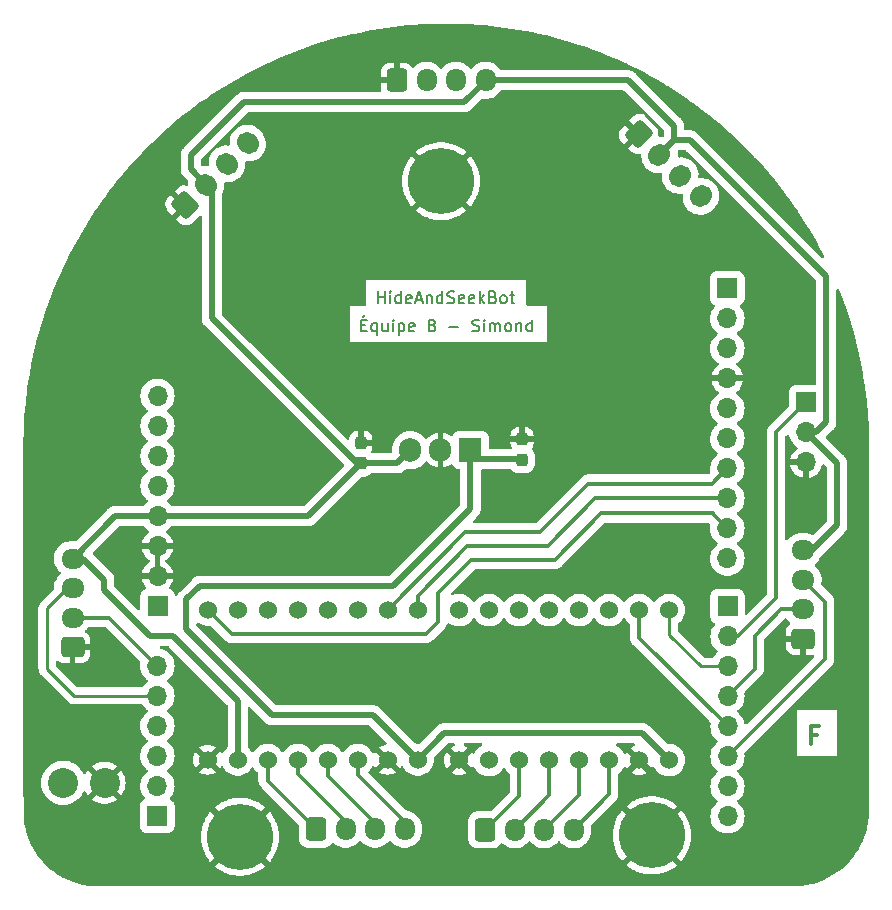
<source format=gbr>
%TF.GenerationSoftware,KiCad,Pcbnew,7.0.2*%
%TF.CreationDate,2023-05-25T17:28:32+02:00*%
%TF.ProjectId,robot2,726f626f-7432-42e6-9b69-6361645f7063,rev?*%
%TF.SameCoordinates,Original*%
%TF.FileFunction,Copper,L1,Top*%
%TF.FilePolarity,Positive*%
%FSLAX46Y46*%
G04 Gerber Fmt 4.6, Leading zero omitted, Abs format (unit mm)*
G04 Created by KiCad (PCBNEW 7.0.2) date 2023-05-25 17:28:32*
%MOMM*%
%LPD*%
G01*
G04 APERTURE LIST*
G04 Aperture macros list*
%AMRoundRect*
0 Rectangle with rounded corners*
0 $1 Rounding radius*
0 $2 $3 $4 $5 $6 $7 $8 $9 X,Y pos of 4 corners*
0 Add a 4 corners polygon primitive as box body*
4,1,4,$2,$3,$4,$5,$6,$7,$8,$9,$2,$3,0*
0 Add four circle primitives for the rounded corners*
1,1,$1+$1,$2,$3*
1,1,$1+$1,$4,$5*
1,1,$1+$1,$6,$7*
1,1,$1+$1,$8,$9*
0 Add four rect primitives between the rounded corners*
20,1,$1+$1,$2,$3,$4,$5,0*
20,1,$1+$1,$4,$5,$6,$7,0*
20,1,$1+$1,$6,$7,$8,$9,0*
20,1,$1+$1,$8,$9,$2,$3,0*%
%AMHorizOval*
0 Thick line with rounded ends*
0 $1 width*
0 $2 $3 position (X,Y) of the first rounded end (center of the circle)*
0 $4 $5 position (X,Y) of the second rounded end (center of the circle)*
0 Add line between two ends*
20,1,$1,$2,$3,$4,$5,0*
0 Add two circle primitives to create the rounded ends*
1,1,$1,$2,$3*
1,1,$1,$4,$5*%
G04 Aperture macros list end*
%ADD10C,0.300000*%
%TA.AperFunction,NonConductor*%
%ADD11C,0.300000*%
%TD*%
%ADD12C,0.200000*%
%TA.AperFunction,NonConductor*%
%ADD13C,0.200000*%
%TD*%
%ADD14C,0.150000*%
%TA.AperFunction,NonConductor*%
%ADD15C,0.150000*%
%TD*%
%TA.AperFunction,ComponentPad*%
%ADD16C,5.600000*%
%TD*%
%TA.AperFunction,ComponentPad*%
%ADD17RoundRect,0.250000X0.725000X-0.600000X0.725000X0.600000X-0.725000X0.600000X-0.725000X-0.600000X0*%
%TD*%
%TA.AperFunction,ComponentPad*%
%ADD18O,1.950000X1.700000*%
%TD*%
%TA.AperFunction,ComponentPad*%
%ADD19R,1.700000X1.700000*%
%TD*%
%TA.AperFunction,ComponentPad*%
%ADD20O,1.700000X1.700000*%
%TD*%
%TA.AperFunction,ComponentPad*%
%ADD21RoundRect,0.250000X-0.600000X-0.725000X0.600000X-0.725000X0.600000X0.725000X-0.600000X0.725000X0*%
%TD*%
%TA.AperFunction,ComponentPad*%
%ADD22O,1.700000X1.950000*%
%TD*%
%TA.AperFunction,ComponentPad*%
%ADD23C,2.540000*%
%TD*%
%TA.AperFunction,ComponentPad*%
%ADD24RoundRect,0.250000X-0.936916X-0.088388X-0.088388X-0.936916X0.936916X0.088388X0.088388X0.936916X0*%
%TD*%
%TA.AperFunction,ComponentPad*%
%ADD25HorizOval,1.700000X-0.088388X-0.088388X0.088388X0.088388X0*%
%TD*%
%TA.AperFunction,SMDPad,CuDef*%
%ADD26RoundRect,0.237500X0.237500X-0.300000X0.237500X0.300000X-0.237500X0.300000X-0.237500X-0.300000X0*%
%TD*%
%TA.AperFunction,ComponentPad*%
%ADD27R,1.905000X2.000000*%
%TD*%
%TA.AperFunction,ComponentPad*%
%ADD28O,1.905000X2.000000*%
%TD*%
%TA.AperFunction,ComponentPad*%
%ADD29C,1.524000*%
%TD*%
%TA.AperFunction,ComponentPad*%
%ADD30RoundRect,0.250000X0.088388X-0.936916X0.936916X-0.088388X-0.088388X0.936916X-0.936916X0.088388X0*%
%TD*%
%TA.AperFunction,ComponentPad*%
%ADD31HorizOval,1.700000X-0.088388X0.088388X0.088388X-0.088388X0*%
%TD*%
%TA.AperFunction,Conductor*%
%ADD32C,0.350000*%
%TD*%
%TA.AperFunction,Conductor*%
%ADD33C,0.500000*%
%TD*%
%TA.AperFunction,Conductor*%
%ADD34C,0.250000*%
%TD*%
G04 APERTURE END LIST*
D10*
D11*
X179827142Y-123110714D02*
X179327142Y-123110714D01*
X179327142Y-123896428D02*
X179327142Y-122396428D01*
X179327142Y-122396428D02*
X180041428Y-122396428D01*
D12*
D13*
X141238095Y-88443809D02*
X141571428Y-88443809D01*
X141714285Y-88967619D02*
X141238095Y-88967619D01*
X141238095Y-88967619D02*
X141238095Y-87967619D01*
X141238095Y-87967619D02*
X141714285Y-87967619D01*
X141571428Y-87586666D02*
X141428571Y-87729523D01*
X142571428Y-88300952D02*
X142571428Y-89300952D01*
X142571428Y-88920000D02*
X142476190Y-88967619D01*
X142476190Y-88967619D02*
X142285714Y-88967619D01*
X142285714Y-88967619D02*
X142190476Y-88920000D01*
X142190476Y-88920000D02*
X142142857Y-88872380D01*
X142142857Y-88872380D02*
X142095238Y-88777142D01*
X142095238Y-88777142D02*
X142095238Y-88491428D01*
X142095238Y-88491428D02*
X142142857Y-88396190D01*
X142142857Y-88396190D02*
X142190476Y-88348571D01*
X142190476Y-88348571D02*
X142285714Y-88300952D01*
X142285714Y-88300952D02*
X142476190Y-88300952D01*
X142476190Y-88300952D02*
X142571428Y-88348571D01*
X143476190Y-88300952D02*
X143476190Y-88967619D01*
X143047619Y-88300952D02*
X143047619Y-88824761D01*
X143047619Y-88824761D02*
X143095238Y-88920000D01*
X143095238Y-88920000D02*
X143190476Y-88967619D01*
X143190476Y-88967619D02*
X143333333Y-88967619D01*
X143333333Y-88967619D02*
X143428571Y-88920000D01*
X143428571Y-88920000D02*
X143476190Y-88872380D01*
X143952381Y-88967619D02*
X143952381Y-88300952D01*
X143952381Y-87967619D02*
X143904762Y-88015238D01*
X143904762Y-88015238D02*
X143952381Y-88062857D01*
X143952381Y-88062857D02*
X144000000Y-88015238D01*
X144000000Y-88015238D02*
X143952381Y-87967619D01*
X143952381Y-87967619D02*
X143952381Y-88062857D01*
X144428571Y-88300952D02*
X144428571Y-89300952D01*
X144428571Y-88348571D02*
X144523809Y-88300952D01*
X144523809Y-88300952D02*
X144714285Y-88300952D01*
X144714285Y-88300952D02*
X144809523Y-88348571D01*
X144809523Y-88348571D02*
X144857142Y-88396190D01*
X144857142Y-88396190D02*
X144904761Y-88491428D01*
X144904761Y-88491428D02*
X144904761Y-88777142D01*
X144904761Y-88777142D02*
X144857142Y-88872380D01*
X144857142Y-88872380D02*
X144809523Y-88920000D01*
X144809523Y-88920000D02*
X144714285Y-88967619D01*
X144714285Y-88967619D02*
X144523809Y-88967619D01*
X144523809Y-88967619D02*
X144428571Y-88920000D01*
X145714285Y-88920000D02*
X145619047Y-88967619D01*
X145619047Y-88967619D02*
X145428571Y-88967619D01*
X145428571Y-88967619D02*
X145333333Y-88920000D01*
X145333333Y-88920000D02*
X145285714Y-88824761D01*
X145285714Y-88824761D02*
X145285714Y-88443809D01*
X145285714Y-88443809D02*
X145333333Y-88348571D01*
X145333333Y-88348571D02*
X145428571Y-88300952D01*
X145428571Y-88300952D02*
X145619047Y-88300952D01*
X145619047Y-88300952D02*
X145714285Y-88348571D01*
X145714285Y-88348571D02*
X145761904Y-88443809D01*
X145761904Y-88443809D02*
X145761904Y-88539047D01*
X145761904Y-88539047D02*
X145285714Y-88634285D01*
X147285714Y-88443809D02*
X147428571Y-88491428D01*
X147428571Y-88491428D02*
X147476190Y-88539047D01*
X147476190Y-88539047D02*
X147523809Y-88634285D01*
X147523809Y-88634285D02*
X147523809Y-88777142D01*
X147523809Y-88777142D02*
X147476190Y-88872380D01*
X147476190Y-88872380D02*
X147428571Y-88920000D01*
X147428571Y-88920000D02*
X147333333Y-88967619D01*
X147333333Y-88967619D02*
X146952381Y-88967619D01*
X146952381Y-88967619D02*
X146952381Y-87967619D01*
X146952381Y-87967619D02*
X147285714Y-87967619D01*
X147285714Y-87967619D02*
X147380952Y-88015238D01*
X147380952Y-88015238D02*
X147428571Y-88062857D01*
X147428571Y-88062857D02*
X147476190Y-88158095D01*
X147476190Y-88158095D02*
X147476190Y-88253333D01*
X147476190Y-88253333D02*
X147428571Y-88348571D01*
X147428571Y-88348571D02*
X147380952Y-88396190D01*
X147380952Y-88396190D02*
X147285714Y-88443809D01*
X147285714Y-88443809D02*
X146952381Y-88443809D01*
X148714286Y-88586666D02*
X149476191Y-88586666D01*
X150666667Y-88920000D02*
X150809524Y-88967619D01*
X150809524Y-88967619D02*
X151047619Y-88967619D01*
X151047619Y-88967619D02*
X151142857Y-88920000D01*
X151142857Y-88920000D02*
X151190476Y-88872380D01*
X151190476Y-88872380D02*
X151238095Y-88777142D01*
X151238095Y-88777142D02*
X151238095Y-88681904D01*
X151238095Y-88681904D02*
X151190476Y-88586666D01*
X151190476Y-88586666D02*
X151142857Y-88539047D01*
X151142857Y-88539047D02*
X151047619Y-88491428D01*
X151047619Y-88491428D02*
X150857143Y-88443809D01*
X150857143Y-88443809D02*
X150761905Y-88396190D01*
X150761905Y-88396190D02*
X150714286Y-88348571D01*
X150714286Y-88348571D02*
X150666667Y-88253333D01*
X150666667Y-88253333D02*
X150666667Y-88158095D01*
X150666667Y-88158095D02*
X150714286Y-88062857D01*
X150714286Y-88062857D02*
X150761905Y-88015238D01*
X150761905Y-88015238D02*
X150857143Y-87967619D01*
X150857143Y-87967619D02*
X151095238Y-87967619D01*
X151095238Y-87967619D02*
X151238095Y-88015238D01*
X151666667Y-88967619D02*
X151666667Y-88300952D01*
X151666667Y-87967619D02*
X151619048Y-88015238D01*
X151619048Y-88015238D02*
X151666667Y-88062857D01*
X151666667Y-88062857D02*
X151714286Y-88015238D01*
X151714286Y-88015238D02*
X151666667Y-87967619D01*
X151666667Y-87967619D02*
X151666667Y-88062857D01*
X152142857Y-88967619D02*
X152142857Y-88300952D01*
X152142857Y-88396190D02*
X152190476Y-88348571D01*
X152190476Y-88348571D02*
X152285714Y-88300952D01*
X152285714Y-88300952D02*
X152428571Y-88300952D01*
X152428571Y-88300952D02*
X152523809Y-88348571D01*
X152523809Y-88348571D02*
X152571428Y-88443809D01*
X152571428Y-88443809D02*
X152571428Y-88967619D01*
X152571428Y-88443809D02*
X152619047Y-88348571D01*
X152619047Y-88348571D02*
X152714285Y-88300952D01*
X152714285Y-88300952D02*
X152857142Y-88300952D01*
X152857142Y-88300952D02*
X152952381Y-88348571D01*
X152952381Y-88348571D02*
X153000000Y-88443809D01*
X153000000Y-88443809D02*
X153000000Y-88967619D01*
X153619047Y-88967619D02*
X153523809Y-88920000D01*
X153523809Y-88920000D02*
X153476190Y-88872380D01*
X153476190Y-88872380D02*
X153428571Y-88777142D01*
X153428571Y-88777142D02*
X153428571Y-88491428D01*
X153428571Y-88491428D02*
X153476190Y-88396190D01*
X153476190Y-88396190D02*
X153523809Y-88348571D01*
X153523809Y-88348571D02*
X153619047Y-88300952D01*
X153619047Y-88300952D02*
X153761904Y-88300952D01*
X153761904Y-88300952D02*
X153857142Y-88348571D01*
X153857142Y-88348571D02*
X153904761Y-88396190D01*
X153904761Y-88396190D02*
X153952380Y-88491428D01*
X153952380Y-88491428D02*
X153952380Y-88777142D01*
X153952380Y-88777142D02*
X153904761Y-88872380D01*
X153904761Y-88872380D02*
X153857142Y-88920000D01*
X153857142Y-88920000D02*
X153761904Y-88967619D01*
X153761904Y-88967619D02*
X153619047Y-88967619D01*
X154380952Y-88300952D02*
X154380952Y-88967619D01*
X154380952Y-88396190D02*
X154428571Y-88348571D01*
X154428571Y-88348571D02*
X154523809Y-88300952D01*
X154523809Y-88300952D02*
X154666666Y-88300952D01*
X154666666Y-88300952D02*
X154761904Y-88348571D01*
X154761904Y-88348571D02*
X154809523Y-88443809D01*
X154809523Y-88443809D02*
X154809523Y-88967619D01*
X155714285Y-88967619D02*
X155714285Y-87967619D01*
X155714285Y-88920000D02*
X155619047Y-88967619D01*
X155619047Y-88967619D02*
X155428571Y-88967619D01*
X155428571Y-88967619D02*
X155333333Y-88920000D01*
X155333333Y-88920000D02*
X155285714Y-88872380D01*
X155285714Y-88872380D02*
X155238095Y-88777142D01*
X155238095Y-88777142D02*
X155238095Y-88491428D01*
X155238095Y-88491428D02*
X155285714Y-88396190D01*
X155285714Y-88396190D02*
X155333333Y-88348571D01*
X155333333Y-88348571D02*
X155428571Y-88300952D01*
X155428571Y-88300952D02*
X155619047Y-88300952D01*
X155619047Y-88300952D02*
X155714285Y-88348571D01*
D14*
D15*
X142648095Y-86587619D02*
X142648095Y-85587619D01*
X142648095Y-86063809D02*
X143219523Y-86063809D01*
X143219523Y-86587619D02*
X143219523Y-85587619D01*
X143695714Y-86587619D02*
X143695714Y-85920952D01*
X143695714Y-85587619D02*
X143648095Y-85635238D01*
X143648095Y-85635238D02*
X143695714Y-85682857D01*
X143695714Y-85682857D02*
X143743333Y-85635238D01*
X143743333Y-85635238D02*
X143695714Y-85587619D01*
X143695714Y-85587619D02*
X143695714Y-85682857D01*
X144600475Y-86587619D02*
X144600475Y-85587619D01*
X144600475Y-86540000D02*
X144505237Y-86587619D01*
X144505237Y-86587619D02*
X144314761Y-86587619D01*
X144314761Y-86587619D02*
X144219523Y-86540000D01*
X144219523Y-86540000D02*
X144171904Y-86492380D01*
X144171904Y-86492380D02*
X144124285Y-86397142D01*
X144124285Y-86397142D02*
X144124285Y-86111428D01*
X144124285Y-86111428D02*
X144171904Y-86016190D01*
X144171904Y-86016190D02*
X144219523Y-85968571D01*
X144219523Y-85968571D02*
X144314761Y-85920952D01*
X144314761Y-85920952D02*
X144505237Y-85920952D01*
X144505237Y-85920952D02*
X144600475Y-85968571D01*
X145457618Y-86540000D02*
X145362380Y-86587619D01*
X145362380Y-86587619D02*
X145171904Y-86587619D01*
X145171904Y-86587619D02*
X145076666Y-86540000D01*
X145076666Y-86540000D02*
X145029047Y-86444761D01*
X145029047Y-86444761D02*
X145029047Y-86063809D01*
X145029047Y-86063809D02*
X145076666Y-85968571D01*
X145076666Y-85968571D02*
X145171904Y-85920952D01*
X145171904Y-85920952D02*
X145362380Y-85920952D01*
X145362380Y-85920952D02*
X145457618Y-85968571D01*
X145457618Y-85968571D02*
X145505237Y-86063809D01*
X145505237Y-86063809D02*
X145505237Y-86159047D01*
X145505237Y-86159047D02*
X145029047Y-86254285D01*
X145886190Y-86301904D02*
X146362380Y-86301904D01*
X145790952Y-86587619D02*
X146124285Y-85587619D01*
X146124285Y-85587619D02*
X146457618Y-86587619D01*
X146790952Y-85920952D02*
X146790952Y-86587619D01*
X146790952Y-86016190D02*
X146838571Y-85968571D01*
X146838571Y-85968571D02*
X146933809Y-85920952D01*
X146933809Y-85920952D02*
X147076666Y-85920952D01*
X147076666Y-85920952D02*
X147171904Y-85968571D01*
X147171904Y-85968571D02*
X147219523Y-86063809D01*
X147219523Y-86063809D02*
X147219523Y-86587619D01*
X148124285Y-86587619D02*
X148124285Y-85587619D01*
X148124285Y-86540000D02*
X148029047Y-86587619D01*
X148029047Y-86587619D02*
X147838571Y-86587619D01*
X147838571Y-86587619D02*
X147743333Y-86540000D01*
X147743333Y-86540000D02*
X147695714Y-86492380D01*
X147695714Y-86492380D02*
X147648095Y-86397142D01*
X147648095Y-86397142D02*
X147648095Y-86111428D01*
X147648095Y-86111428D02*
X147695714Y-86016190D01*
X147695714Y-86016190D02*
X147743333Y-85968571D01*
X147743333Y-85968571D02*
X147838571Y-85920952D01*
X147838571Y-85920952D02*
X148029047Y-85920952D01*
X148029047Y-85920952D02*
X148124285Y-85968571D01*
X148552857Y-86540000D02*
X148695714Y-86587619D01*
X148695714Y-86587619D02*
X148933809Y-86587619D01*
X148933809Y-86587619D02*
X149029047Y-86540000D01*
X149029047Y-86540000D02*
X149076666Y-86492380D01*
X149076666Y-86492380D02*
X149124285Y-86397142D01*
X149124285Y-86397142D02*
X149124285Y-86301904D01*
X149124285Y-86301904D02*
X149076666Y-86206666D01*
X149076666Y-86206666D02*
X149029047Y-86159047D01*
X149029047Y-86159047D02*
X148933809Y-86111428D01*
X148933809Y-86111428D02*
X148743333Y-86063809D01*
X148743333Y-86063809D02*
X148648095Y-86016190D01*
X148648095Y-86016190D02*
X148600476Y-85968571D01*
X148600476Y-85968571D02*
X148552857Y-85873333D01*
X148552857Y-85873333D02*
X148552857Y-85778095D01*
X148552857Y-85778095D02*
X148600476Y-85682857D01*
X148600476Y-85682857D02*
X148648095Y-85635238D01*
X148648095Y-85635238D02*
X148743333Y-85587619D01*
X148743333Y-85587619D02*
X148981428Y-85587619D01*
X148981428Y-85587619D02*
X149124285Y-85635238D01*
X149933809Y-86540000D02*
X149838571Y-86587619D01*
X149838571Y-86587619D02*
X149648095Y-86587619D01*
X149648095Y-86587619D02*
X149552857Y-86540000D01*
X149552857Y-86540000D02*
X149505238Y-86444761D01*
X149505238Y-86444761D02*
X149505238Y-86063809D01*
X149505238Y-86063809D02*
X149552857Y-85968571D01*
X149552857Y-85968571D02*
X149648095Y-85920952D01*
X149648095Y-85920952D02*
X149838571Y-85920952D01*
X149838571Y-85920952D02*
X149933809Y-85968571D01*
X149933809Y-85968571D02*
X149981428Y-86063809D01*
X149981428Y-86063809D02*
X149981428Y-86159047D01*
X149981428Y-86159047D02*
X149505238Y-86254285D01*
X150790952Y-86540000D02*
X150695714Y-86587619D01*
X150695714Y-86587619D02*
X150505238Y-86587619D01*
X150505238Y-86587619D02*
X150410000Y-86540000D01*
X150410000Y-86540000D02*
X150362381Y-86444761D01*
X150362381Y-86444761D02*
X150362381Y-86063809D01*
X150362381Y-86063809D02*
X150410000Y-85968571D01*
X150410000Y-85968571D02*
X150505238Y-85920952D01*
X150505238Y-85920952D02*
X150695714Y-85920952D01*
X150695714Y-85920952D02*
X150790952Y-85968571D01*
X150790952Y-85968571D02*
X150838571Y-86063809D01*
X150838571Y-86063809D02*
X150838571Y-86159047D01*
X150838571Y-86159047D02*
X150362381Y-86254285D01*
X151267143Y-86587619D02*
X151267143Y-85587619D01*
X151362381Y-86206666D02*
X151648095Y-86587619D01*
X151648095Y-85920952D02*
X151267143Y-86301904D01*
X152410000Y-86063809D02*
X152552857Y-86111428D01*
X152552857Y-86111428D02*
X152600476Y-86159047D01*
X152600476Y-86159047D02*
X152648095Y-86254285D01*
X152648095Y-86254285D02*
X152648095Y-86397142D01*
X152648095Y-86397142D02*
X152600476Y-86492380D01*
X152600476Y-86492380D02*
X152552857Y-86540000D01*
X152552857Y-86540000D02*
X152457619Y-86587619D01*
X152457619Y-86587619D02*
X152076667Y-86587619D01*
X152076667Y-86587619D02*
X152076667Y-85587619D01*
X152076667Y-85587619D02*
X152410000Y-85587619D01*
X152410000Y-85587619D02*
X152505238Y-85635238D01*
X152505238Y-85635238D02*
X152552857Y-85682857D01*
X152552857Y-85682857D02*
X152600476Y-85778095D01*
X152600476Y-85778095D02*
X152600476Y-85873333D01*
X152600476Y-85873333D02*
X152552857Y-85968571D01*
X152552857Y-85968571D02*
X152505238Y-86016190D01*
X152505238Y-86016190D02*
X152410000Y-86063809D01*
X152410000Y-86063809D02*
X152076667Y-86063809D01*
X153219524Y-86587619D02*
X153124286Y-86540000D01*
X153124286Y-86540000D02*
X153076667Y-86492380D01*
X153076667Y-86492380D02*
X153029048Y-86397142D01*
X153029048Y-86397142D02*
X153029048Y-86111428D01*
X153029048Y-86111428D02*
X153076667Y-86016190D01*
X153076667Y-86016190D02*
X153124286Y-85968571D01*
X153124286Y-85968571D02*
X153219524Y-85920952D01*
X153219524Y-85920952D02*
X153362381Y-85920952D01*
X153362381Y-85920952D02*
X153457619Y-85968571D01*
X153457619Y-85968571D02*
X153505238Y-86016190D01*
X153505238Y-86016190D02*
X153552857Y-86111428D01*
X153552857Y-86111428D02*
X153552857Y-86397142D01*
X153552857Y-86397142D02*
X153505238Y-86492380D01*
X153505238Y-86492380D02*
X153457619Y-86540000D01*
X153457619Y-86540000D02*
X153362381Y-86587619D01*
X153362381Y-86587619D02*
X153219524Y-86587619D01*
X153838572Y-85920952D02*
X154219524Y-85920952D01*
X153981429Y-85587619D02*
X153981429Y-86444761D01*
X153981429Y-86444761D02*
X154029048Y-86540000D01*
X154029048Y-86540000D02*
X154124286Y-86587619D01*
X154124286Y-86587619D02*
X154219524Y-86587619D01*
D16*
%TO.P,H3,1,1*%
%TO.N,GND*%
X148000000Y-76250000D03*
%TD*%
D17*
%TO.P,J5,1,Pin_1*%
%TO.N,GND*%
X116805000Y-115700000D03*
D18*
%TO.P,J5,2,Pin_2*%
%TO.N,Echo1*%
X116805000Y-113200000D03*
%TO.P,J5,3,Pin_3*%
%TO.N,Trig1*%
X116805000Y-110700000D03*
%TO.P,J5,4,Pin_4*%
%TO.N,+5V*%
X116805000Y-108200000D03*
%TD*%
D19*
%TO.P,M1,1,PWM*%
%TO.N,SERVO*%
X178920000Y-94970000D03*
D20*
%TO.P,M1,2,+*%
%TO.N,+5V*%
X178920000Y-97510000D03*
%TO.P,M1,3,-*%
%TO.N,GND*%
X178920000Y-100050000D03*
%TD*%
D21*
%TO.P,J6,1,Pin_1*%
%TO.N,GND*%
X144280000Y-67715000D03*
D22*
%TO.P,J6,2,Pin_2*%
%TO.N,Echo2*%
X146780000Y-67715000D03*
%TO.P,J6,3,Pin_3*%
%TO.N,Trig2*%
X149280000Y-67715000D03*
%TO.P,J6,4,Pin_4*%
%TO.N,+5V*%
X151780000Y-67715000D03*
%TD*%
D23*
%TO.P,J8,1,Pin_1*%
%TO.N,+9V*%
X116020000Y-127180000D03*
%TO.P,J8,2,Pin_2*%
%TO.N,GND*%
X119520000Y-127180000D03*
%TD*%
D19*
%TO.P,J12,1,Pin_1*%
%TO.N,unconnected-(J12-Pin_1-Pad1)*%
X123990000Y-129990000D03*
D20*
%TO.P,J12,2,Pin_2*%
%TO.N,unconnected-(J12-Pin_2-Pad2)*%
X123990000Y-127450000D03*
%TO.P,J12,3,Pin_3*%
%TO.N,unconnected-(J12-Pin_3-Pad3)*%
X123990000Y-124910000D03*
%TO.P,J12,4,Pin_4*%
%TO.N,ENABLE_M2*%
X123990000Y-122370000D03*
%TO.P,J12,5,Pin_5*%
%TO.N,Trig1*%
X123990000Y-119830000D03*
%TO.P,J12,6,Pin_6*%
%TO.N,Echo1*%
X123990000Y-117290000D03*
%TD*%
D17*
%TO.P,J7,1,Pin_1*%
%TO.N,GND*%
X178660000Y-114990000D03*
D18*
%TO.P,J7,2,Pin_2*%
%TO.N,Echo3*%
X178660000Y-112490000D03*
%TO.P,J7,3,Pin_3*%
%TO.N,Trig3*%
X178660000Y-109990000D03*
%TO.P,J7,4,Pin_4*%
%TO.N,+5V*%
X178660000Y-107490000D03*
%TD*%
D24*
%TO.P,J1,1,Pin_1*%
%TO.N,GND*%
X164729581Y-72247119D03*
D25*
%TO.P,J1,2,Pin_2*%
%TO.N,+5V*%
X166497348Y-74014886D03*
%TO.P,J1,3,Pin_3*%
%TO.N,unconnected-(J1-Pin_3-Pad3)*%
X168265115Y-75782653D03*
%TO.P,J1,4,Pin_4*%
%TO.N,TX*%
X170032882Y-77550420D03*
%TD*%
D16*
%TO.P,H1,1,1*%
%TO.N,GND*%
X130980000Y-131770000D03*
%TD*%
D19*
%TO.P,J9,1,Pin_1*%
%TO.N,unconnected-(J9-Pin_1-Pad1)*%
X172250000Y-85330000D03*
D20*
%TO.P,J9,2,Pin_2*%
%TO.N,unconnected-(J9-Pin_2-Pad2)*%
X172250000Y-87870000D03*
%TO.P,J9,3,Pin_3*%
%TO.N,unconnected-(J9-Pin_3-Pad3)*%
X172250000Y-90410000D03*
%TO.P,J9,4,Pin_4*%
%TO.N,GND*%
X172250000Y-92950000D03*
%TO.P,J9,5,Pin_5*%
%TO.N,unconnected-(J9-Pin_5-Pad5)*%
X172250000Y-95490000D03*
%TO.P,J9,6,Pin_6*%
%TO.N,unconnected-(J9-Pin_6-Pad6)*%
X172250000Y-98030000D03*
%TO.P,J9,7,Pin_7*%
%TO.N,STEP_M1*%
X172250000Y-100570000D03*
%TO.P,J9,8,Pin_8*%
%TO.N,DIR_M1*%
X172250000Y-103110000D03*
%TO.P,J9,9,Pin_9*%
%TO.N,ENABLE_M1*%
X172250000Y-105650000D03*
%TO.P,J9,10,Pin_10*%
%TO.N,Trig2*%
X172250000Y-108190000D03*
%TD*%
D21*
%TO.P,J4,1,Pin_1*%
%TO.N,1B_M1*%
X137420000Y-131100000D03*
D22*
%TO.P,J4,2,Pin_2*%
%TO.N,1A_M1*%
X139920000Y-131100000D03*
%TO.P,J4,3,Pin_3*%
%TO.N,2A_M1*%
X142420000Y-131100000D03*
%TO.P,J4,4,Pin_4*%
%TO.N,2B_M1*%
X144920000Y-131100000D03*
%TD*%
D19*
%TO.P,J10,1,Pin_1*%
%TO.N,Echo2*%
X172260000Y-112250000D03*
D20*
%TO.P,J10,2,Pin_2*%
%TO.N,SERVO*%
X172260000Y-114790000D03*
%TO.P,J10,3,Pin_3*%
%TO.N,DIR_M2*%
X172260000Y-117330000D03*
%TO.P,J10,4,Pin_4*%
%TO.N,Echo3*%
X172260000Y-119870000D03*
%TO.P,J10,5,Pin_5*%
%TO.N,STEP_M2*%
X172260000Y-122410000D03*
%TO.P,J10,6,Pin_6*%
%TO.N,Trig3*%
X172260000Y-124950000D03*
%TO.P,J10,7,Pin_7*%
%TO.N,TX*%
X172260000Y-127490000D03*
%TO.P,J10,8,Pin_8*%
%TO.N,RX*%
X172260000Y-130030000D03*
%TD*%
D16*
%TO.P,H2,1,1*%
%TO.N,GND*%
X165850000Y-131650000D03*
%TD*%
D26*
%TO.P,C8,1*%
%TO.N,+9V*%
X154860000Y-99832500D03*
%TO.P,C8,2*%
%TO.N,GND*%
X154860000Y-98107500D03*
%TD*%
%TO.P,C11,1*%
%TO.N,+5V*%
X141220000Y-100132500D03*
%TO.P,C11,2*%
%TO.N,GND*%
X141220000Y-98407500D03*
%TD*%
D27*
%TO.P,U3,1,IN*%
%TO.N,+9V*%
X150500000Y-99015000D03*
D28*
%TO.P,U3,2,GND*%
%TO.N,GND*%
X147960000Y-99015000D03*
%TO.P,U3,3,OUT*%
%TO.N,+5V*%
X145420000Y-99015000D03*
%TD*%
D21*
%TO.P,J3,1,Pin_1*%
%TO.N,1B_M2*%
X151740000Y-131150000D03*
D22*
%TO.P,J3,2,Pin_2*%
%TO.N,1A_M2*%
X154240000Y-131150000D03*
%TO.P,J3,3,Pin_3*%
%TO.N,2A_M2*%
X156740000Y-131150000D03*
%TO.P,J3,4,Pin_4*%
%TO.N,2B_M2*%
X159240000Y-131150000D03*
%TD*%
D29*
%TO.P,A2,1,GND*%
%TO.N,GND*%
X149540000Y-125270000D03*
%TO.P,A2,2,VDD*%
%TO.N,+5V*%
X152080000Y-125270000D03*
%TO.P,A2,3,1B*%
%TO.N,1B_M2*%
X154620000Y-125270000D03*
%TO.P,A2,4,1A*%
%TO.N,1A_M2*%
X157160000Y-125270000D03*
%TO.P,A2,5,2A*%
%TO.N,2A_M2*%
X159700000Y-125270000D03*
%TO.P,A2,6,2B*%
%TO.N,2B_M2*%
X162240000Y-125270000D03*
%TO.P,A2,7,GND*%
%TO.N,GND*%
X164780000Y-125270000D03*
%TO.P,A2,8,VMOT*%
%TO.N,+9V*%
X167320000Y-125270000D03*
%TO.P,A2,9,~{ENABLE}*%
%TO.N,ENABLE_M2*%
X149540000Y-112570000D03*
%TO.P,A2,10,MS1*%
%TO.N,unconnected-(A2-MS1-Pad10)*%
X152080000Y-112570000D03*
%TO.P,A2,11,MS2*%
%TO.N,unconnected-(A2-MS2-Pad11)*%
X154620000Y-112570000D03*
%TO.P,A2,12,MS3*%
%TO.N,unconnected-(A2-MS3-Pad12)*%
X157160000Y-112570000D03*
%TO.P,A2,13,~{RESET}*%
%TO.N,unconnected-(A2-~{RESET}-Pad13)*%
X159700000Y-112570000D03*
%TO.P,A2,14,~{SLEEP}*%
%TO.N,unconnected-(A2-~{SLEEP}-Pad14)*%
X162240000Y-112570000D03*
%TO.P,A2,15,STEP*%
%TO.N,STEP_M2*%
X164780000Y-112570000D03*
%TO.P,A2,16,DIR*%
%TO.N,DIR_M2*%
X167320000Y-112570000D03*
%TD*%
D30*
%TO.P,J2,1,Pin_1*%
%TO.N,GND*%
X126346699Y-78303301D03*
D31*
%TO.P,J2,2,Pin_2*%
%TO.N,+5V*%
X128114466Y-76535534D03*
%TO.P,J2,3,Pin_3*%
%TO.N,unconnected-(J2-Pin_3-Pad3)*%
X129882233Y-74767767D03*
%TO.P,J2,4,Pin_4*%
%TO.N,RX*%
X131650000Y-73000000D03*
%TD*%
D29*
%TO.P,A1,1,GND*%
%TO.N,GND*%
X128240000Y-125230000D03*
%TO.P,A1,2,VDD*%
%TO.N,+5V*%
X130780000Y-125230000D03*
%TO.P,A1,3,1B*%
%TO.N,1B_M1*%
X133320000Y-125230000D03*
%TO.P,A1,4,1A*%
%TO.N,1A_M1*%
X135860000Y-125230000D03*
%TO.P,A1,5,2A*%
%TO.N,2A_M1*%
X138400000Y-125230000D03*
%TO.P,A1,6,2B*%
%TO.N,2B_M1*%
X140940000Y-125230000D03*
%TO.P,A1,7,GND*%
%TO.N,GND*%
X143480000Y-125230000D03*
%TO.P,A1,8,VMOT*%
%TO.N,+9V*%
X146020000Y-125230000D03*
%TO.P,A1,9,~{ENABLE}*%
%TO.N,ENABLE_M1*%
X128240000Y-112530000D03*
%TO.P,A1,10,MS1*%
%TO.N,unconnected-(A1-MS1-Pad10)*%
X130780000Y-112530000D03*
%TO.P,A1,11,MS2*%
%TO.N,unconnected-(A1-MS2-Pad11)*%
X133320000Y-112530000D03*
%TO.P,A1,12,MS3*%
%TO.N,unconnected-(A1-MS3-Pad12)*%
X135860000Y-112530000D03*
%TO.P,A1,13,~{RESET}*%
%TO.N,unconnected-(A1-~{RESET}-Pad13)*%
X138400000Y-112530000D03*
%TO.P,A1,14,~{SLEEP}*%
%TO.N,unconnected-(A1-~{SLEEP}-Pad14)*%
X140940000Y-112530000D03*
%TO.P,A1,15,STEP*%
%TO.N,STEP_M1*%
X143480000Y-112530000D03*
%TO.P,A1,16,DIR*%
%TO.N,DIR_M1*%
X146020000Y-112530000D03*
%TD*%
D19*
%TO.P,J11,1,Pin_1*%
%TO.N,unconnected-(J11-Pin_1-Pad1)*%
X124000000Y-112210000D03*
D20*
%TO.P,J11,2,Pin_2*%
%TO.N,GND*%
X124000000Y-109670000D03*
%TO.P,J11,3,Pin_3*%
X124000000Y-107130000D03*
%TO.P,J11,4,Pin_4*%
%TO.N,+5V*%
X124000000Y-104590000D03*
%TO.P,J11,5,Pin_5*%
%TO.N,unconnected-(J11-Pin_5-Pad5)*%
X124000000Y-102050000D03*
%TO.P,J11,6,Pin_6*%
%TO.N,unconnected-(J11-Pin_6-Pad6)*%
X124000000Y-99510000D03*
%TO.P,J11,7,Pin_7*%
%TO.N,unconnected-(J11-Pin_7-Pad7)*%
X124000000Y-96970000D03*
%TO.P,J11,8,Pin_8*%
%TO.N,unconnected-(J11-Pin_8-Pad8)*%
X124000000Y-94430000D03*
%TD*%
D32*
%TO.N,SERVO*%
X176370000Y-97520000D02*
X178920000Y-94970000D01*
X176370000Y-111566498D02*
X176370000Y-97520000D01*
X173150000Y-114790000D02*
X173600000Y-114340000D01*
X172260000Y-114790000D02*
X173150000Y-114790000D01*
X173600000Y-114340000D02*
X173600000Y-114336498D01*
X173600000Y-114336498D02*
X176370000Y-111566498D01*
%TO.N,Echo3*%
X176790000Y-112490000D02*
X178660000Y-112490000D01*
X174550000Y-114730000D02*
X176790000Y-112490000D01*
X174550000Y-117580000D02*
X174550000Y-114730000D01*
X172260000Y-119870000D02*
X174550000Y-117580000D01*
D33*
%TO.N,+5V*%
X117720000Y-108200000D02*
X116805000Y-108200000D01*
X119500000Y-110895000D02*
X119500000Y-109980000D01*
X123375000Y-114770000D02*
X119500000Y-110895000D01*
X119500000Y-109980000D02*
X117720000Y-108200000D01*
X126830000Y-75251068D02*
X128114466Y-76535534D01*
X126830000Y-74020000D02*
X126830000Y-75251068D01*
X151780000Y-67744163D02*
X151780000Y-67715000D01*
X126830000Y-74020000D02*
X131310000Y-69540000D01*
X131310000Y-69540000D02*
X149984163Y-69540000D01*
X149984163Y-69540000D02*
X151780000Y-67744163D01*
X128610000Y-77031068D02*
X128114466Y-76535534D01*
X128610000Y-87872957D02*
X128610000Y-77031068D01*
X140869543Y-100132500D02*
X128610000Y-87872957D01*
X141220000Y-100132500D02*
X140869543Y-100132500D01*
X163855000Y-67715000D02*
X167732234Y-71592234D01*
X167732234Y-71592234D02*
X167732234Y-72780000D01*
X151780000Y-67715000D02*
X163855000Y-67715000D01*
X167732234Y-72780000D02*
X166497348Y-74014886D01*
X169090000Y-72780000D02*
X167732234Y-72780000D01*
X180620000Y-96670000D02*
X180620000Y-84310000D01*
X180620000Y-84310000D02*
X169090000Y-72780000D01*
X179780000Y-97510000D02*
X180620000Y-96670000D01*
X178920000Y-97510000D02*
X179780000Y-97510000D01*
D32*
%TO.N,ENABLE_M1*%
X130300000Y-114590000D02*
X128240000Y-112530000D01*
X146700000Y-114590000D02*
X130300000Y-114590000D01*
X147750000Y-113540000D02*
X146700000Y-114590000D01*
X147750000Y-111140000D02*
X147750000Y-113540000D01*
X171010000Y-104380000D02*
X161580000Y-104380000D01*
X161580000Y-104380000D02*
X157650000Y-108310000D01*
X171010000Y-104410000D02*
X171010000Y-104380000D01*
X150580000Y-108310000D02*
X147750000Y-111140000D01*
X172250000Y-105650000D02*
X171010000Y-104410000D01*
X157650000Y-108310000D02*
X150580000Y-108310000D01*
D33*
%TO.N,+9V*%
X154837500Y-99810000D02*
X154860000Y-99832500D01*
X151295000Y-99810000D02*
X154837500Y-99810000D01*
X150500000Y-99015000D02*
X151295000Y-99810000D01*
D32*
%TO.N,2B_M1*%
X140940000Y-126550000D02*
X144920000Y-130530000D01*
X140940000Y-125230000D02*
X140940000Y-126550000D01*
X144920000Y-130530000D02*
X144920000Y-131100000D01*
%TO.N,2A_M1*%
X138400000Y-126600000D02*
X142420000Y-130620000D01*
X142420000Y-130620000D02*
X142420000Y-131100000D01*
X138400000Y-125230000D02*
X138400000Y-126600000D01*
%TO.N,1A_M1*%
X139920000Y-130510000D02*
X139920000Y-131100000D01*
X135860000Y-126450000D02*
X139920000Y-130510000D01*
X135860000Y-125230000D02*
X135860000Y-126450000D01*
D33*
%TO.N,+9V*%
X143980000Y-110520000D02*
X150500000Y-104000000D01*
X127570000Y-110520000D02*
X143980000Y-110520000D01*
X133710000Y-121460000D02*
X126440000Y-114190000D01*
X150500000Y-104000000D02*
X150500000Y-99015000D01*
X142250000Y-121460000D02*
X133710000Y-121460000D01*
X146020000Y-125230000D02*
X142250000Y-121460000D01*
X126440000Y-114190000D02*
X126440000Y-111650000D01*
X126440000Y-111650000D02*
X127570000Y-110520000D01*
D32*
%TO.N,1B_M1*%
X133320000Y-125230000D02*
X133320000Y-127000000D01*
X133320000Y-127000000D02*
X137420000Y-131100000D01*
D33*
%TO.N,+9V*%
X148260000Y-122990000D02*
X146020000Y-125230000D01*
X165040000Y-122990000D02*
X148260000Y-122990000D01*
X167320000Y-125270000D02*
X165040000Y-122990000D01*
D32*
%TO.N,STEP_M1*%
X170960000Y-101860000D02*
X160480000Y-101860000D01*
X160480000Y-101860000D02*
X156350000Y-105990000D01*
X156350000Y-105990000D02*
X150020000Y-105990000D01*
X172250000Y-100570000D02*
X170960000Y-101860000D01*
X150020000Y-105990000D02*
X143480000Y-112530000D01*
%TO.N,DIR_M1*%
X157020000Y-107170000D02*
X161080000Y-103110000D01*
X150210000Y-107170000D02*
X157020000Y-107170000D01*
X161080000Y-103110000D02*
X172250000Y-103110000D01*
X146020000Y-112530000D02*
X146020000Y-111360000D01*
X146020000Y-111360000D02*
X150210000Y-107170000D01*
%TO.N,1B_M2*%
X154620000Y-125270000D02*
X154620000Y-128270000D01*
X154620000Y-128270000D02*
X151740000Y-131150000D01*
%TO.N,1A_M2*%
X157160000Y-128230000D02*
X154240000Y-131150000D01*
X157160000Y-125270000D02*
X157160000Y-128230000D01*
%TO.N,2A_M2*%
X159700000Y-125270000D02*
X159700000Y-128190000D01*
X159700000Y-128190000D02*
X156740000Y-131150000D01*
%TO.N,2B_M2*%
X162240000Y-125270000D02*
X162240000Y-128150000D01*
X162240000Y-128150000D02*
X159240000Y-131150000D01*
%TO.N,STEP_M2*%
X164780000Y-112570000D02*
X164780000Y-114930000D01*
X164780000Y-114930000D02*
X172260000Y-122410000D01*
D34*
%TO.N,DIR_M2*%
X170010000Y-117330000D02*
X172260000Y-117330000D01*
X167320000Y-112570000D02*
X167320000Y-114640000D01*
X167320000Y-114640000D02*
X170010000Y-117330000D01*
D33*
%TO.N,+5V*%
X120415000Y-104590000D02*
X124000000Y-104590000D01*
X130780000Y-125230000D02*
X130780000Y-120250000D01*
X144302500Y-100132500D02*
X145420000Y-99015000D01*
X136762500Y-104590000D02*
X141220000Y-100132500D01*
X141220000Y-100132500D02*
X144302500Y-100132500D01*
X178660000Y-107490000D02*
X179430000Y-107490000D01*
X124000000Y-104590000D02*
X136762500Y-104590000D01*
X130780000Y-120250000D02*
X125300000Y-114770000D01*
X116805000Y-108200000D02*
X120415000Y-104590000D01*
X179430000Y-107490000D02*
X181540000Y-105380000D01*
X125300000Y-114770000D02*
X123375000Y-114770000D01*
X181540000Y-100130000D02*
X181540000Y-105380000D01*
X178920000Y-97510000D02*
X181540000Y-100130000D01*
D32*
%TO.N,Echo1*%
X119900000Y-113200000D02*
X123990000Y-117290000D01*
X116805000Y-113200000D02*
X119900000Y-113200000D01*
D34*
%TO.N,Trig1*%
X116805000Y-110700000D02*
X116370000Y-110700000D01*
X116950000Y-119830000D02*
X123990000Y-119830000D01*
X116370000Y-110700000D02*
X114650000Y-112420000D01*
X116805000Y-110700000D02*
X116300000Y-110700000D01*
X114650000Y-117530000D02*
X116950000Y-119830000D01*
X114650000Y-112420000D02*
X114650000Y-117530000D01*
D32*
%TO.N,Trig3*%
X180540000Y-111870000D02*
X180540000Y-116670000D01*
X178660000Y-109990000D02*
X180540000Y-111870000D01*
X180540000Y-116670000D02*
X172260000Y-124950000D01*
%TD*%
%TA.AperFunction,Conductor*%
%TO.N,GND*%
G36*
X149265694Y-62912089D02*
G01*
X149908808Y-62932211D01*
X150164204Y-62944590D01*
X150448550Y-62958373D01*
X150589100Y-62967404D01*
X151090791Y-62999641D01*
X151544160Y-63036754D01*
X151629197Y-63043716D01*
X151720244Y-63052580D01*
X152269771Y-63106086D01*
X152806342Y-63168022D01*
X153444757Y-63251455D01*
X153978696Y-63331152D01*
X154614214Y-63435566D01*
X155145022Y-63532931D01*
X155777002Y-63658235D01*
X156303970Y-63773122D01*
X156931807Y-63919216D01*
X157454316Y-64051466D01*
X157991610Y-64195270D01*
X158077376Y-64218226D01*
X158594854Y-64367671D01*
X159212448Y-64554937D01*
X159724208Y-64721349D01*
X160334698Y-64928616D01*
X160336913Y-64929394D01*
X160841272Y-65112149D01*
X161445042Y-65339540D01*
X161447201Y-65340379D01*
X161944748Y-65539613D01*
X162396473Y-65726926D01*
X162541182Y-65786932D01*
X162543559Y-65787947D01*
X162639709Y-65830209D01*
X163033391Y-66003249D01*
X163622042Y-66270352D01*
X163624302Y-66271407D01*
X164106129Y-66502594D01*
X164686277Y-66789207D01*
X164688641Y-66790407D01*
X164836095Y-66867289D01*
X165161736Y-67037076D01*
X165732852Y-67342991D01*
X165735136Y-67344247D01*
X166199009Y-67606074D01*
X166760569Y-67931074D01*
X166762777Y-67932386D01*
X167178113Y-68185379D01*
X167216913Y-68209013D01*
X167768192Y-68552748D01*
X167770479Y-68554211D01*
X168214216Y-68845154D01*
X168754788Y-69207433D01*
X168757076Y-69209005D01*
X169189952Y-69513871D01*
X169333822Y-69617304D01*
X169719152Y-69894331D01*
X169721499Y-69896060D01*
X170133069Y-70206889D01*
X170142940Y-70214343D01*
X170660414Y-70612825D01*
X170662694Y-70614625D01*
X170820853Y-70742544D01*
X171072114Y-70945763D01*
X171206326Y-71056330D01*
X171577358Y-71361997D01*
X171579653Y-71363935D01*
X171976646Y-71707466D01*
X172469003Y-72141036D01*
X172471265Y-72143077D01*
X172855404Y-72498488D01*
X172990472Y-72625554D01*
X173334529Y-72949230D01*
X173336692Y-72951316D01*
X173451546Y-73064895D01*
X173707422Y-73317932D01*
X174172776Y-73785503D01*
X174174959Y-73787753D01*
X174531818Y-74164924D01*
X174613680Y-74252774D01*
X174983039Y-74649150D01*
X174985071Y-74651388D01*
X175327615Y-75038426D01*
X175764223Y-75539011D01*
X175766254Y-75541404D01*
X175811637Y-75596251D01*
X176094075Y-75937596D01*
X176515543Y-76454178D01*
X176517574Y-76456736D01*
X176830189Y-76861203D01*
X176884899Y-76932954D01*
X177236274Y-77393772D01*
X177238246Y-77396431D01*
X177535293Y-77808361D01*
X177925529Y-78356641D01*
X177927436Y-78359400D01*
X177987963Y-78449504D01*
X178203829Y-78770856D01*
X178208595Y-78777951D01*
X178250535Y-78841179D01*
X178582556Y-79341733D01*
X178584396Y-79344590D01*
X178849305Y-79768759D01*
X179206708Y-80348076D01*
X179208475Y-80351030D01*
X179456692Y-80779546D01*
X179797253Y-81374499D01*
X179798942Y-81377548D01*
X180030148Y-81809165D01*
X180353564Y-82419915D01*
X180355171Y-82423058D01*
X180431095Y-82576868D01*
X180443118Y-82645695D01*
X180416021Y-82710096D01*
X180358408Y-82749625D01*
X180288570Y-82751730D01*
X180232223Y-82719435D01*
X175235158Y-77722370D01*
X169719400Y-72206611D01*
X169712573Y-72199205D01*
X169678341Y-72158904D01*
X169678339Y-72158902D01*
X169678337Y-72158900D01*
X169615167Y-72110879D01*
X169612622Y-72108889D01*
X169550754Y-72059158D01*
X169550751Y-72059156D01*
X169550666Y-72059088D01*
X169531174Y-72046997D01*
X169459082Y-72013643D01*
X169456057Y-72012193D01*
X169384907Y-71976907D01*
X169363280Y-71969292D01*
X169285733Y-71952223D01*
X169282464Y-71951457D01*
X169205386Y-71932289D01*
X169182616Y-71929500D01*
X169182497Y-71929500D01*
X169103227Y-71929500D01*
X169099870Y-71929455D01*
X169020448Y-71927303D01*
X168997350Y-71929500D01*
X168706734Y-71929500D01*
X168639695Y-71909815D01*
X168593940Y-71857011D01*
X168582734Y-71805500D01*
X168582734Y-71631839D01*
X168583143Y-71621776D01*
X168584588Y-71604029D01*
X168587435Y-71569067D01*
X168576724Y-71490458D01*
X168576320Y-71487153D01*
X168576316Y-71487118D01*
X168567748Y-71408324D01*
X168567747Y-71408323D01*
X168567735Y-71408205D01*
X168562504Y-71385884D01*
X168554440Y-71363935D01*
X168535111Y-71311320D01*
X168533996Y-71308154D01*
X168508678Y-71233013D01*
X168508675Y-71233009D01*
X168508638Y-71232897D01*
X168498728Y-71212214D01*
X168455956Y-71145298D01*
X168454185Y-71142444D01*
X168413243Y-71074397D01*
X168399119Y-71056330D01*
X168342965Y-71000176D01*
X168340623Y-70997770D01*
X168286002Y-70940108D01*
X168268116Y-70925327D01*
X164484400Y-67141611D01*
X164477573Y-67134205D01*
X164443341Y-67093904D01*
X164443339Y-67093902D01*
X164443337Y-67093900D01*
X164380167Y-67045879D01*
X164377622Y-67043889D01*
X164315754Y-66994158D01*
X164315751Y-66994156D01*
X164315666Y-66994088D01*
X164296174Y-66981997D01*
X164224082Y-66948643D01*
X164221057Y-66947193D01*
X164149907Y-66911907D01*
X164128280Y-66904292D01*
X164050733Y-66887223D01*
X164047464Y-66886457D01*
X163970386Y-66867289D01*
X163947616Y-66864500D01*
X163947497Y-66864500D01*
X163868227Y-66864500D01*
X163864870Y-66864455D01*
X163785448Y-66862303D01*
X163762350Y-66864500D01*
X153105743Y-66864500D01*
X153038704Y-66844815D01*
X153001936Y-66808324D01*
X152928571Y-66696031D01*
X152765764Y-66519175D01*
X152744370Y-66502523D01*
X152576072Y-66371531D01*
X152576068Y-66371528D01*
X152576067Y-66371528D01*
X152364656Y-66257118D01*
X152364655Y-66257117D01*
X152364652Y-66257116D01*
X152137299Y-66179066D01*
X151979226Y-66152688D01*
X151900192Y-66139500D01*
X151659808Y-66139500D01*
X151600531Y-66149391D01*
X151422700Y-66179066D01*
X151195347Y-66257116D01*
X150983927Y-66371531D01*
X150794239Y-66519172D01*
X150794236Y-66519174D01*
X150794236Y-66519175D01*
X150736968Y-66581384D01*
X150624470Y-66703590D01*
X150622647Y-66701912D01*
X150580660Y-66737745D01*
X150511429Y-66747167D01*
X150448094Y-66717665D01*
X150435734Y-66703401D01*
X150435530Y-66703590D01*
X150348594Y-66609153D01*
X150265764Y-66519175D01*
X150244370Y-66502523D01*
X150076072Y-66371531D01*
X150076068Y-66371528D01*
X150076067Y-66371528D01*
X149864656Y-66257118D01*
X149864655Y-66257117D01*
X149864652Y-66257116D01*
X149637299Y-66179066D01*
X149479227Y-66152688D01*
X149400192Y-66139500D01*
X149159808Y-66139500D01*
X149100531Y-66149391D01*
X148922700Y-66179066D01*
X148695347Y-66257116D01*
X148483927Y-66371531D01*
X148294239Y-66519172D01*
X148294236Y-66519174D01*
X148294236Y-66519175D01*
X148236968Y-66581384D01*
X148124470Y-66703590D01*
X148122647Y-66701912D01*
X148080660Y-66737745D01*
X148011429Y-66747167D01*
X147948094Y-66717665D01*
X147935734Y-66703401D01*
X147935530Y-66703590D01*
X147848594Y-66609153D01*
X147765764Y-66519175D01*
X147744370Y-66502523D01*
X147576072Y-66371531D01*
X147576068Y-66371528D01*
X147576067Y-66371528D01*
X147364656Y-66257118D01*
X147364655Y-66257117D01*
X147364652Y-66257116D01*
X147137299Y-66179066D01*
X146979227Y-66152688D01*
X146900192Y-66139500D01*
X146659808Y-66139500D01*
X146600531Y-66149391D01*
X146422700Y-66179066D01*
X146195347Y-66257116D01*
X145983927Y-66371531D01*
X145794235Y-66519175D01*
X145711404Y-66609153D01*
X145651517Y-66645144D01*
X145581679Y-66643043D01*
X145524063Y-66603519D01*
X145514636Y-66590266D01*
X145472316Y-66521654D01*
X145348345Y-66397683D01*
X145199122Y-66305642D01*
X145032696Y-66250493D01*
X144933109Y-66240319D01*
X144926832Y-66240000D01*
X144530000Y-66240000D01*
X144530000Y-67306981D01*
X144415199Y-67254554D01*
X144313975Y-67240000D01*
X144246025Y-67240000D01*
X144144801Y-67254554D01*
X144030000Y-67306981D01*
X144030000Y-66240000D01*
X143633171Y-66240000D01*
X143626888Y-66240321D01*
X143527304Y-66250493D01*
X143360877Y-66305642D01*
X143211654Y-66397683D01*
X143087683Y-66521654D01*
X142995642Y-66670877D01*
X142940493Y-66837303D01*
X142930319Y-66936890D01*
X142930000Y-66943168D01*
X142930000Y-67465000D01*
X143876031Y-67465000D01*
X143843481Y-67515649D01*
X143805000Y-67646705D01*
X143805000Y-67783295D01*
X143843481Y-67914351D01*
X143876031Y-67965000D01*
X142930001Y-67965000D01*
X142930001Y-68486829D01*
X142930321Y-68493113D01*
X142936428Y-68552900D01*
X142923658Y-68621592D01*
X142875776Y-68672476D01*
X142813070Y-68689500D01*
X131349606Y-68689500D01*
X131339543Y-68689091D01*
X131323904Y-68687817D01*
X131286833Y-68684799D01*
X131286832Y-68684799D01*
X131286831Y-68684799D01*
X131208264Y-68695502D01*
X131204936Y-68695910D01*
X131140508Y-68702917D01*
X131126090Y-68704486D01*
X131126089Y-68704486D01*
X131125972Y-68704499D01*
X131103636Y-68709734D01*
X131029105Y-68737114D01*
X131025942Y-68738228D01*
X130950667Y-68763592D01*
X130929978Y-68773507D01*
X130863026Y-68816300D01*
X130860176Y-68818067D01*
X130792169Y-68858986D01*
X130774096Y-68873115D01*
X130717959Y-68929251D01*
X130715556Y-68931589D01*
X130657875Y-68986229D01*
X130643094Y-69004115D01*
X126256610Y-73390599D01*
X126249208Y-73397424D01*
X126208898Y-73431664D01*
X126160922Y-73494773D01*
X126158859Y-73497412D01*
X126109086Y-73559335D01*
X126096998Y-73578824D01*
X126096946Y-73578935D01*
X126096946Y-73578936D01*
X126064557Y-73648943D01*
X126063644Y-73650916D01*
X126062194Y-73653941D01*
X126026908Y-73725090D01*
X126019293Y-73746719D01*
X126002219Y-73824283D01*
X126001453Y-73827549D01*
X125982289Y-73904610D01*
X125979500Y-73927390D01*
X125979500Y-74006772D01*
X125979455Y-74010129D01*
X125977303Y-74089546D01*
X125979499Y-74112646D01*
X125979499Y-75211461D01*
X125979090Y-75221522D01*
X125974799Y-75274233D01*
X125985502Y-75352800D01*
X125985910Y-75356130D01*
X125994498Y-75435093D01*
X125999732Y-75457424D01*
X125999772Y-75457535D01*
X125999773Y-75457536D01*
X126027129Y-75532002D01*
X126028228Y-75535122D01*
X126053594Y-75610401D01*
X126063508Y-75631091D01*
X126065443Y-75634118D01*
X126106295Y-75698030D01*
X126108037Y-75700839D01*
X126140049Y-75754044D01*
X126148990Y-75768903D01*
X126163116Y-75786973D01*
X126163199Y-75787056D01*
X126163200Y-75787057D01*
X126219303Y-75843160D01*
X126221609Y-75845530D01*
X126276151Y-75903109D01*
X126276152Y-75903110D01*
X126276234Y-75903196D01*
X126294118Y-75917975D01*
X126550186Y-76174043D01*
X126583671Y-76235366D01*
X126585553Y-76277061D01*
X126571849Y-76386999D01*
X126576904Y-76509192D01*
X126560007Y-76576988D01*
X126509139Y-76624886D01*
X126440451Y-76637679D01*
X126424414Y-76634975D01*
X126345972Y-76616384D01*
X126170647Y-76616384D01*
X126000051Y-76656816D01*
X125843374Y-76735501D01*
X125765761Y-76798726D01*
X125761087Y-76802947D01*
X125480492Y-77083542D01*
X126236247Y-77839296D01*
X126211500Y-77842855D01*
X126087254Y-77899596D01*
X125984026Y-77989043D01*
X125910180Y-78103950D01*
X125883763Y-78193918D01*
X125126940Y-77437095D01*
X124846340Y-77717696D01*
X124842118Y-77722370D01*
X124778899Y-77799976D01*
X124700214Y-77956653D01*
X124659782Y-78127248D01*
X124659782Y-78302577D01*
X124700214Y-78473172D01*
X124778899Y-78629848D01*
X124842124Y-78707461D01*
X124846345Y-78712135D01*
X125215328Y-79081118D01*
X125883763Y-78412683D01*
X125910180Y-78502652D01*
X125984026Y-78617559D01*
X126087254Y-78707006D01*
X126211500Y-78763747D01*
X126236247Y-78767305D01*
X125568882Y-79434671D01*
X125937861Y-79803650D01*
X125942554Y-79807889D01*
X126020146Y-79871097D01*
X126176829Y-79949786D01*
X126347423Y-79990218D01*
X126522751Y-79990218D01*
X126693346Y-79949785D01*
X126850023Y-79871100D01*
X126927636Y-79807875D01*
X126932310Y-79803654D01*
X127547819Y-79188145D01*
X127609142Y-79154660D01*
X127678833Y-79159644D01*
X127734767Y-79201515D01*
X127759184Y-79266980D01*
X127759500Y-79275826D01*
X127759500Y-87833350D01*
X127759091Y-87843413D01*
X127754799Y-87896124D01*
X127765502Y-87974689D01*
X127765910Y-87978019D01*
X127774498Y-88056982D01*
X127779732Y-88079313D01*
X127779772Y-88079424D01*
X127779773Y-88079425D01*
X127807129Y-88153891D01*
X127808228Y-88157011D01*
X127833594Y-88232290D01*
X127843508Y-88252980D01*
X127860198Y-88279090D01*
X127886295Y-88319919D01*
X127888037Y-88322728D01*
X127928990Y-88390792D01*
X127943116Y-88408862D01*
X127943199Y-88408945D01*
X127943200Y-88408946D01*
X127999303Y-88465049D01*
X128001609Y-88467419D01*
X128056151Y-88524998D01*
X128056152Y-88524999D01*
X128056234Y-88525085D01*
X128074118Y-88539864D01*
X139754301Y-100220047D01*
X139787786Y-100281370D01*
X139782802Y-100351062D01*
X139754301Y-100395409D01*
X136446530Y-103703181D01*
X136385207Y-103736666D01*
X136358849Y-103739500D01*
X125242979Y-103739500D01*
X125175940Y-103719815D01*
X125151749Y-103699483D01*
X125044142Y-103582591D01*
X124985764Y-103519175D01*
X124960265Y-103499329D01*
X124855586Y-103417853D01*
X124814773Y-103361143D01*
X124811098Y-103291370D01*
X124845730Y-103230687D01*
X124855586Y-103222147D01*
X124893955Y-103192282D01*
X124985764Y-103120825D01*
X125148571Y-102943969D01*
X125280049Y-102742728D01*
X125376610Y-102522591D01*
X125435620Y-102289563D01*
X125455471Y-102050000D01*
X125435620Y-101810437D01*
X125376610Y-101577409D01*
X125280049Y-101357272D01*
X125148571Y-101156031D01*
X124985764Y-100979175D01*
X124960265Y-100959329D01*
X124855586Y-100877853D01*
X124814773Y-100821143D01*
X124811098Y-100751370D01*
X124845730Y-100690687D01*
X124855586Y-100682147D01*
X124893955Y-100652282D01*
X124985764Y-100580825D01*
X125148571Y-100403969D01*
X125280049Y-100202728D01*
X125376610Y-99982591D01*
X125435620Y-99749563D01*
X125455471Y-99510000D01*
X125435620Y-99270437D01*
X125376610Y-99037409D01*
X125280049Y-98817272D01*
X125148571Y-98616031D01*
X124985764Y-98439175D01*
X124880828Y-98357500D01*
X124855586Y-98337853D01*
X124814773Y-98281143D01*
X124811098Y-98211370D01*
X124845730Y-98150687D01*
X124855586Y-98142147D01*
X124912598Y-98097772D01*
X124985764Y-98040825D01*
X125148571Y-97863969D01*
X125280049Y-97662728D01*
X125376610Y-97442591D01*
X125435620Y-97209563D01*
X125455471Y-96970000D01*
X125435620Y-96730437D01*
X125376610Y-96497409D01*
X125280049Y-96277272D01*
X125148571Y-96076031D01*
X124985764Y-95899175D01*
X124960265Y-95879329D01*
X124855586Y-95797853D01*
X124814773Y-95741143D01*
X124811098Y-95671370D01*
X124845730Y-95610687D01*
X124855586Y-95602147D01*
X124893955Y-95572282D01*
X124985764Y-95500825D01*
X125148571Y-95323969D01*
X125280049Y-95122728D01*
X125376610Y-94902591D01*
X125435620Y-94669563D01*
X125455471Y-94430000D01*
X125435620Y-94190437D01*
X125376610Y-93957409D01*
X125280049Y-93737272D01*
X125148571Y-93536031D01*
X124985764Y-93359175D01*
X124964370Y-93342523D01*
X124796072Y-93211531D01*
X124796068Y-93211528D01*
X124796067Y-93211528D01*
X124584656Y-93097118D01*
X124584655Y-93097117D01*
X124584652Y-93097116D01*
X124357299Y-93019066D01*
X124199226Y-92992688D01*
X124120192Y-92979500D01*
X123879808Y-92979500D01*
X123820531Y-92989391D01*
X123642700Y-93019066D01*
X123415347Y-93097116D01*
X123203927Y-93211531D01*
X123014239Y-93359172D01*
X123014236Y-93359174D01*
X123014236Y-93359175D01*
X122851429Y-93536031D01*
X122719951Y-93737272D01*
X122623390Y-93957409D01*
X122591158Y-94084692D01*
X122564379Y-94190441D01*
X122544528Y-94430000D01*
X122564379Y-94669558D01*
X122564379Y-94669561D01*
X122564380Y-94669563D01*
X122623390Y-94902591D01*
X122719951Y-95122728D01*
X122851429Y-95323969D01*
X123014236Y-95500825D01*
X123014239Y-95500827D01*
X123144414Y-95602147D01*
X123185227Y-95658857D01*
X123188902Y-95728630D01*
X123154270Y-95789313D01*
X123144414Y-95797853D01*
X123014239Y-95899172D01*
X123014236Y-95899174D01*
X123014236Y-95899175D01*
X122851429Y-96076031D01*
X122719951Y-96277272D01*
X122623390Y-96497409D01*
X122576765Y-96681531D01*
X122564379Y-96730441D01*
X122544528Y-96970000D01*
X122564379Y-97209558D01*
X122564379Y-97209561D01*
X122564380Y-97209563D01*
X122623390Y-97442591D01*
X122719951Y-97662728D01*
X122851429Y-97863969D01*
X123014236Y-98040825D01*
X123014239Y-98040827D01*
X123144414Y-98142147D01*
X123185227Y-98198857D01*
X123188902Y-98268630D01*
X123154270Y-98329313D01*
X123144414Y-98337853D01*
X123014239Y-98439172D01*
X123014236Y-98439174D01*
X123014236Y-98439175D01*
X122851429Y-98616031D01*
X122742455Y-98782827D01*
X122719950Y-98817274D01*
X122711955Y-98835500D01*
X122623390Y-99037409D01*
X122571628Y-99241815D01*
X122564379Y-99270441D01*
X122544528Y-99509999D01*
X122564379Y-99749558D01*
X122564379Y-99749561D01*
X122564380Y-99749563D01*
X122623390Y-99982591D01*
X122719951Y-100202728D01*
X122851429Y-100403969D01*
X123014236Y-100580825D01*
X123063652Y-100619287D01*
X123144414Y-100682147D01*
X123185227Y-100738857D01*
X123188902Y-100808630D01*
X123154270Y-100869313D01*
X123144414Y-100877853D01*
X123014239Y-100979172D01*
X123014236Y-100979174D01*
X123014236Y-100979175D01*
X122851429Y-101156031D01*
X122719951Y-101357272D01*
X122719950Y-101357274D01*
X122623391Y-101577407D01*
X122564379Y-101810441D01*
X122544528Y-102049999D01*
X122564379Y-102289558D01*
X122564379Y-102289561D01*
X122564380Y-102289563D01*
X122623390Y-102522591D01*
X122719951Y-102742728D01*
X122851429Y-102943969D01*
X123014236Y-103120825D01*
X123014239Y-103120827D01*
X123144414Y-103222147D01*
X123185227Y-103278857D01*
X123188902Y-103348630D01*
X123154270Y-103409313D01*
X123144414Y-103417853D01*
X123014239Y-103519172D01*
X122848251Y-103699483D01*
X122788364Y-103735473D01*
X122757021Y-103739500D01*
X120454606Y-103739500D01*
X120444543Y-103739091D01*
X120428904Y-103737817D01*
X120391833Y-103734799D01*
X120391832Y-103734799D01*
X120391831Y-103734799D01*
X120313264Y-103745502D01*
X120309936Y-103745910D01*
X120245508Y-103752917D01*
X120231090Y-103754486D01*
X120231089Y-103754486D01*
X120230972Y-103754499D01*
X120208636Y-103759734D01*
X120134075Y-103787125D01*
X120130912Y-103788239D01*
X120055677Y-103813590D01*
X120034973Y-103823510D01*
X119968059Y-103866280D01*
X119965208Y-103868049D01*
X119897165Y-103908989D01*
X119879095Y-103923116D01*
X119822959Y-103979251D01*
X119820556Y-103981589D01*
X119762875Y-104036229D01*
X119748094Y-104054115D01*
X117088552Y-106713657D01*
X117027229Y-106747142D01*
X116990773Y-106749549D01*
X116995111Y-106749817D01*
X116992528Y-106749710D01*
X116989990Y-106749500D01*
X116620010Y-106749500D01*
X116617461Y-106749711D01*
X116617442Y-106749712D01*
X116440441Y-106764379D01*
X116440437Y-106764379D01*
X116440437Y-106764380D01*
X116207409Y-106823390D01*
X116207406Y-106823391D01*
X116207407Y-106823391D01*
X116020573Y-106905344D01*
X115987272Y-106919951D01*
X115786031Y-107051429D01*
X115622588Y-107201889D01*
X115609172Y-107214239D01*
X115461531Y-107403927D01*
X115347116Y-107615347D01*
X115269066Y-107842700D01*
X115248083Y-107968444D01*
X115229500Y-108079808D01*
X115229500Y-108320192D01*
X115234702Y-108351367D01*
X115269066Y-108557299D01*
X115347116Y-108784652D01*
X115347117Y-108784655D01*
X115347118Y-108784656D01*
X115458140Y-108989807D01*
X115461531Y-108996072D01*
X115564707Y-109128632D01*
X115609175Y-109185764D01*
X115742998Y-109308957D01*
X115793590Y-109355530D01*
X115791912Y-109357352D01*
X115827745Y-109399340D01*
X115837167Y-109468571D01*
X115807665Y-109531906D01*
X115793401Y-109544265D01*
X115793590Y-109544470D01*
X115697747Y-109632700D01*
X115625633Y-109699086D01*
X115609172Y-109714239D01*
X115461531Y-109903927D01*
X115347116Y-110115347D01*
X115269066Y-110342700D01*
X115229500Y-110579809D01*
X115229500Y-110763125D01*
X115209815Y-110830164D01*
X115193181Y-110850806D01*
X114180757Y-111863229D01*
X114167130Y-111875007D01*
X114148740Y-111888698D01*
X114118064Y-111925257D01*
X114110769Y-111933219D01*
X114109672Y-111934315D01*
X114109658Y-111934330D01*
X114107115Y-111936874D01*
X114104878Y-111939702D01*
X114104870Y-111939712D01*
X114088583Y-111960309D01*
X114086310Y-111963100D01*
X114038738Y-112019795D01*
X114028961Y-112035141D01*
X113997699Y-112102182D01*
X113996129Y-112105426D01*
X113962919Y-112171554D01*
X113956947Y-112188738D01*
X113941985Y-112261189D01*
X113941206Y-112264704D01*
X113924142Y-112336708D01*
X113922295Y-112354786D01*
X113922340Y-112356337D01*
X113922340Y-112356338D01*
X113923604Y-112399767D01*
X113924448Y-112428780D01*
X113924500Y-112432386D01*
X113924500Y-117468112D01*
X113923191Y-117486082D01*
X113919870Y-117508755D01*
X113924028Y-117556282D01*
X113924500Y-117567089D01*
X113924500Y-117572256D01*
X113924916Y-117575819D01*
X113924917Y-117575829D01*
X113927971Y-117601956D01*
X113928337Y-117605542D01*
X113934785Y-117679245D01*
X113938721Y-117697000D01*
X113964018Y-117766504D01*
X113965202Y-117769908D01*
X113988481Y-117840160D01*
X113996405Y-117856526D01*
X114037051Y-117918327D01*
X114038987Y-117921366D01*
X114077845Y-117984362D01*
X114089327Y-117998456D01*
X114090450Y-117999515D01*
X114090451Y-117999517D01*
X114128452Y-118035369D01*
X114143147Y-118049233D01*
X114145734Y-118051746D01*
X116393231Y-120299243D01*
X116405012Y-120312875D01*
X116418698Y-120331258D01*
X116455255Y-120361934D01*
X116463229Y-120369241D01*
X116466873Y-120372885D01*
X116469705Y-120375124D01*
X116469715Y-120375133D01*
X116490332Y-120391434D01*
X116493088Y-120393678D01*
X116548617Y-120440273D01*
X116548619Y-120440274D01*
X116549805Y-120441269D01*
X116565132Y-120451034D01*
X116632208Y-120482312D01*
X116635420Y-120483866D01*
X116700175Y-120516388D01*
X116700177Y-120516388D01*
X116701562Y-120517084D01*
X116718721Y-120523048D01*
X116720241Y-120523362D01*
X116720244Y-120523363D01*
X116791216Y-120538016D01*
X116794663Y-120538781D01*
X116865201Y-120555500D01*
X116865204Y-120555500D01*
X116866706Y-120555856D01*
X116884783Y-120557703D01*
X116886332Y-120557657D01*
X116886338Y-120557659D01*
X116958761Y-120555552D01*
X116962367Y-120555500D01*
X122664257Y-120555500D01*
X122731296Y-120575185D01*
X122768063Y-120611675D01*
X122841429Y-120723969D01*
X123004236Y-120900825D01*
X123004239Y-120900827D01*
X123134414Y-121002147D01*
X123175227Y-121058857D01*
X123178902Y-121128630D01*
X123144270Y-121189313D01*
X123134414Y-121197853D01*
X123004239Y-121299172D01*
X123004236Y-121299174D01*
X123004236Y-121299175D01*
X122841429Y-121476031D01*
X122815296Y-121516031D01*
X122709950Y-121677274D01*
X122613391Y-121897407D01*
X122554379Y-122130441D01*
X122534528Y-122370000D01*
X122554379Y-122609558D01*
X122554379Y-122609561D01*
X122554380Y-122609563D01*
X122613390Y-122842591D01*
X122709951Y-123062728D01*
X122841429Y-123263969D01*
X123004236Y-123440825D01*
X123134415Y-123542147D01*
X123175227Y-123598855D01*
X123178902Y-123668628D01*
X123144271Y-123729312D01*
X123134415Y-123737852D01*
X123004236Y-123839174D01*
X122890083Y-123963178D01*
X122841429Y-124016031D01*
X122719510Y-124202641D01*
X122709950Y-124217274D01*
X122689393Y-124264140D01*
X122613390Y-124437409D01*
X122561131Y-124643779D01*
X122554379Y-124670441D01*
X122534528Y-124910000D01*
X122554379Y-125149558D01*
X122554379Y-125149561D01*
X122554380Y-125149563D01*
X122613390Y-125382591D01*
X122709951Y-125602728D01*
X122841429Y-125803969D01*
X122992601Y-125968186D01*
X123004236Y-125980825D01*
X123134414Y-126082147D01*
X123175227Y-126138857D01*
X123178901Y-126208630D01*
X123144269Y-126269313D01*
X123134414Y-126277853D01*
X123004236Y-126379174D01*
X122881390Y-126512622D01*
X122841429Y-126556031D01*
X122712210Y-126753815D01*
X122709950Y-126757274D01*
X122687808Y-126807752D01*
X122613390Y-126977409D01*
X122572972Y-127137018D01*
X122554379Y-127210441D01*
X122534528Y-127449999D01*
X122554379Y-127689558D01*
X122554379Y-127689561D01*
X122554380Y-127689563D01*
X122613390Y-127922591D01*
X122709951Y-128142728D01*
X122841429Y-128343969D01*
X122900416Y-128408046D01*
X122900952Y-128408628D01*
X122931874Y-128471283D01*
X122924014Y-128540709D01*
X122879867Y-128594864D01*
X122857177Y-128607171D01*
X122837160Y-128615462D01*
X122711717Y-128711717D01*
X122615463Y-128837159D01*
X122556580Y-128979317D01*
X122554956Y-128983238D01*
X122539500Y-129100639D01*
X122539500Y-129104691D01*
X122539500Y-129104692D01*
X122539500Y-130875305D01*
X122539500Y-130875320D01*
X122539501Y-130879360D01*
X122540029Y-130883373D01*
X122540030Y-130883384D01*
X122554955Y-130996760D01*
X122615464Y-131142841D01*
X122711717Y-131268282D01*
X122801999Y-131337557D01*
X122837159Y-131364536D01*
X122983238Y-131425044D01*
X123100639Y-131440500D01*
X124879360Y-131440499D01*
X124996762Y-131425044D01*
X125142841Y-131364536D01*
X125268282Y-131268282D01*
X125364536Y-131142841D01*
X125425044Y-130996762D01*
X125440500Y-130879361D01*
X125440499Y-129100640D01*
X125425044Y-128983238D01*
X125364536Y-128837159D01*
X125327549Y-128788956D01*
X125268282Y-128711717D01*
X125142839Y-128615462D01*
X125122823Y-128607171D01*
X125068420Y-128563330D01*
X125046356Y-128497035D01*
X125063636Y-128429336D01*
X125079048Y-128408628D01*
X125079854Y-128407753D01*
X125138571Y-128343969D01*
X125270049Y-128142728D01*
X125366610Y-127922591D01*
X125425620Y-127689563D01*
X125445471Y-127450000D01*
X125445212Y-127446880D01*
X125438826Y-127369811D01*
X125425620Y-127210437D01*
X125366610Y-126977409D01*
X125270049Y-126757272D01*
X125138571Y-126556031D01*
X124975764Y-126379175D01*
X124845582Y-126277851D01*
X124804772Y-126221144D01*
X124801097Y-126151371D01*
X124835728Y-126090687D01*
X124845570Y-126082158D01*
X124975764Y-125980825D01*
X125138571Y-125803969D01*
X125270049Y-125602728D01*
X125366610Y-125382591D01*
X125425620Y-125149563D01*
X125445471Y-124910000D01*
X125425620Y-124670437D01*
X125366610Y-124437409D01*
X125270049Y-124217272D01*
X125138571Y-124016031D01*
X124975764Y-123839175D01*
X124950265Y-123819329D01*
X124845586Y-123737853D01*
X124804773Y-123681143D01*
X124801098Y-123611370D01*
X124835730Y-123550687D01*
X124845586Y-123542147D01*
X124924369Y-123480827D01*
X124975764Y-123440825D01*
X125138571Y-123263969D01*
X125270049Y-123062728D01*
X125366610Y-122842591D01*
X125425620Y-122609563D01*
X125445471Y-122370000D01*
X125425620Y-122130437D01*
X125366610Y-121897409D01*
X125270049Y-121677272D01*
X125138571Y-121476031D01*
X124975764Y-121299175D01*
X124896976Y-121237852D01*
X124845586Y-121197853D01*
X124804773Y-121141143D01*
X124801098Y-121071370D01*
X124835730Y-121010687D01*
X124845586Y-121002147D01*
X124883955Y-120972282D01*
X124975764Y-120900825D01*
X125138571Y-120723969D01*
X125270049Y-120522728D01*
X125366610Y-120302591D01*
X125425620Y-120069563D01*
X125445471Y-119830000D01*
X125425620Y-119590437D01*
X125366610Y-119357409D01*
X125270049Y-119137272D01*
X125138571Y-118936031D01*
X124975764Y-118759175D01*
X124950265Y-118739329D01*
X124845586Y-118657853D01*
X124804773Y-118601143D01*
X124801098Y-118531370D01*
X124835730Y-118470687D01*
X124845586Y-118462147D01*
X124924369Y-118400827D01*
X124975764Y-118360825D01*
X125138571Y-118183969D01*
X125270049Y-117982728D01*
X125366610Y-117762591D01*
X125425620Y-117529563D01*
X125445471Y-117290000D01*
X125425620Y-117050437D01*
X125366610Y-116817409D01*
X125270049Y-116597272D01*
X125138571Y-116396031D01*
X124975764Y-116219175D01*
X124900309Y-116160446D01*
X124786072Y-116071531D01*
X124786068Y-116071528D01*
X124786067Y-116071528D01*
X124574656Y-115957118D01*
X124574655Y-115957117D01*
X124574652Y-115957116D01*
X124347299Y-115879066D01*
X124273845Y-115866809D01*
X124210960Y-115836358D01*
X124174521Y-115776744D01*
X124176096Y-115706892D01*
X124215186Y-115648980D01*
X124279380Y-115621395D01*
X124294255Y-115620500D01*
X124896349Y-115620500D01*
X124963388Y-115640185D01*
X124984030Y-115656819D01*
X129893181Y-120565970D01*
X129926666Y-120627293D01*
X129929500Y-120653651D01*
X129929500Y-124104788D01*
X129909815Y-124171827D01*
X129881663Y-124202641D01*
X129854041Y-124224139D01*
X129713260Y-124377068D01*
X129701111Y-124390267D01*
X129577610Y-124579299D01*
X129577608Y-124579301D01*
X129577608Y-124579303D01*
X129567223Y-124602978D01*
X129522266Y-124656463D01*
X129455530Y-124677152D01*
X129388202Y-124658476D01*
X129341660Y-124606365D01*
X129341284Y-124605567D01*
X129337096Y-124596587D01*
X129291740Y-124531811D01*
X128624903Y-125198648D01*
X128624949Y-125198102D01*
X128593734Y-125074838D01*
X128524187Y-124968388D01*
X128423843Y-124890287D01*
X128303578Y-124849000D01*
X128267447Y-124849000D01*
X128938187Y-124178258D01*
X128873406Y-124132898D01*
X128673281Y-124039579D01*
X128459978Y-123982424D01*
X128240000Y-123963178D01*
X128020021Y-123982424D01*
X127806719Y-124039578D01*
X127606589Y-124132900D01*
X127541812Y-124178258D01*
X127541811Y-124178258D01*
X128212554Y-124849000D01*
X128208431Y-124849000D01*
X128114579Y-124864661D01*
X128002749Y-124925180D01*
X127916629Y-125018731D01*
X127865552Y-125135177D01*
X127859894Y-125203447D01*
X127188258Y-124531811D01*
X127188258Y-124531812D01*
X127142900Y-124596589D01*
X127049578Y-124796719D01*
X126992424Y-125010021D01*
X126973178Y-125229999D01*
X126992424Y-125449978D01*
X127049579Y-125663281D01*
X127142898Y-125863406D01*
X127188258Y-125928187D01*
X127855096Y-125261349D01*
X127855051Y-125261898D01*
X127886266Y-125385162D01*
X127955813Y-125491612D01*
X128056157Y-125569713D01*
X128176422Y-125611000D01*
X128212553Y-125611000D01*
X127541812Y-126281740D01*
X127606593Y-126327101D01*
X127806718Y-126420420D01*
X128020021Y-126477575D01*
X128240000Y-126496821D01*
X128459978Y-126477575D01*
X128673281Y-126420420D01*
X128873408Y-126327100D01*
X128938187Y-126281740D01*
X128267448Y-125611000D01*
X128271569Y-125611000D01*
X128365421Y-125595339D01*
X128477251Y-125534820D01*
X128563371Y-125441269D01*
X128614448Y-125324823D01*
X128620105Y-125256552D01*
X129291740Y-125928186D01*
X129337099Y-125863409D01*
X129341286Y-125854432D01*
X129387457Y-125801992D01*
X129454650Y-125782838D01*
X129521531Y-125803052D01*
X129566867Y-125856216D01*
X129567195Y-125856958D01*
X129577610Y-125880701D01*
X129701111Y-126069733D01*
X129854041Y-126235860D01*
X130032229Y-126374549D01*
X130230814Y-126482018D01*
X130444380Y-126555335D01*
X130667100Y-126592500D01*
X130892900Y-126592500D01*
X131115620Y-126555335D01*
X131329186Y-126482018D01*
X131527771Y-126374549D01*
X131705959Y-126235860D01*
X131858889Y-126069733D01*
X131946191Y-125936106D01*
X131999338Y-125890750D01*
X132068569Y-125881326D01*
X132131905Y-125910828D01*
X132153807Y-125936105D01*
X132202458Y-126010571D01*
X132241112Y-126069735D01*
X132394040Y-126235860D01*
X132496661Y-126315732D01*
X132537475Y-126372442D01*
X132544500Y-126413586D01*
X132544500Y-127087378D01*
X132552701Y-127123311D01*
X132555030Y-127137018D01*
X132559158Y-127173657D01*
X132571336Y-127208460D01*
X132575185Y-127221818D01*
X132583387Y-127257752D01*
X132599384Y-127290972D01*
X132604703Y-127303815D01*
X132616877Y-127338605D01*
X132636485Y-127369811D01*
X132643211Y-127381981D01*
X132659209Y-127415201D01*
X132659210Y-127415202D01*
X132682196Y-127444026D01*
X132690238Y-127455359D01*
X132709853Y-127486576D01*
X132810252Y-127586975D01*
X132847652Y-127624375D01*
X132847655Y-127624377D01*
X135933181Y-130709903D01*
X135966666Y-130771226D01*
X135969500Y-130797584D01*
X135969500Y-131898954D01*
X135969640Y-131901021D01*
X135969641Y-131901045D01*
X135972316Y-131940494D01*
X136016963Y-132120022D01*
X136041761Y-132170022D01*
X136099158Y-132285753D01*
X136215060Y-132429940D01*
X136359247Y-132545842D01*
X136524979Y-132628037D01*
X136704505Y-132672683D01*
X136746046Y-132675500D01*
X136748144Y-132675500D01*
X138091856Y-132675500D01*
X138093954Y-132675500D01*
X138135495Y-132672683D01*
X138315021Y-132628037D01*
X138480753Y-132545842D01*
X138624940Y-132429940D01*
X138736392Y-132291288D01*
X138793733Y-132251372D01*
X138863555Y-132248792D01*
X138923688Y-132284371D01*
X138924267Y-132284996D01*
X138934236Y-132295825D01*
X139123927Y-132443468D01*
X139123929Y-132443469D01*
X139123933Y-132443472D01*
X139335344Y-132557882D01*
X139562703Y-132635934D01*
X139799808Y-132675500D01*
X139799809Y-132675500D01*
X140040191Y-132675500D01*
X140040192Y-132675500D01*
X140277297Y-132635934D01*
X140504656Y-132557882D01*
X140716067Y-132443472D01*
X140905764Y-132295825D01*
X141068571Y-132118969D01*
X141068572Y-132118967D01*
X141075530Y-132111409D01*
X141077352Y-132113086D01*
X141119329Y-132077257D01*
X141188560Y-132067829D01*
X141251898Y-132097326D01*
X141264264Y-132111597D01*
X141264470Y-132111409D01*
X141271427Y-132118967D01*
X141271429Y-132118969D01*
X141434236Y-132295825D01*
X141493188Y-132341709D01*
X141623927Y-132443468D01*
X141623929Y-132443469D01*
X141623933Y-132443472D01*
X141835344Y-132557882D01*
X142062703Y-132635934D01*
X142299808Y-132675500D01*
X142299809Y-132675500D01*
X142540191Y-132675500D01*
X142540192Y-132675500D01*
X142777297Y-132635934D01*
X143004656Y-132557882D01*
X143216067Y-132443472D01*
X143405764Y-132295825D01*
X143568571Y-132118969D01*
X143568572Y-132118967D01*
X143575530Y-132111409D01*
X143577352Y-132113086D01*
X143619329Y-132077257D01*
X143688560Y-132067829D01*
X143751898Y-132097326D01*
X143764264Y-132111597D01*
X143764470Y-132111409D01*
X143771427Y-132118967D01*
X143771429Y-132118969D01*
X143934236Y-132295825D01*
X143993188Y-132341709D01*
X144123927Y-132443468D01*
X144123929Y-132443469D01*
X144123933Y-132443472D01*
X144335344Y-132557882D01*
X144562703Y-132635934D01*
X144799808Y-132675500D01*
X144799809Y-132675500D01*
X145040191Y-132675500D01*
X145040192Y-132675500D01*
X145277297Y-132635934D01*
X145504656Y-132557882D01*
X145716067Y-132443472D01*
X145905764Y-132295825D01*
X146068571Y-132118969D01*
X146200049Y-131917728D01*
X146296610Y-131697591D01*
X146355620Y-131464563D01*
X146370500Y-131284990D01*
X146370500Y-130915010D01*
X146355620Y-130735437D01*
X146296610Y-130502409D01*
X146200049Y-130282272D01*
X146068571Y-130081031D01*
X145905764Y-129904175D01*
X145876833Y-129881657D01*
X145716072Y-129756531D01*
X145716068Y-129756528D01*
X145716067Y-129756528D01*
X145504656Y-129642118D01*
X145504655Y-129642117D01*
X145504652Y-129642116D01*
X145277299Y-129564066D01*
X145044600Y-129525235D01*
X144981715Y-129494784D01*
X144977329Y-129490607D01*
X141881365Y-126394643D01*
X141847880Y-126333320D01*
X141852864Y-126263628D01*
X141877814Y-126222981D01*
X142018889Y-126069733D01*
X142142390Y-125880701D01*
X142152775Y-125857024D01*
X142197730Y-125803539D01*
X142264466Y-125782848D01*
X142331794Y-125801522D01*
X142378338Y-125853632D01*
X142378713Y-125854430D01*
X142382899Y-125863407D01*
X142428258Y-125928187D01*
X143095096Y-125261348D01*
X143095051Y-125261898D01*
X143126266Y-125385162D01*
X143195813Y-125491612D01*
X143296157Y-125569713D01*
X143416422Y-125611000D01*
X143452553Y-125611000D01*
X142781812Y-126281740D01*
X142846593Y-126327101D01*
X143046718Y-126420420D01*
X143260021Y-126477575D01*
X143480000Y-126496821D01*
X143699978Y-126477575D01*
X143913281Y-126420420D01*
X144113408Y-126327100D01*
X144178187Y-126281740D01*
X143507448Y-125611000D01*
X143511569Y-125611000D01*
X143605421Y-125595339D01*
X143717251Y-125534820D01*
X143803371Y-125441269D01*
X143854448Y-125324823D01*
X143860105Y-125256552D01*
X144531740Y-125928186D01*
X144577099Y-125863409D01*
X144581286Y-125854432D01*
X144627457Y-125801992D01*
X144694650Y-125782838D01*
X144761531Y-125803052D01*
X144806867Y-125856216D01*
X144807195Y-125856958D01*
X144817610Y-125880701D01*
X144941111Y-126069733D01*
X145094041Y-126235860D01*
X145272229Y-126374549D01*
X145470814Y-126482018D01*
X145684380Y-126555335D01*
X145907100Y-126592500D01*
X146132900Y-126592500D01*
X146355620Y-126555335D01*
X146569186Y-126482018D01*
X146767771Y-126374549D01*
X146945959Y-126235860D01*
X147098889Y-126069733D01*
X147222390Y-125880701D01*
X147313093Y-125673919D01*
X147368524Y-125455029D01*
X147387170Y-125230000D01*
X147379337Y-125135475D01*
X147393417Y-125067041D01*
X147415229Y-125037558D01*
X148575969Y-123876819D01*
X148637293Y-123843334D01*
X148663651Y-123840500D01*
X149060098Y-123840500D01*
X149127137Y-123860185D01*
X149172892Y-123912989D01*
X149182836Y-123982147D01*
X149153811Y-124045703D01*
X149112503Y-124076882D01*
X148906589Y-124172900D01*
X148841812Y-124218258D01*
X148841811Y-124218258D01*
X149512554Y-124889000D01*
X149508431Y-124889000D01*
X149414579Y-124904661D01*
X149302749Y-124965180D01*
X149216629Y-125058731D01*
X149165552Y-125175177D01*
X149159894Y-125243447D01*
X148488258Y-124571811D01*
X148488258Y-124571812D01*
X148442900Y-124636589D01*
X148349578Y-124836719D01*
X148292424Y-125050021D01*
X148273178Y-125269999D01*
X148292424Y-125489978D01*
X148349579Y-125703281D01*
X148442898Y-125903406D01*
X148488258Y-125968187D01*
X149155096Y-125301349D01*
X149155051Y-125301898D01*
X149186266Y-125425162D01*
X149255813Y-125531612D01*
X149356157Y-125609713D01*
X149476422Y-125651000D01*
X149512553Y-125651000D01*
X148841812Y-126321740D01*
X148906593Y-126367101D01*
X149106718Y-126460420D01*
X149320021Y-126517575D01*
X149540000Y-126536821D01*
X149759978Y-126517575D01*
X149973281Y-126460420D01*
X150173408Y-126367100D01*
X150238187Y-126321740D01*
X149567448Y-125651000D01*
X149571569Y-125651000D01*
X149665421Y-125635339D01*
X149777251Y-125574820D01*
X149863371Y-125481269D01*
X149914448Y-125364823D01*
X149920105Y-125296551D01*
X150591740Y-125968186D01*
X150637099Y-125903409D01*
X150641286Y-125894432D01*
X150687457Y-125841992D01*
X150754650Y-125822838D01*
X150821531Y-125843052D01*
X150866867Y-125896216D01*
X150867195Y-125896958D01*
X150877610Y-125920701D01*
X151001111Y-126109733D01*
X151154041Y-126275860D01*
X151332229Y-126414549D01*
X151530814Y-126522018D01*
X151744380Y-126595335D01*
X151967100Y-126632500D01*
X152192900Y-126632500D01*
X152415620Y-126595335D01*
X152629186Y-126522018D01*
X152827771Y-126414549D01*
X153005959Y-126275860D01*
X153158889Y-126109733D01*
X153158891Y-126109730D01*
X153246192Y-125976107D01*
X153299338Y-125930751D01*
X153368569Y-125921327D01*
X153431905Y-125950829D01*
X153453808Y-125976107D01*
X153541111Y-126109733D01*
X153694040Y-126275860D01*
X153796661Y-126355732D01*
X153837475Y-126412442D01*
X153844500Y-126453586D01*
X153844500Y-127897415D01*
X153824815Y-127964454D01*
X153808181Y-127985096D01*
X152255097Y-129538181D01*
X152193774Y-129571666D01*
X152167416Y-129574500D01*
X151066046Y-129574500D01*
X151063979Y-129574640D01*
X151063954Y-129574641D01*
X151024505Y-129577316D01*
X150844977Y-129621963D01*
X150679248Y-129704157D01*
X150535060Y-129820060D01*
X150419157Y-129964248D01*
X150336963Y-130129977D01*
X150292316Y-130309505D01*
X150289641Y-130348954D01*
X150289640Y-130348979D01*
X150289500Y-130351046D01*
X150289500Y-131948954D01*
X150289640Y-131951021D01*
X150289641Y-131951045D01*
X150292316Y-131990494D01*
X150336963Y-132170022D01*
X150399356Y-132295825D01*
X150419158Y-132335753D01*
X150535060Y-132479940D01*
X150679247Y-132595842D01*
X150844979Y-132678037D01*
X151024505Y-132722683D01*
X151066046Y-132725500D01*
X151068144Y-132725500D01*
X152411856Y-132725500D01*
X152413954Y-132725500D01*
X152455495Y-132722683D01*
X152635021Y-132678037D01*
X152800753Y-132595842D01*
X152944940Y-132479940D01*
X153056392Y-132341288D01*
X153113733Y-132301372D01*
X153183555Y-132298792D01*
X153243688Y-132334371D01*
X153244267Y-132334996D01*
X153254236Y-132345825D01*
X153443927Y-132493468D01*
X153443929Y-132493469D01*
X153443933Y-132493472D01*
X153655344Y-132607882D01*
X153882703Y-132685934D01*
X154119808Y-132725500D01*
X154119809Y-132725500D01*
X154360191Y-132725500D01*
X154360192Y-132725500D01*
X154597297Y-132685934D01*
X154824656Y-132607882D01*
X155036067Y-132493472D01*
X155225764Y-132345825D01*
X155388571Y-132168969D01*
X155388572Y-132168967D01*
X155395530Y-132161409D01*
X155397352Y-132163086D01*
X155439329Y-132127257D01*
X155508560Y-132117829D01*
X155571898Y-132147326D01*
X155584264Y-132161597D01*
X155584470Y-132161409D01*
X155591427Y-132168967D01*
X155591429Y-132168969D01*
X155754236Y-132345825D01*
X155796385Y-132378631D01*
X155943927Y-132493468D01*
X155943929Y-132493469D01*
X155943933Y-132493472D01*
X156155344Y-132607882D01*
X156382703Y-132685934D01*
X156619808Y-132725500D01*
X156619809Y-132725500D01*
X156860191Y-132725500D01*
X156860192Y-132725500D01*
X157097297Y-132685934D01*
X157324656Y-132607882D01*
X157536067Y-132493472D01*
X157725764Y-132345825D01*
X157888571Y-132168969D01*
X157888572Y-132168967D01*
X157895530Y-132161409D01*
X157897352Y-132163086D01*
X157939329Y-132127257D01*
X158008560Y-132117829D01*
X158071898Y-132147326D01*
X158084264Y-132161597D01*
X158084470Y-132161409D01*
X158091427Y-132168967D01*
X158091429Y-132168969D01*
X158254236Y-132345825D01*
X158296385Y-132378631D01*
X158443927Y-132493468D01*
X158443929Y-132493469D01*
X158443933Y-132493472D01*
X158655344Y-132607882D01*
X158882703Y-132685934D01*
X159119808Y-132725500D01*
X159119809Y-132725500D01*
X159360191Y-132725500D01*
X159360192Y-132725500D01*
X159597297Y-132685934D01*
X159824656Y-132607882D01*
X160036067Y-132493472D01*
X160225764Y-132345825D01*
X160388571Y-132168969D01*
X160520049Y-131967728D01*
X160616610Y-131747591D01*
X160640473Y-131653356D01*
X162545335Y-131653356D01*
X162564343Y-132003958D01*
X162565069Y-132010630D01*
X162621874Y-132357130D01*
X162623317Y-132363684D01*
X162717251Y-132702001D01*
X162719396Y-132708368D01*
X162849360Y-133034552D01*
X162852169Y-133040626D01*
X163016649Y-133350868D01*
X163020102Y-133356606D01*
X163217147Y-133647225D01*
X163221207Y-133652566D01*
X163346441Y-133800003D01*
X163346442Y-133800004D01*
X164552266Y-132594179D01*
X164715130Y-132784870D01*
X164905818Y-132947732D01*
X163697255Y-134156295D01*
X163708047Y-134166518D01*
X163713157Y-134170858D01*
X163992694Y-134383357D01*
X163998240Y-134387117D01*
X164299099Y-134568137D01*
X164305038Y-134571285D01*
X164623695Y-134718712D01*
X164629937Y-134721199D01*
X164962684Y-134833315D01*
X164969129Y-134835104D01*
X165312053Y-134910588D01*
X165318677Y-134911674D01*
X165667740Y-134949636D01*
X165674437Y-134950000D01*
X166025563Y-134950000D01*
X166032259Y-134949636D01*
X166381322Y-134911674D01*
X166387946Y-134910588D01*
X166730870Y-134835104D01*
X166737315Y-134833315D01*
X167070062Y-134721199D01*
X167076304Y-134718712D01*
X167394961Y-134571285D01*
X167400900Y-134568137D01*
X167701759Y-134387117D01*
X167707305Y-134383357D01*
X167986846Y-134170856D01*
X167991950Y-134166519D01*
X168002742Y-134156296D01*
X168002743Y-134156295D01*
X166794180Y-132947733D01*
X166984870Y-132784870D01*
X167147733Y-132594180D01*
X168353556Y-133800003D01*
X168353557Y-133800003D01*
X168478792Y-133652566D01*
X168482852Y-133647225D01*
X168679897Y-133356606D01*
X168683350Y-133350868D01*
X168847830Y-133040626D01*
X168850639Y-133034552D01*
X168980603Y-132708368D01*
X168982748Y-132702001D01*
X169076682Y-132363684D01*
X169078125Y-132357130D01*
X169134930Y-132010630D01*
X169135656Y-132003958D01*
X169154665Y-131653356D01*
X169154665Y-131646643D01*
X169135656Y-131296041D01*
X169134930Y-131289369D01*
X169078125Y-130942869D01*
X169076682Y-130936315D01*
X168982748Y-130597998D01*
X168980603Y-130591631D01*
X168850639Y-130265447D01*
X168847830Y-130259373D01*
X168683350Y-129949131D01*
X168679897Y-129943393D01*
X168482852Y-129652774D01*
X168478792Y-129647433D01*
X168353557Y-129499995D01*
X168353556Y-129499994D01*
X167147732Y-130705818D01*
X166984870Y-130515130D01*
X166794179Y-130352265D01*
X168002743Y-129143703D01*
X167991942Y-129133473D01*
X167986842Y-129129141D01*
X167707305Y-128916642D01*
X167701759Y-128912882D01*
X167400900Y-128731862D01*
X167394961Y-128728714D01*
X167076304Y-128581287D01*
X167070062Y-128578800D01*
X166737315Y-128466684D01*
X166730870Y-128464895D01*
X166387946Y-128389411D01*
X166381322Y-128388325D01*
X166032259Y-128350363D01*
X166025563Y-128350000D01*
X165674437Y-128350000D01*
X165667740Y-128350363D01*
X165318677Y-128388325D01*
X165312053Y-128389411D01*
X164969129Y-128464895D01*
X164962684Y-128466684D01*
X164629937Y-128578800D01*
X164623695Y-128581287D01*
X164305038Y-128728714D01*
X164299099Y-128731862D01*
X163998240Y-128912882D01*
X163992694Y-128916642D01*
X163713149Y-129129146D01*
X163708054Y-129133474D01*
X163697256Y-129143702D01*
X163697255Y-129143703D01*
X164905819Y-130352266D01*
X164715130Y-130515130D01*
X164552266Y-130705819D01*
X163346442Y-129499994D01*
X163346441Y-129499995D01*
X163221207Y-129647433D01*
X163217147Y-129652774D01*
X163020102Y-129943393D01*
X163016649Y-129949131D01*
X162852169Y-130259373D01*
X162849360Y-130265447D01*
X162719396Y-130591631D01*
X162717251Y-130597998D01*
X162623317Y-130936315D01*
X162621874Y-130942869D01*
X162565069Y-131289369D01*
X162564343Y-131296041D01*
X162545335Y-131646643D01*
X162545335Y-131653356D01*
X160640473Y-131653356D01*
X160675620Y-131514563D01*
X160690500Y-131334990D01*
X160690500Y-130965010D01*
X160682329Y-130866416D01*
X160696409Y-130797982D01*
X160718221Y-130768499D01*
X162726573Y-128760148D01*
X162726576Y-128760147D01*
X162850147Y-128636576D01*
X162869764Y-128605353D01*
X162877805Y-128594023D01*
X162889946Y-128578800D01*
X162900790Y-128565202D01*
X162916786Y-128531983D01*
X162923513Y-128519813D01*
X162943120Y-128488609D01*
X162943119Y-128488609D01*
X162943122Y-128488606D01*
X162955302Y-128453795D01*
X162960614Y-128440971D01*
X162976613Y-128407752D01*
X162984817Y-128371804D01*
X162988659Y-128358467D01*
X163000841Y-128323657D01*
X163004970Y-128287007D01*
X163007293Y-128273332D01*
X163015500Y-128237378D01*
X163015500Y-128062622D01*
X163015500Y-126453585D01*
X163035185Y-126386547D01*
X163063339Y-126355732D01*
X163165959Y-126275860D01*
X163216328Y-126221144D01*
X163318889Y-126109733D01*
X163442390Y-125920701D01*
X163452775Y-125897024D01*
X163497730Y-125843539D01*
X163564466Y-125822848D01*
X163631794Y-125841522D01*
X163678338Y-125893632D01*
X163678713Y-125894430D01*
X163682899Y-125903407D01*
X163728258Y-125968187D01*
X164395096Y-125301349D01*
X164395051Y-125301898D01*
X164426266Y-125425162D01*
X164495813Y-125531612D01*
X164596157Y-125609713D01*
X164716422Y-125651000D01*
X164752551Y-125651000D01*
X164081811Y-126321740D01*
X164146593Y-126367101D01*
X164346718Y-126460420D01*
X164560021Y-126517575D01*
X164779999Y-126536821D01*
X164999978Y-126517575D01*
X165213281Y-126460420D01*
X165413408Y-126367100D01*
X165478186Y-126321740D01*
X164807446Y-125651000D01*
X164811569Y-125651000D01*
X164905421Y-125635339D01*
X165017251Y-125574820D01*
X165103371Y-125481269D01*
X165154448Y-125364823D01*
X165160105Y-125296552D01*
X165831740Y-125968186D01*
X165877099Y-125903409D01*
X165881286Y-125894432D01*
X165927457Y-125841992D01*
X165994650Y-125822838D01*
X166061531Y-125843052D01*
X166106867Y-125896216D01*
X166107195Y-125896958D01*
X166117610Y-125920701D01*
X166241111Y-126109733D01*
X166394041Y-126275860D01*
X166572229Y-126414549D01*
X166770814Y-126522018D01*
X166984380Y-126595335D01*
X167207100Y-126632500D01*
X167432900Y-126632500D01*
X167655620Y-126595335D01*
X167869186Y-126522018D01*
X168067771Y-126414549D01*
X168245959Y-126275860D01*
X168398889Y-126109733D01*
X168522390Y-125920701D01*
X168613093Y-125713919D01*
X168668524Y-125495029D01*
X168687170Y-125270000D01*
X168668524Y-125044971D01*
X168613093Y-124826081D01*
X168522390Y-124619299D01*
X168398889Y-124430267D01*
X168245959Y-124264140D01*
X168067771Y-124125451D01*
X167869186Y-124017982D01*
X167869182Y-124017980D01*
X167869181Y-124017980D01*
X167655621Y-123944665D01*
X167432900Y-123907500D01*
X167211651Y-123907500D01*
X167144612Y-123887815D01*
X167123970Y-123871181D01*
X165669400Y-122416611D01*
X165662573Y-122409205D01*
X165628341Y-122368904D01*
X165628339Y-122368902D01*
X165628337Y-122368900D01*
X165565167Y-122320879D01*
X165562622Y-122318889D01*
X165500754Y-122269158D01*
X165500751Y-122269156D01*
X165500666Y-122269088D01*
X165481174Y-122256997D01*
X165409082Y-122223643D01*
X165406057Y-122222193D01*
X165334907Y-122186907D01*
X165313280Y-122179292D01*
X165235733Y-122162223D01*
X165232464Y-122161457D01*
X165155386Y-122142289D01*
X165132616Y-122139500D01*
X165132497Y-122139500D01*
X165053227Y-122139500D01*
X165049870Y-122139455D01*
X164970448Y-122137303D01*
X164947350Y-122139500D01*
X148299606Y-122139500D01*
X148289543Y-122139091D01*
X148267584Y-122137303D01*
X148236833Y-122134799D01*
X148236832Y-122134799D01*
X148236831Y-122134799D01*
X148158264Y-122145502D01*
X148154936Y-122145910D01*
X148090508Y-122152917D01*
X148076090Y-122154486D01*
X148076089Y-122154486D01*
X148075972Y-122154499D01*
X148053636Y-122159734D01*
X147979075Y-122187125D01*
X147975912Y-122188239D01*
X147900670Y-122213592D01*
X147879977Y-122223508D01*
X147851221Y-122241889D01*
X147813744Y-122265844D01*
X147813082Y-122266267D01*
X147810228Y-122268037D01*
X147742174Y-122308983D01*
X147724092Y-122323120D01*
X147667978Y-122379233D01*
X147665574Y-122381572D01*
X147607878Y-122436226D01*
X147593091Y-122454119D01*
X146216030Y-123831181D01*
X146154707Y-123864666D01*
X146128349Y-123867500D01*
X145911650Y-123867500D01*
X145844611Y-123847815D01*
X145823969Y-123831181D01*
X144362788Y-122370000D01*
X142879400Y-120886611D01*
X142872573Y-120879205D01*
X142838341Y-120838904D01*
X142838339Y-120838902D01*
X142838337Y-120838900D01*
X142775167Y-120790879D01*
X142772622Y-120788889D01*
X142710754Y-120739158D01*
X142710751Y-120739156D01*
X142710666Y-120739088D01*
X142691174Y-120726997D01*
X142619082Y-120693643D01*
X142616057Y-120692193D01*
X142544907Y-120656907D01*
X142523280Y-120649292D01*
X142445733Y-120632223D01*
X142442464Y-120631457D01*
X142365386Y-120612289D01*
X142342616Y-120609500D01*
X142342497Y-120609500D01*
X142263227Y-120609500D01*
X142259870Y-120609455D01*
X142180448Y-120607303D01*
X142157350Y-120609500D01*
X134113651Y-120609500D01*
X134046612Y-120589815D01*
X134025970Y-120573181D01*
X127326819Y-113874030D01*
X127293334Y-113812707D01*
X127290500Y-113786349D01*
X127290500Y-113771182D01*
X127310185Y-113704143D01*
X127362989Y-113658388D01*
X127432147Y-113648444D01*
X127482974Y-113670060D01*
X127483193Y-113669658D01*
X127487471Y-113671973D01*
X127490664Y-113673331D01*
X127492229Y-113674549D01*
X127690814Y-113782018D01*
X127904380Y-113855335D01*
X128127100Y-113892500D01*
X128352897Y-113892500D01*
X128352900Y-113892500D01*
X128420960Y-113881142D01*
X128490321Y-113889523D01*
X128529048Y-113915770D01*
X129681168Y-115067890D01*
X129681171Y-115067894D01*
X129689853Y-115076576D01*
X129813424Y-115200147D01*
X129844641Y-115219762D01*
X129855976Y-115227805D01*
X129884797Y-115250790D01*
X129918015Y-115266786D01*
X129930186Y-115273512D01*
X129961394Y-115293122D01*
X129996193Y-115305298D01*
X130009035Y-115310618D01*
X130042248Y-115326613D01*
X130078179Y-115334813D01*
X130091536Y-115338661D01*
X130126343Y-115350841D01*
X130162997Y-115354970D01*
X130176675Y-115357295D01*
X130212622Y-115365500D01*
X146787375Y-115365500D01*
X146787378Y-115365500D01*
X146823332Y-115357293D01*
X146837007Y-115354970D01*
X146873657Y-115350841D01*
X146908467Y-115338659D01*
X146921804Y-115334817D01*
X146957752Y-115326613D01*
X146990971Y-115310614D01*
X147003795Y-115305302D01*
X147038606Y-115293122D01*
X147064938Y-115276576D01*
X147069813Y-115273513D01*
X147081983Y-115266786D01*
X147115202Y-115250790D01*
X147144027Y-115227802D01*
X147155353Y-115219764D01*
X147186576Y-115200147D01*
X147310147Y-115076576D01*
X147310147Y-115076574D01*
X147320355Y-115066367D01*
X147320356Y-115066364D01*
X148329157Y-114057566D01*
X148329156Y-114057565D01*
X148360144Y-114026579D01*
X148360144Y-114026578D01*
X148360147Y-114026576D01*
X148379762Y-113995357D01*
X148387793Y-113984038D01*
X148410790Y-113955202D01*
X148426786Y-113921983D01*
X148433513Y-113909813D01*
X148453120Y-113878609D01*
X148453119Y-113878609D01*
X148453122Y-113878606D01*
X148465302Y-113843795D01*
X148470614Y-113830971D01*
X148486613Y-113797752D01*
X148494817Y-113761804D01*
X148498663Y-113748456D01*
X148499546Y-113745935D01*
X148510841Y-113713657D01*
X148510841Y-113713655D01*
X148513825Y-113705129D01*
X148554548Y-113648354D01*
X148619501Y-113622609D01*
X148688062Y-113636067D01*
X148707027Y-113648234D01*
X148792223Y-113714545D01*
X148792225Y-113714546D01*
X148792229Y-113714549D01*
X148990814Y-113822018D01*
X149204380Y-113895335D01*
X149427100Y-113932500D01*
X149652900Y-113932500D01*
X149875620Y-113895335D01*
X150089186Y-113822018D01*
X150287771Y-113714549D01*
X150465959Y-113575860D01*
X150618889Y-113409733D01*
X150706191Y-113276106D01*
X150759338Y-113230750D01*
X150828569Y-113221326D01*
X150891905Y-113250828D01*
X150913807Y-113276105D01*
X151001111Y-113409733D01*
X151154041Y-113575860D01*
X151332229Y-113714549D01*
X151530814Y-113822018D01*
X151744380Y-113895335D01*
X151967100Y-113932500D01*
X152192900Y-113932500D01*
X152415620Y-113895335D01*
X152629186Y-113822018D01*
X152827771Y-113714549D01*
X153005959Y-113575860D01*
X153158889Y-113409733D01*
X153183214Y-113372501D01*
X153246192Y-113276107D01*
X153299338Y-113230751D01*
X153368569Y-113221327D01*
X153431905Y-113250829D01*
X153453808Y-113276107D01*
X153541108Y-113409730D01*
X153678147Y-113558594D01*
X153694041Y-113575860D01*
X153872229Y-113714549D01*
X154070814Y-113822018D01*
X154284380Y-113895335D01*
X154507100Y-113932500D01*
X154732900Y-113932500D01*
X154955620Y-113895335D01*
X155169186Y-113822018D01*
X155367771Y-113714549D01*
X155545959Y-113575860D01*
X155698889Y-113409733D01*
X155723214Y-113372501D01*
X155786192Y-113276107D01*
X155839338Y-113230751D01*
X155908569Y-113221327D01*
X155971905Y-113250829D01*
X155993808Y-113276107D01*
X156081108Y-113409730D01*
X156218147Y-113558594D01*
X156234041Y-113575860D01*
X156412229Y-113714549D01*
X156610814Y-113822018D01*
X156824380Y-113895335D01*
X157047100Y-113932500D01*
X157272900Y-113932500D01*
X157495620Y-113895335D01*
X157709186Y-113822018D01*
X157907771Y-113714549D01*
X158085959Y-113575860D01*
X158238889Y-113409733D01*
X158263214Y-113372501D01*
X158326192Y-113276107D01*
X158379338Y-113230751D01*
X158448569Y-113221327D01*
X158511905Y-113250829D01*
X158533808Y-113276107D01*
X158621108Y-113409730D01*
X158758147Y-113558594D01*
X158774041Y-113575860D01*
X158952229Y-113714549D01*
X159150814Y-113822018D01*
X159364380Y-113895335D01*
X159587100Y-113932500D01*
X159812900Y-113932500D01*
X160035620Y-113895335D01*
X160249186Y-113822018D01*
X160447771Y-113714549D01*
X160625959Y-113575860D01*
X160778889Y-113409733D01*
X160803214Y-113372501D01*
X160866192Y-113276107D01*
X160919338Y-113230751D01*
X160988569Y-113221327D01*
X161051905Y-113250829D01*
X161073808Y-113276107D01*
X161161108Y-113409730D01*
X161298147Y-113558594D01*
X161314041Y-113575860D01*
X161492229Y-113714549D01*
X161690814Y-113822018D01*
X161904380Y-113895335D01*
X162127100Y-113932500D01*
X162352900Y-113932500D01*
X162575620Y-113895335D01*
X162789186Y-113822018D01*
X162987771Y-113714549D01*
X163165959Y-113575860D01*
X163318889Y-113409733D01*
X163343214Y-113372501D01*
X163406192Y-113276107D01*
X163459338Y-113230751D01*
X163528569Y-113221327D01*
X163591905Y-113250829D01*
X163613808Y-113276107D01*
X163701111Y-113409733D01*
X163854040Y-113575860D01*
X163956661Y-113655732D01*
X163997475Y-113712442D01*
X164004500Y-113753586D01*
X164004500Y-115017378D01*
X164012701Y-115053311D01*
X164015030Y-115067018D01*
X164019158Y-115103657D01*
X164031336Y-115138460D01*
X164035185Y-115151818D01*
X164043387Y-115187752D01*
X164059384Y-115220972D01*
X164064703Y-115233815D01*
X164076877Y-115268605D01*
X164096485Y-115299811D01*
X164103211Y-115311981D01*
X164119209Y-115345201D01*
X164119210Y-115345202D01*
X164142196Y-115374026D01*
X164150238Y-115385359D01*
X164169853Y-115416576D01*
X164253926Y-115500649D01*
X164307652Y-115554375D01*
X164307655Y-115554377D01*
X170794631Y-122041354D01*
X170828116Y-122102677D01*
X170827156Y-122159473D01*
X170824379Y-122170438D01*
X170804528Y-122410000D01*
X170824379Y-122649558D01*
X170824379Y-122649561D01*
X170824380Y-122649563D01*
X170883390Y-122882591D01*
X170979951Y-123102728D01*
X171111429Y-123303969D01*
X171274236Y-123480825D01*
X171274239Y-123480827D01*
X171404414Y-123582147D01*
X171445227Y-123638857D01*
X171448902Y-123708630D01*
X171414270Y-123769313D01*
X171404414Y-123777853D01*
X171274239Y-123879172D01*
X171274236Y-123879174D01*
X171274236Y-123879175D01*
X171111429Y-124056031D01*
X170979951Y-124257272D01*
X170883390Y-124477409D01*
X170847458Y-124619303D01*
X170824379Y-124710441D01*
X170804528Y-124950000D01*
X170824379Y-125189558D01*
X170824379Y-125189561D01*
X170824380Y-125189563D01*
X170883390Y-125422591D01*
X170979951Y-125642728D01*
X171111429Y-125843969D01*
X171274236Y-126020825D01*
X171274239Y-126020827D01*
X171404414Y-126122147D01*
X171445227Y-126178857D01*
X171448902Y-126248630D01*
X171414270Y-126309313D01*
X171404414Y-126317853D01*
X171274239Y-126419172D01*
X171274236Y-126419174D01*
X171274236Y-126419175D01*
X171111429Y-126596031D01*
X170979951Y-126797272D01*
X170883390Y-127017409D01*
X170834509Y-127210437D01*
X170824379Y-127250441D01*
X170804528Y-127489999D01*
X170824379Y-127729558D01*
X170824379Y-127729561D01*
X170824380Y-127729563D01*
X170883390Y-127962591D01*
X170979951Y-128182728D01*
X171111429Y-128383969D01*
X171274236Y-128560825D01*
X171300526Y-128581287D01*
X171404414Y-128662147D01*
X171445227Y-128718857D01*
X171448902Y-128788630D01*
X171414270Y-128849313D01*
X171404414Y-128857853D01*
X171274239Y-128959172D01*
X171274236Y-128959174D01*
X171274236Y-128959175D01*
X171111429Y-129136031D01*
X170979951Y-129337272D01*
X170883390Y-129557409D01*
X170848146Y-129696588D01*
X170824379Y-129790441D01*
X170804528Y-130029999D01*
X170824379Y-130269558D01*
X170824379Y-130269561D01*
X170824380Y-130269563D01*
X170883390Y-130502591D01*
X170979951Y-130722728D01*
X171111429Y-130923969D01*
X171274236Y-131100825D01*
X171274239Y-131100827D01*
X171463927Y-131248468D01*
X171463929Y-131248469D01*
X171463933Y-131248472D01*
X171675344Y-131362882D01*
X171902703Y-131440934D01*
X172139808Y-131480500D01*
X172139809Y-131480500D01*
X172380191Y-131480500D01*
X172380192Y-131480500D01*
X172617297Y-131440934D01*
X172844656Y-131362882D01*
X173056067Y-131248472D01*
X173245764Y-131100825D01*
X173408571Y-130923969D01*
X173540049Y-130722728D01*
X173636610Y-130502591D01*
X173695620Y-130269563D01*
X173715471Y-130030000D01*
X173695620Y-129790437D01*
X173636610Y-129557409D01*
X173540049Y-129337272D01*
X173408571Y-129136031D01*
X173245764Y-128959175D01*
X173186287Y-128912882D01*
X173115585Y-128857852D01*
X173074772Y-128801142D01*
X173071099Y-128731369D01*
X173105730Y-128670686D01*
X173115568Y-128662160D01*
X173245764Y-128560825D01*
X173408571Y-128383969D01*
X173540049Y-128182728D01*
X173636610Y-127962591D01*
X173695620Y-127729563D01*
X173715471Y-127490000D01*
X173695620Y-127250437D01*
X173636610Y-127017409D01*
X173540049Y-126797272D01*
X173408571Y-126596031D01*
X173245764Y-126419175D01*
X173194371Y-126379174D01*
X173115586Y-126317853D01*
X173074773Y-126261143D01*
X173071098Y-126191370D01*
X173105730Y-126130687D01*
X173115586Y-126122147D01*
X173182927Y-126069733D01*
X173245764Y-126020825D01*
X173408571Y-125843969D01*
X173540049Y-125642728D01*
X173636610Y-125422591D01*
X173695620Y-125189563D01*
X173715471Y-124950000D01*
X173712691Y-124916446D01*
X173695621Y-124710444D01*
X173695620Y-124710441D01*
X173695620Y-124710437D01*
X173692843Y-124699471D01*
X173695468Y-124629653D01*
X173725366Y-124581354D01*
X177291507Y-121015214D01*
X178155214Y-121015214D01*
X178155214Y-124894786D01*
X181520500Y-124894786D01*
X181520500Y-121015214D01*
X178155214Y-121015214D01*
X177291507Y-121015214D01*
X181119157Y-117187566D01*
X181119156Y-117187565D01*
X181150144Y-117156579D01*
X181150144Y-117156578D01*
X181150147Y-117156576D01*
X181169762Y-117125357D01*
X181177793Y-117114038D01*
X181200790Y-117085202D01*
X181216786Y-117051983D01*
X181223513Y-117039813D01*
X181243120Y-117008609D01*
X181243119Y-117008609D01*
X181243122Y-117008606D01*
X181255302Y-116973795D01*
X181260614Y-116960971D01*
X181276613Y-116927752D01*
X181284817Y-116891804D01*
X181288659Y-116878467D01*
X181300841Y-116843657D01*
X181304970Y-116807007D01*
X181307293Y-116793332D01*
X181315500Y-116757378D01*
X181315500Y-116582622D01*
X181315500Y-116582621D01*
X181315500Y-111826448D01*
X181315500Y-111826447D01*
X181315500Y-111782622D01*
X181307295Y-111746675D01*
X181304970Y-111732997D01*
X181300841Y-111696343D01*
X181288661Y-111661536D01*
X181284813Y-111648177D01*
X181276613Y-111612248D01*
X181260618Y-111579034D01*
X181255296Y-111566187D01*
X181254580Y-111564140D01*
X181243122Y-111531394D01*
X181223512Y-111500186D01*
X181216786Y-111488015D01*
X181200790Y-111454797D01*
X181177803Y-111425974D01*
X181169765Y-111414647D01*
X181150147Y-111383424D01*
X181026576Y-111259853D01*
X181026575Y-111259852D01*
X180229352Y-110462630D01*
X180195868Y-110401308D01*
X180194725Y-110354540D01*
X180196701Y-110342703D01*
X180235500Y-110110192D01*
X180235500Y-109869808D01*
X180195934Y-109632703D01*
X180117882Y-109405344D01*
X180003472Y-109193933D01*
X180003469Y-109193929D01*
X180003468Y-109193927D01*
X179888808Y-109046613D01*
X179855825Y-109004236D01*
X179678969Y-108841429D01*
X179678967Y-108841427D01*
X179671409Y-108834470D01*
X179673085Y-108832648D01*
X179637250Y-108790654D01*
X179627831Y-108721422D01*
X179657337Y-108658088D01*
X179671597Y-108645735D01*
X179671409Y-108645530D01*
X179678967Y-108638572D01*
X179678969Y-108638571D01*
X179855825Y-108475764D01*
X180003472Y-108286067D01*
X180117882Y-108074656D01*
X180145030Y-107995573D01*
X180174628Y-107948159D01*
X182113391Y-106009395D01*
X182120771Y-106002591D01*
X182161100Y-105968337D01*
X182209114Y-105905174D01*
X182211131Y-105902593D01*
X182260842Y-105840753D01*
X182260844Y-105840747D01*
X182260916Y-105840659D01*
X182273000Y-105821179D01*
X182273051Y-105821066D01*
X182273054Y-105821064D01*
X182306356Y-105749079D01*
X182307795Y-105746077D01*
X182343037Y-105675021D01*
X182343038Y-105675016D01*
X182343095Y-105674902D01*
X182350706Y-105653283D01*
X182367779Y-105575718D01*
X182368546Y-105572445D01*
X182387711Y-105495384D01*
X182390500Y-105472619D01*
X182390500Y-105393225D01*
X182390545Y-105389868D01*
X182392696Y-105310447D01*
X182390500Y-105287349D01*
X182390500Y-100169605D01*
X182390909Y-100159542D01*
X182395201Y-100106833D01*
X182384490Y-100028224D01*
X182384086Y-100024919D01*
X182376854Y-99958417D01*
X182375514Y-99946090D01*
X182375513Y-99946089D01*
X182375501Y-99945971D01*
X182370270Y-99923650D01*
X182342868Y-99849061D01*
X182341753Y-99845894D01*
X182316405Y-99770662D01*
X182306493Y-99749980D01*
X182306434Y-99749889D01*
X182306433Y-99749884D01*
X182263699Y-99683029D01*
X182261941Y-99680193D01*
X182221009Y-99612161D01*
X182206886Y-99594097D01*
X182150731Y-99537942D01*
X182148389Y-99535536D01*
X182093768Y-99477874D01*
X182075882Y-99463093D01*
X180640469Y-98027680D01*
X180606984Y-97966357D01*
X180611968Y-97896665D01*
X180640465Y-97852323D01*
X181193397Y-97299390D01*
X181200777Y-97292586D01*
X181241100Y-97258337D01*
X181289169Y-97195101D01*
X181291075Y-97192663D01*
X181340841Y-97130754D01*
X181340841Y-97130753D01*
X181340922Y-97130653D01*
X181352998Y-97111182D01*
X181353050Y-97111068D01*
X181353054Y-97111064D01*
X181386392Y-97039003D01*
X181387795Y-97036076D01*
X181423036Y-96965021D01*
X181423037Y-96965016D01*
X181423094Y-96964902D01*
X181430708Y-96943277D01*
X181447779Y-96865718D01*
X181448546Y-96862443D01*
X181466905Y-96788628D01*
X181467684Y-96785495D01*
X181467684Y-96785493D01*
X181467711Y-96785385D01*
X181470500Y-96762619D01*
X181470500Y-96683226D01*
X181470545Y-96679869D01*
X181472696Y-96600448D01*
X181470500Y-96577350D01*
X181470500Y-85456470D01*
X181490185Y-85389431D01*
X181542989Y-85343676D01*
X181612147Y-85333732D01*
X181675703Y-85362757D01*
X181709265Y-85409515D01*
X181728475Y-85456470D01*
X181811045Y-85658304D01*
X181812381Y-85661713D01*
X181972221Y-86087918D01*
X182224654Y-86767964D01*
X182225892Y-86771457D01*
X182366990Y-87189448D01*
X182601366Y-87890723D01*
X182602500Y-87894296D01*
X182724533Y-88299821D01*
X182940745Y-89025282D01*
X182941772Y-89028933D01*
X183044362Y-89416039D01*
X183242429Y-90170416D01*
X183243346Y-90174142D01*
X183325968Y-90533779D01*
X183506107Y-91324953D01*
X183506909Y-91328749D01*
X183568823Y-91646271D01*
X183731474Y-92487555D01*
X183732157Y-92491420D01*
X183772210Y-92740681D01*
X183918280Y-93656945D01*
X183918842Y-93660873D01*
X183934424Y-93783799D01*
X184065978Y-94829084D01*
X184066421Y-94833138D01*
X184174638Y-96002163D01*
X184174947Y-96006230D01*
X184244567Y-97176622D01*
X184244786Y-97183889D01*
X184269461Y-129161490D01*
X184267939Y-129166685D01*
X184269420Y-129207821D01*
X184269500Y-129212233D01*
X184269605Y-129487668D01*
X184269308Y-129696588D01*
X184268965Y-129705631D01*
X184249666Y-129964493D01*
X184231416Y-130192811D01*
X184230432Y-130201364D01*
X184192328Y-130454833D01*
X184155682Y-130684658D01*
X184154131Y-130692675D01*
X184097494Y-130941268D01*
X184042549Y-131169265D01*
X184040506Y-131176712D01*
X183965631Y-131419790D01*
X183892699Y-131643733D01*
X183890243Y-131650583D01*
X183797504Y-131887153D01*
X183706995Y-132105352D01*
X183704204Y-132111587D01*
X183594733Y-132339136D01*
X183593459Y-132341709D01*
X183486568Y-132551330D01*
X183483513Y-132556957D01*
X183357418Y-132775560D01*
X183355724Y-132778407D01*
X183232658Y-132979170D01*
X183229421Y-132984177D01*
X183087452Y-133192585D01*
X183085293Y-133195654D01*
X182946806Y-133386285D01*
X182943462Y-133390679D01*
X182786373Y-133587825D01*
X182783704Y-133591061D01*
X182630656Y-133770340D01*
X182627279Y-133774135D01*
X182455937Y-133958946D01*
X182452722Y-133962286D01*
X182286091Y-134129053D01*
X182282752Y-134132272D01*
X182098079Y-134303762D01*
X182094288Y-134307141D01*
X181915128Y-134460341D01*
X181911893Y-134463014D01*
X181714893Y-134620248D01*
X181710504Y-134623594D01*
X181520002Y-134762226D01*
X181516933Y-134764389D01*
X181308598Y-134906555D01*
X181303594Y-134909796D01*
X181102930Y-135033025D01*
X181100085Y-135034720D01*
X180881611Y-135160977D01*
X180875986Y-135164037D01*
X180666489Y-135271080D01*
X180663917Y-135272357D01*
X180436394Y-135382042D01*
X180430149Y-135384843D01*
X180212053Y-135475517D01*
X179975570Y-135568445D01*
X179968724Y-135570905D01*
X179744826Y-135644024D01*
X179501787Y-135719103D01*
X179494344Y-135721150D01*
X179266455Y-135776265D01*
X179017864Y-135833115D01*
X179009850Y-135834672D01*
X178780046Y-135871506D01*
X178526623Y-135909814D01*
X178518072Y-135910804D01*
X178289785Y-135929238D01*
X178030917Y-135948749D01*
X178021873Y-135949100D01*
X177811134Y-135949567D01*
X177537711Y-135949685D01*
X177533426Y-135949613D01*
X177500796Y-135948499D01*
X177486764Y-135949676D01*
X119166493Y-135949499D01*
X119163528Y-135948628D01*
X119117567Y-135949457D01*
X119112986Y-135949455D01*
X118847029Y-135944420D01*
X118634742Y-135940006D01*
X118625604Y-135939478D01*
X118370051Y-135915223D01*
X118145022Y-135892575D01*
X118136422Y-135891404D01*
X117886629Y-135848441D01*
X117660468Y-135807335D01*
X117652445Y-135805600D01*
X117407817Y-135744171D01*
X117184016Y-135684808D01*
X117176603Y-135682592D01*
X116937836Y-135603008D01*
X116839743Y-135568445D01*
X116718513Y-135525729D01*
X116711737Y-135523115D01*
X116481117Y-135426308D01*
X116478747Y-135425284D01*
X116266801Y-135331080D01*
X116260683Y-135328158D01*
X116125623Y-135259019D01*
X116038305Y-135214319D01*
X116035608Y-135212896D01*
X115831531Y-135102009D01*
X115826053Y-135098848D01*
X115613109Y-134968631D01*
X115610142Y-134966760D01*
X115415373Y-134839925D01*
X115410535Y-134836608D01*
X115208155Y-134690737D01*
X115204956Y-134688353D01*
X115020803Y-134546400D01*
X115016602Y-134543013D01*
X114918497Y-134460341D01*
X114825857Y-134382274D01*
X114822515Y-134379353D01*
X114650180Y-134223193D01*
X114646595Y-134219813D01*
X114468593Y-134045148D01*
X114465145Y-134041628D01*
X114390468Y-133962286D01*
X114305738Y-133872262D01*
X114302757Y-133868978D01*
X114138450Y-133681323D01*
X114134984Y-133677186D01*
X113989585Y-133495768D01*
X113987141Y-133492616D01*
X113837453Y-133293014D01*
X113834045Y-133288239D01*
X113703546Y-133095903D01*
X113701661Y-133093037D01*
X113567392Y-132882522D01*
X113564124Y-132877096D01*
X113449426Y-132675210D01*
X113447952Y-132672539D01*
X113329915Y-132452334D01*
X113326874Y-132446267D01*
X113228641Y-132236068D01*
X113227668Y-132233929D01*
X113126429Y-132004990D01*
X113123713Y-131998325D01*
X113042307Y-131780527D01*
X113039765Y-131773356D01*
X127675335Y-131773356D01*
X127694343Y-132123958D01*
X127695069Y-132130630D01*
X127751874Y-132477130D01*
X127753317Y-132483684D01*
X127847251Y-132822001D01*
X127849396Y-132828368D01*
X127979360Y-133154552D01*
X127982169Y-133160626D01*
X128146649Y-133470868D01*
X128150102Y-133476606D01*
X128347147Y-133767225D01*
X128351207Y-133772566D01*
X128476441Y-133920003D01*
X128476442Y-133920004D01*
X129682266Y-132714180D01*
X129845130Y-132904870D01*
X130035818Y-133067732D01*
X128827255Y-134276295D01*
X128838047Y-134286518D01*
X128843157Y-134290858D01*
X129122694Y-134503357D01*
X129128240Y-134507117D01*
X129429099Y-134688137D01*
X129435038Y-134691285D01*
X129753695Y-134838712D01*
X129759937Y-134841199D01*
X130092684Y-134953315D01*
X130099129Y-134955104D01*
X130442053Y-135030588D01*
X130448677Y-135031674D01*
X130797740Y-135069636D01*
X130804437Y-135070000D01*
X131155563Y-135070000D01*
X131162259Y-135069636D01*
X131511322Y-135031674D01*
X131517946Y-135030588D01*
X131860870Y-134955104D01*
X131867315Y-134953315D01*
X132200062Y-134841199D01*
X132206304Y-134838712D01*
X132524961Y-134691285D01*
X132530900Y-134688137D01*
X132831759Y-134507117D01*
X132837305Y-134503357D01*
X133116846Y-134290856D01*
X133121950Y-134286519D01*
X133132742Y-134276296D01*
X133132743Y-134276295D01*
X131924180Y-133067733D01*
X132114870Y-132904870D01*
X132277733Y-132714180D01*
X133483556Y-133920003D01*
X133483557Y-133920003D01*
X133608792Y-133772566D01*
X133612852Y-133767225D01*
X133809897Y-133476606D01*
X133813350Y-133470868D01*
X133977830Y-133160626D01*
X133980639Y-133154552D01*
X134110603Y-132828368D01*
X134112748Y-132822001D01*
X134206682Y-132483684D01*
X134208125Y-132477130D01*
X134264930Y-132130630D01*
X134265656Y-132123958D01*
X134284665Y-131773356D01*
X134284665Y-131766643D01*
X134265656Y-131416041D01*
X134264930Y-131409369D01*
X134208125Y-131062869D01*
X134206682Y-131056315D01*
X134112748Y-130717998D01*
X134110603Y-130711631D01*
X133980639Y-130385447D01*
X133977830Y-130379373D01*
X133813350Y-130069131D01*
X133809897Y-130063393D01*
X133612852Y-129772774D01*
X133608792Y-129767433D01*
X133483557Y-129619995D01*
X133483556Y-129619994D01*
X132277732Y-130825818D01*
X132114870Y-130635130D01*
X131924180Y-130472266D01*
X133132743Y-129263703D01*
X133121942Y-129253473D01*
X133116842Y-129249141D01*
X132837305Y-129036642D01*
X132831759Y-129032882D01*
X132530900Y-128851862D01*
X132524961Y-128848714D01*
X132206304Y-128701287D01*
X132200062Y-128698800D01*
X131867315Y-128586684D01*
X131860870Y-128584895D01*
X131517946Y-128509411D01*
X131511322Y-128508325D01*
X131162259Y-128470363D01*
X131155563Y-128470000D01*
X130804437Y-128470000D01*
X130797740Y-128470363D01*
X130448677Y-128508325D01*
X130442053Y-128509411D01*
X130099129Y-128584895D01*
X130092684Y-128586684D01*
X129759937Y-128698800D01*
X129753695Y-128701287D01*
X129435038Y-128848714D01*
X129429099Y-128851862D01*
X129128240Y-129032882D01*
X129122694Y-129036642D01*
X128843149Y-129249146D01*
X128838054Y-129253474D01*
X128827256Y-129263702D01*
X128827255Y-129263703D01*
X130035819Y-130472266D01*
X129845130Y-130635130D01*
X129682266Y-130825818D01*
X128476442Y-129619994D01*
X128476441Y-129619995D01*
X128351207Y-129767433D01*
X128347147Y-129772774D01*
X128150102Y-130063393D01*
X128146649Y-130069131D01*
X127982169Y-130379373D01*
X127979360Y-130385447D01*
X127849396Y-130711631D01*
X127847251Y-130717998D01*
X127753317Y-131056315D01*
X127751874Y-131062869D01*
X127695069Y-131409369D01*
X127694343Y-131416041D01*
X127675335Y-131766643D01*
X127675335Y-131773356D01*
X113039765Y-131773356D01*
X112958201Y-131543257D01*
X112955849Y-131535896D01*
X112892268Y-131313279D01*
X112887591Y-131296041D01*
X112826213Y-131069832D01*
X112824333Y-131061872D01*
X112778963Y-130836568D01*
X112731272Y-130587588D01*
X112729942Y-130579035D01*
X112703027Y-130354365D01*
X112697911Y-130309505D01*
X112673946Y-130099367D01*
X112673248Y-130090289D01*
X112664953Y-129881657D01*
X112663760Y-129850149D01*
X112654736Y-129611870D01*
X112654649Y-129607349D01*
X112653505Y-127179999D01*
X114144721Y-127179999D01*
X114163810Y-127446880D01*
X114220682Y-127708322D01*
X114220684Y-127708327D01*
X114314187Y-127959019D01*
X114316138Y-127962592D01*
X114442416Y-128193853D01*
X114572052Y-128367026D01*
X114602759Y-128408046D01*
X114791954Y-128597241D01*
X114844500Y-128636576D01*
X115006146Y-128757583D01*
X115011406Y-128760455D01*
X115240981Y-128885813D01*
X115491673Y-128979316D01*
X115491676Y-128979316D01*
X115491677Y-128979317D01*
X115509702Y-128983238D01*
X115753120Y-129036190D01*
X116020000Y-129055278D01*
X116286880Y-129036190D01*
X116548327Y-128979316D01*
X116799019Y-128885813D01*
X117033852Y-128757584D01*
X117248046Y-128597241D01*
X117437241Y-128408046D01*
X117597584Y-128193852D01*
X117717273Y-127974657D01*
X117766677Y-127925254D01*
X117834950Y-127910402D01*
X117900414Y-127934819D01*
X117933491Y-127972086D01*
X118053455Y-128179871D01*
X118103642Y-128242803D01*
X118871563Y-127474881D01*
X118930395Y-127586975D01*
X119044923Y-127716251D01*
X119187061Y-127814362D01*
X119224856Y-127828695D01*
X118456438Y-128597112D01*
X118632521Y-128717163D01*
X118871533Y-128832265D01*
X119125034Y-128910461D01*
X119387356Y-128950000D01*
X119652644Y-128950000D01*
X119914965Y-128910461D01*
X120168469Y-128832265D01*
X120407481Y-128717163D01*
X120583560Y-128597112D01*
X119815143Y-127828695D01*
X119852939Y-127814362D01*
X119995077Y-127716251D01*
X120109605Y-127586975D01*
X120168435Y-127474882D01*
X120936355Y-128242803D01*
X120986543Y-128179870D01*
X121119186Y-127950126D01*
X121216105Y-127703182D01*
X121275138Y-127444542D01*
X121294963Y-127180000D01*
X121275138Y-126915457D01*
X121216105Y-126656817D01*
X121119186Y-126409873D01*
X120986543Y-126180128D01*
X120936355Y-126117195D01*
X120168435Y-126885116D01*
X120109605Y-126773025D01*
X119995077Y-126643749D01*
X119852939Y-126545638D01*
X119815143Y-126531304D01*
X120583560Y-125762886D01*
X120407481Y-125642836D01*
X120168469Y-125527734D01*
X119914965Y-125449538D01*
X119652644Y-125410000D01*
X119387356Y-125410000D01*
X119125034Y-125449538D01*
X118871533Y-125527734D01*
X118632518Y-125642837D01*
X118456438Y-125762886D01*
X119224856Y-126531304D01*
X119187061Y-126545638D01*
X119044923Y-126643749D01*
X118930395Y-126773025D01*
X118871564Y-126885117D01*
X118103643Y-126117196D01*
X118053455Y-126180130D01*
X117933491Y-126387913D01*
X117882924Y-126436129D01*
X117814316Y-126449351D01*
X117749452Y-126423383D01*
X117717272Y-126385340D01*
X117707312Y-126367100D01*
X117597584Y-126166148D01*
X117586522Y-126151371D01*
X117458853Y-125980824D01*
X117437241Y-125951954D01*
X117248046Y-125762759D01*
X117033853Y-125602416D01*
X116830930Y-125491612D01*
X116799019Y-125474187D01*
X116548327Y-125380684D01*
X116548322Y-125380682D01*
X116286880Y-125323810D01*
X116020000Y-125304721D01*
X115753119Y-125323810D01*
X115491677Y-125380682D01*
X115366327Y-125427435D01*
X115240981Y-125474187D01*
X115240978Y-125474188D01*
X115240977Y-125474189D01*
X115006146Y-125602416D01*
X114791953Y-125762759D01*
X114602759Y-125951953D01*
X114442416Y-126166146D01*
X114317648Y-126394643D01*
X114314187Y-126400981D01*
X114283076Y-126484394D01*
X114220682Y-126651677D01*
X114163810Y-126913119D01*
X114144721Y-127179999D01*
X112653505Y-127179999D01*
X112639977Y-98474794D01*
X112640010Y-98471964D01*
X112667375Y-97297644D01*
X112667536Y-97293598D01*
X112667594Y-97292573D01*
X112733471Y-96121398D01*
X112733761Y-96117416D01*
X112827598Y-95066825D01*
X112832057Y-95017407D01*
X112838623Y-94944618D01*
X112839037Y-94940718D01*
X112951949Y-94019581D01*
X112982974Y-93769059D01*
X112983498Y-93765311D01*
X113115691Y-92918537D01*
X113166085Y-92599070D01*
X113166734Y-92595337D01*
X113318165Y-91798298D01*
X113387797Y-91435648D01*
X113388549Y-91432036D01*
X113559190Y-90671259D01*
X113618421Y-90409999D01*
X113647820Y-90280326D01*
X113648695Y-90276719D01*
X113838666Y-89543561D01*
X113945920Y-89134113D01*
X113946855Y-89130751D01*
X114155883Y-88421043D01*
X114281724Y-87998472D01*
X114282763Y-87995162D01*
X114510620Y-87306010D01*
X114654881Y-86874567D01*
X114656035Y-86871275D01*
X114902589Y-86200445D01*
X115064995Y-85763583D01*
X115066247Y-85760361D01*
X115331241Y-85106602D01*
X115511629Y-84666723D01*
X115512952Y-84663627D01*
X115796197Y-84025928D01*
X115994198Y-83585412D01*
X115995674Y-83582248D01*
X116296890Y-82960087D01*
X116398996Y-82751730D01*
X116512332Y-82520455D01*
X116513812Y-82517540D01*
X116832799Y-81910428D01*
X117065360Y-81473268D01*
X117066923Y-81470427D01*
X117403313Y-80878342D01*
X117652707Y-80444930D01*
X117654294Y-80442257D01*
X118007792Y-79865114D01*
X118273677Y-79436649D01*
X118275347Y-79434037D01*
X118645603Y-78871913D01*
X118927638Y-78449443D01*
X118929429Y-78446835D01*
X119315976Y-77900013D01*
X119387679Y-77799976D01*
X119613954Y-77484282D01*
X119615676Y-77481944D01*
X120018324Y-76950337D01*
X120331704Y-76542464D01*
X120333555Y-76540119D01*
X120751849Y-76024037D01*
X121080147Y-75624942D01*
X121082126Y-75622597D01*
X121515656Y-75122291D01*
X121858595Y-74732560D01*
X121860614Y-74730323D01*
X122308914Y-74246109D01*
X122666162Y-73866350D01*
X122668082Y-73864359D01*
X123130738Y-73396490D01*
X123501861Y-73027372D01*
X123503799Y-73025492D01*
X123980406Y-72574213D01*
X124364740Y-72216567D01*
X124366766Y-72214727D01*
X124856768Y-71780417D01*
X125254051Y-71434635D01*
X125256080Y-71432911D01*
X125759003Y-71015860D01*
X126168650Y-70682588D01*
X126170757Y-70680914D01*
X126686101Y-70281419D01*
X127107649Y-69961151D01*
X127109780Y-69959571D01*
X127636971Y-69577971D01*
X128069947Y-69271171D01*
X128072050Y-69269716D01*
X128610640Y-68906243D01*
X129054476Y-68613409D01*
X129056700Y-68611977D01*
X129606100Y-68266948D01*
X130060261Y-67988515D01*
X130062472Y-67987193D01*
X130622247Y-67660810D01*
X131086105Y-67397234D01*
X131088243Y-67396050D01*
X131657824Y-67088589D01*
X132130996Y-66840151D01*
X132133094Y-66839079D01*
X132711791Y-66550856D01*
X133193640Y-66317954D01*
X133195767Y-66316954D01*
X133783058Y-66048180D01*
X134272969Y-65831163D01*
X134275059Y-65830262D01*
X134870285Y-65581192D01*
X135367846Y-65380292D01*
X135369887Y-65379492D01*
X135972542Y-65150298D01*
X136477904Y-64965537D01*
X137088363Y-64756082D01*
X137383371Y-64659215D01*
X137600127Y-64588044D01*
X137896810Y-64497037D01*
X138216715Y-64398907D01*
X138734094Y-64247880D01*
X139356264Y-64079205D01*
X139878727Y-63945368D01*
X140505801Y-63797318D01*
X140712042Y-63751734D01*
X141032776Y-63680845D01*
X141108387Y-63665599D01*
X141664080Y-63553556D01*
X142194805Y-63454630D01*
X142829838Y-63348190D01*
X143363700Y-63266939D01*
X144001737Y-63181461D01*
X144538154Y-63117981D01*
X145178467Y-63053551D01*
X145716876Y-63007920D01*
X146358918Y-62964584D01*
X146898562Y-62936875D01*
X147541598Y-62914678D01*
X148081911Y-62904920D01*
X148725312Y-62903882D01*
X149265694Y-62912089D01*
G37*
%TD.AperFunction*%
%TA.AperFunction,Conductor*%
G36*
X151436147Y-123860185D02*
G01*
X151481902Y-123912989D01*
X151491846Y-123982147D01*
X151462821Y-124045703D01*
X151428129Y-124073552D01*
X151370411Y-124104788D01*
X151332227Y-124125452D01*
X151154040Y-124264140D01*
X151012366Y-124418040D01*
X151001111Y-124430267D01*
X150877610Y-124619299D01*
X150877608Y-124619301D01*
X150877608Y-124619303D01*
X150867223Y-124642978D01*
X150822266Y-124696463D01*
X150755530Y-124717152D01*
X150688202Y-124698476D01*
X150641660Y-124646365D01*
X150641284Y-124645567D01*
X150637096Y-124636587D01*
X150591740Y-124571811D01*
X149924903Y-125238647D01*
X149924949Y-125238102D01*
X149893734Y-125114838D01*
X149824187Y-125008388D01*
X149723843Y-124930287D01*
X149603578Y-124889000D01*
X149567447Y-124889000D01*
X150238187Y-124218258D01*
X150173406Y-124172898D01*
X149967497Y-124076882D01*
X149915057Y-124030710D01*
X149895905Y-123963517D01*
X149916121Y-123896635D01*
X149969286Y-123851301D01*
X150019901Y-123840500D01*
X151369108Y-123840500D01*
X151436147Y-123860185D01*
G37*
%TD.AperFunction*%
%TA.AperFunction,Conductor*%
G36*
X164367137Y-123860185D02*
G01*
X164412892Y-123912989D01*
X164422836Y-123982147D01*
X164393811Y-124045703D01*
X164352503Y-124076882D01*
X164146589Y-124172900D01*
X164081811Y-124218258D01*
X164752553Y-124889000D01*
X164748431Y-124889000D01*
X164654579Y-124904661D01*
X164542749Y-124965180D01*
X164456629Y-125058731D01*
X164405552Y-125175177D01*
X164399894Y-125243447D01*
X163728258Y-124571811D01*
X163728258Y-124571812D01*
X163682901Y-124636588D01*
X163678713Y-124645571D01*
X163632539Y-124698010D01*
X163565346Y-124717161D01*
X163498465Y-124696944D01*
X163453131Y-124643779D01*
X163452840Y-124643124D01*
X163442390Y-124619299D01*
X163318889Y-124430267D01*
X163165959Y-124264140D01*
X162987771Y-124125451D01*
X162891871Y-124073552D01*
X162842284Y-124024335D01*
X162827176Y-123956119D01*
X162851346Y-123890563D01*
X162907122Y-123848482D01*
X162950892Y-123840500D01*
X164300098Y-123840500D01*
X164367137Y-123860185D01*
G37*
%TD.AperFunction*%
%TA.AperFunction,Conductor*%
G36*
X131835702Y-120788936D02*
G01*
X131842180Y-120794968D01*
X133080592Y-122033380D01*
X133087418Y-122040784D01*
X133121663Y-122081100D01*
X133165586Y-122114489D01*
X133184782Y-122129082D01*
X133187427Y-122131150D01*
X133249334Y-122180912D01*
X133268826Y-122193003D01*
X133268935Y-122193053D01*
X133268936Y-122193054D01*
X133340943Y-122226367D01*
X133343900Y-122227784D01*
X133372339Y-122241889D01*
X133415089Y-122263092D01*
X133436713Y-122270705D01*
X133436830Y-122270730D01*
X133436833Y-122270732D01*
X133514266Y-122287775D01*
X133517514Y-122288536D01*
X133594506Y-122307684D01*
X133594508Y-122307684D01*
X133594621Y-122307712D01*
X133617385Y-122310500D01*
X133617503Y-122310500D01*
X133696774Y-122310500D01*
X133700131Y-122310545D01*
X133779433Y-122312693D01*
X133779434Y-122312692D01*
X133779552Y-122312696D01*
X133802651Y-122310500D01*
X141846349Y-122310500D01*
X141913388Y-122330185D01*
X141934030Y-122346819D01*
X143356694Y-123769483D01*
X143390179Y-123830806D01*
X143385195Y-123900498D01*
X143343323Y-123956431D01*
X143279821Y-123980692D01*
X143260021Y-123982424D01*
X143046719Y-124039578D01*
X142846589Y-124132900D01*
X142781811Y-124178258D01*
X143452553Y-124849000D01*
X143448431Y-124849000D01*
X143354579Y-124864661D01*
X143242749Y-124925180D01*
X143156629Y-125018731D01*
X143105552Y-125135177D01*
X143099894Y-125203446D01*
X142428258Y-124531812D01*
X142382901Y-124596588D01*
X142378713Y-124605571D01*
X142332539Y-124658010D01*
X142265346Y-124677161D01*
X142198465Y-124656944D01*
X142153131Y-124603779D01*
X142152840Y-124603124D01*
X142142390Y-124579299D01*
X142018889Y-124390267D01*
X141865959Y-124224140D01*
X141687771Y-124085451D01*
X141489186Y-123977982D01*
X141489182Y-123977980D01*
X141489181Y-123977980D01*
X141275621Y-123904665D01*
X141052900Y-123867500D01*
X140827100Y-123867500D01*
X140604378Y-123904665D01*
X140390818Y-123977980D01*
X140390814Y-123977981D01*
X140390814Y-123977982D01*
X140383118Y-123982147D01*
X140192227Y-124085452D01*
X140014040Y-124224140D01*
X139861108Y-124390269D01*
X139773808Y-124523893D01*
X139720662Y-124569249D01*
X139651431Y-124578673D01*
X139588095Y-124549171D01*
X139566192Y-124523893D01*
X139478891Y-124390269D01*
X139325959Y-124224140D01*
X139225476Y-124145931D01*
X139147771Y-124085451D01*
X138949186Y-123977982D01*
X138949182Y-123977980D01*
X138949181Y-123977980D01*
X138735621Y-123904665D01*
X138512900Y-123867500D01*
X138287100Y-123867500D01*
X138064378Y-123904665D01*
X137850818Y-123977980D01*
X137850814Y-123977981D01*
X137850814Y-123977982D01*
X137843118Y-123982147D01*
X137652227Y-124085452D01*
X137474040Y-124224140D01*
X137321108Y-124390270D01*
X137233807Y-124523893D01*
X137180660Y-124569250D01*
X137111429Y-124578673D01*
X137048094Y-124549170D01*
X137026191Y-124523893D01*
X136938889Y-124390267D01*
X136785959Y-124224140D01*
X136607771Y-124085451D01*
X136409186Y-123977982D01*
X136409182Y-123977980D01*
X136409181Y-123977980D01*
X136195621Y-123904665D01*
X135972900Y-123867500D01*
X135747100Y-123867500D01*
X135524378Y-123904665D01*
X135310818Y-123977980D01*
X135310814Y-123977981D01*
X135310814Y-123977982D01*
X135303118Y-123982147D01*
X135112227Y-124085452D01*
X134934040Y-124224140D01*
X134781108Y-124390269D01*
X134693808Y-124523893D01*
X134640662Y-124569249D01*
X134571431Y-124578673D01*
X134508095Y-124549171D01*
X134486192Y-124523893D01*
X134398891Y-124390269D01*
X134245959Y-124224140D01*
X134145476Y-124145931D01*
X134067771Y-124085451D01*
X133869186Y-123977982D01*
X133869182Y-123977980D01*
X133869181Y-123977980D01*
X133655621Y-123904665D01*
X133432900Y-123867500D01*
X133207100Y-123867500D01*
X132984378Y-123904665D01*
X132770818Y-123977980D01*
X132770814Y-123977981D01*
X132770814Y-123977982D01*
X132763118Y-123982147D01*
X132572227Y-124085452D01*
X132394040Y-124224140D01*
X132241108Y-124390269D01*
X132153808Y-124523893D01*
X132100662Y-124569249D01*
X132031431Y-124578673D01*
X131968095Y-124549171D01*
X131946192Y-124523893D01*
X131858891Y-124390269D01*
X131705958Y-124224139D01*
X131678337Y-124202641D01*
X131637524Y-124145931D01*
X131630500Y-124104788D01*
X131630500Y-122609558D01*
X131630500Y-120882645D01*
X131650184Y-120815610D01*
X131702988Y-120769855D01*
X131772146Y-120759911D01*
X131835702Y-120788936D01*
G37*
%TD.AperFunction*%
%TA.AperFunction,Conductor*%
G36*
X163518388Y-68585185D02*
G01*
X163539030Y-68601819D01*
X166845415Y-71908203D01*
X166878900Y-71969526D01*
X166881734Y-71995884D01*
X166881734Y-72361251D01*
X166862049Y-72428290D01*
X166809245Y-72474045D01*
X166742398Y-72484299D01*
X166645883Y-72472269D01*
X166523689Y-72477324D01*
X166455893Y-72460427D01*
X166407995Y-72409559D01*
X166395202Y-72340871D01*
X166397907Y-72324833D01*
X166416498Y-72246394D01*
X166416498Y-72071066D01*
X166376065Y-71900471D01*
X166297380Y-71743794D01*
X166234155Y-71666181D01*
X166229934Y-71661507D01*
X165315195Y-70746769D01*
X165310511Y-70742538D01*
X165232905Y-70679319D01*
X165076228Y-70600634D01*
X164905633Y-70560202D01*
X164730305Y-70560202D01*
X164559709Y-70600634D01*
X164403033Y-70679319D01*
X164325420Y-70742544D01*
X164320746Y-70746765D01*
X163951763Y-71115747D01*
X163951763Y-71115748D01*
X164619129Y-71783114D01*
X164594382Y-71786673D01*
X164470136Y-71843414D01*
X164366908Y-71932861D01*
X164293062Y-72047768D01*
X164266645Y-72137736D01*
X163598210Y-71469301D01*
X163229222Y-71838291D01*
X163224992Y-71842974D01*
X163161784Y-71920566D01*
X163083095Y-72077249D01*
X163042664Y-72247842D01*
X163042664Y-72423171D01*
X163083096Y-72593766D01*
X163161781Y-72750443D01*
X163225006Y-72828056D01*
X163229227Y-72832730D01*
X163509821Y-73113324D01*
X164266645Y-72356501D01*
X164293062Y-72446470D01*
X164366908Y-72561377D01*
X164470136Y-72650824D01*
X164594382Y-72707565D01*
X164619128Y-72711122D01*
X163863375Y-73466876D01*
X163863375Y-73466877D01*
X164143966Y-73747468D01*
X164148650Y-73751699D01*
X164226256Y-73814918D01*
X164382933Y-73893603D01*
X164553529Y-73934036D01*
X164728857Y-73934036D01*
X164807295Y-73915445D01*
X164877067Y-73919138D01*
X164933766Y-73959966D01*
X164959391Y-74024967D01*
X164959786Y-74041227D01*
X164954731Y-74163419D01*
X164984466Y-74401960D01*
X165053056Y-74632351D01*
X165158632Y-74848309D01*
X165298311Y-75043943D01*
X165468290Y-75213922D01*
X165663924Y-75353601D01*
X165663925Y-75353601D01*
X165663926Y-75353602D01*
X165879884Y-75459178D01*
X166110275Y-75527768D01*
X166348813Y-75557502D01*
X166348813Y-75557501D01*
X166348814Y-75557502D01*
X166372935Y-75556504D01*
X166588991Y-75547568D01*
X166588993Y-75547567D01*
X166599257Y-75547143D01*
X166599359Y-75549618D01*
X166654375Y-75553965D01*
X166709996Y-75596251D01*
X166733925Y-75661895D01*
X166732580Y-75680733D01*
X166732858Y-75680745D01*
X166732433Y-75691007D01*
X166732433Y-75691010D01*
X166731643Y-75710115D01*
X166722498Y-75931186D01*
X166752233Y-76169727D01*
X166820823Y-76400118D01*
X166926399Y-76616076D01*
X167066078Y-76811710D01*
X167236057Y-76981689D01*
X167431691Y-77121368D01*
X167431692Y-77121368D01*
X167431693Y-77121369D01*
X167647651Y-77226945D01*
X167878042Y-77295535D01*
X168116580Y-77325269D01*
X168116580Y-77325268D01*
X168116581Y-77325269D01*
X168140702Y-77324271D01*
X168356758Y-77315335D01*
X168356760Y-77315334D01*
X168367024Y-77314910D01*
X168367126Y-77317385D01*
X168422142Y-77321732D01*
X168477763Y-77364018D01*
X168501692Y-77429662D01*
X168500347Y-77448500D01*
X168500625Y-77448512D01*
X168490265Y-77698953D01*
X168520000Y-77937494D01*
X168588590Y-78167885D01*
X168694166Y-78383843D01*
X168833845Y-78579477D01*
X169003824Y-78749456D01*
X169199458Y-78889135D01*
X169199459Y-78889135D01*
X169199460Y-78889136D01*
X169415418Y-78994712D01*
X169645809Y-79063302D01*
X169884347Y-79093036D01*
X169884347Y-79093035D01*
X169884348Y-79093036D01*
X169893522Y-79092656D01*
X170124525Y-79083102D01*
X170359793Y-79033772D01*
X170583732Y-78946391D01*
X170790234Y-78823341D01*
X170927733Y-78706886D01*
X171189348Y-78445271D01*
X171305803Y-78307772D01*
X171428853Y-78101270D01*
X171516234Y-77877331D01*
X171565564Y-77642063D01*
X171575498Y-77401885D01*
X171545764Y-77163347D01*
X171477174Y-76932956D01*
X171371598Y-76716998D01*
X171371597Y-76716996D01*
X171231918Y-76521362D01*
X171061939Y-76351383D01*
X170866305Y-76211704D01*
X170650347Y-76106128D01*
X170419956Y-76037538D01*
X170181415Y-76007803D01*
X170002095Y-76015220D01*
X169941239Y-76017738D01*
X169941236Y-76017738D01*
X169930974Y-76018163D01*
X169930871Y-76015691D01*
X169875827Y-76011330D01*
X169820216Y-75969031D01*
X169796302Y-75903381D01*
X169797649Y-75884573D01*
X169797372Y-75884562D01*
X169798987Y-75845530D01*
X169807731Y-75634118D01*
X169777997Y-75395580D01*
X169709407Y-75165189D01*
X169603831Y-74949231D01*
X169603830Y-74949229D01*
X169464151Y-74753595D01*
X169294172Y-74583616D01*
X169098538Y-74443937D01*
X168882580Y-74338361D01*
X168652189Y-74269771D01*
X168413648Y-74240036D01*
X168234834Y-74247433D01*
X168173472Y-74249971D01*
X168173469Y-74249971D01*
X168163207Y-74250396D01*
X168163104Y-74247924D01*
X168108060Y-74243563D01*
X168052449Y-74201264D01*
X168028535Y-74135614D01*
X168029882Y-74116806D01*
X168029605Y-74116795D01*
X168039964Y-73866352D01*
X168027934Y-73769838D01*
X168039175Y-73700878D01*
X168085915Y-73648943D01*
X168150982Y-73630500D01*
X168686349Y-73630500D01*
X168753388Y-73650185D01*
X168774030Y-73666819D01*
X179733181Y-84625970D01*
X179766666Y-84687293D01*
X179769500Y-84713651D01*
X179769500Y-93395500D01*
X179749815Y-93462539D01*
X179697011Y-93508294D01*
X179645500Y-93519500D01*
X178034694Y-93519500D01*
X178034678Y-93519500D01*
X178030640Y-93519501D01*
X178026627Y-93520029D01*
X178026615Y-93520030D01*
X177913239Y-93534955D01*
X177767158Y-93595464D01*
X177641717Y-93691717D01*
X177545463Y-93817159D01*
X177484956Y-93963237D01*
X177481682Y-93988110D01*
X177469500Y-94080639D01*
X177469500Y-94084692D01*
X177469500Y-95272414D01*
X177449815Y-95339453D01*
X177433181Y-95360095D01*
X175883426Y-96909851D01*
X175883424Y-96909853D01*
X175759850Y-97033426D01*
X175740243Y-97064630D01*
X175732200Y-97075966D01*
X175709209Y-97104797D01*
X175693214Y-97138012D01*
X175686489Y-97150180D01*
X175666877Y-97181393D01*
X175654700Y-97216191D01*
X175649382Y-97229030D01*
X175633386Y-97262248D01*
X175625183Y-97298185D01*
X175621335Y-97311541D01*
X175609158Y-97346340D01*
X175605030Y-97382981D01*
X175602703Y-97396675D01*
X175594500Y-97432622D01*
X175594500Y-97432624D01*
X175594500Y-111193912D01*
X175574815Y-111260951D01*
X175558181Y-111281593D01*
X173922180Y-112917594D01*
X173860857Y-112951079D01*
X173791165Y-112946095D01*
X173735232Y-112904223D01*
X173710815Y-112838759D01*
X173710499Y-112829913D01*
X173710499Y-111364694D01*
X173710499Y-111364692D01*
X173710499Y-111360640D01*
X173695044Y-111243238D01*
X173634536Y-111097159D01*
X173607299Y-111061663D01*
X173538282Y-110971717D01*
X173412840Y-110875463D01*
X173266762Y-110814956D01*
X173153380Y-110800029D01*
X173153378Y-110800028D01*
X173149361Y-110799500D01*
X173145307Y-110799500D01*
X171374694Y-110799500D01*
X171374678Y-110799500D01*
X171370640Y-110799501D01*
X171366627Y-110800029D01*
X171366615Y-110800030D01*
X171253239Y-110814955D01*
X171107158Y-110875464D01*
X170981717Y-110971717D01*
X170885463Y-111097159D01*
X170824956Y-111243237D01*
X170811776Y-111343353D01*
X170809500Y-111360639D01*
X170809500Y-111364691D01*
X170809500Y-111364692D01*
X170809500Y-113135305D01*
X170809500Y-113135320D01*
X170809501Y-113139360D01*
X170810029Y-113143373D01*
X170810030Y-113143384D01*
X170824955Y-113256760D01*
X170885464Y-113402841D01*
X170981717Y-113528282D01*
X171055030Y-113584536D01*
X171107159Y-113624536D01*
X171124559Y-113631743D01*
X171127175Y-113632827D01*
X171181578Y-113676668D01*
X171203643Y-113742962D01*
X171186364Y-113810661D01*
X171170953Y-113831370D01*
X171165116Y-113837711D01*
X171111429Y-113896031D01*
X170979951Y-114097272D01*
X170883390Y-114317409D01*
X170833354Y-114515000D01*
X170824379Y-114550441D01*
X170804528Y-114790000D01*
X170824379Y-115029558D01*
X170824379Y-115029561D01*
X170824380Y-115029563D01*
X170883390Y-115262591D01*
X170979951Y-115482728D01*
X171111429Y-115683969D01*
X171274236Y-115860825D01*
X171289755Y-115872904D01*
X171404414Y-115962147D01*
X171445227Y-116018857D01*
X171448902Y-116088630D01*
X171414270Y-116149313D01*
X171404414Y-116157853D01*
X171274239Y-116259172D01*
X171274236Y-116259174D01*
X171274236Y-116259175D01*
X171111429Y-116436031D01*
X171038064Y-116548323D01*
X170984919Y-116593678D01*
X170934257Y-116604500D01*
X170361874Y-116604500D01*
X170294835Y-116584815D01*
X170274193Y-116568181D01*
X168081819Y-114375807D01*
X168048334Y-114314484D01*
X168045500Y-114288126D01*
X168045500Y-113792502D01*
X168065185Y-113725463D01*
X168093333Y-113694653D01*
X168245959Y-113575860D01*
X168398889Y-113409733D01*
X168522390Y-113220701D01*
X168613093Y-113013919D01*
X168668524Y-112795029D01*
X168687170Y-112570000D01*
X168668524Y-112344971D01*
X168613093Y-112126081D01*
X168522390Y-111919299D01*
X168398889Y-111730267D01*
X168245959Y-111564140D01*
X168067771Y-111425451D01*
X167869186Y-111317982D01*
X167869182Y-111317980D01*
X167869181Y-111317980D01*
X167655621Y-111244665D01*
X167432900Y-111207500D01*
X167207100Y-111207500D01*
X166984378Y-111244665D01*
X166770818Y-111317980D01*
X166770814Y-111317981D01*
X166770814Y-111317982D01*
X166713792Y-111348841D01*
X166572227Y-111425452D01*
X166394040Y-111564140D01*
X166241108Y-111730270D01*
X166153807Y-111863893D01*
X166100660Y-111909250D01*
X166031429Y-111918673D01*
X165968094Y-111889170D01*
X165946191Y-111863893D01*
X165858889Y-111730267D01*
X165705959Y-111564140D01*
X165527771Y-111425451D01*
X165329186Y-111317982D01*
X165329182Y-111317980D01*
X165329181Y-111317980D01*
X165115621Y-111244665D01*
X164892900Y-111207500D01*
X164667100Y-111207500D01*
X164444378Y-111244665D01*
X164230818Y-111317980D01*
X164230814Y-111317981D01*
X164230814Y-111317982D01*
X164173792Y-111348841D01*
X164032227Y-111425452D01*
X163854040Y-111564140D01*
X163701108Y-111730269D01*
X163613808Y-111863893D01*
X163560662Y-111909249D01*
X163491431Y-111918673D01*
X163428095Y-111889171D01*
X163406192Y-111863893D01*
X163318891Y-111730269D01*
X163165959Y-111564140D01*
X163123887Y-111531394D01*
X162987771Y-111425451D01*
X162789186Y-111317982D01*
X162789182Y-111317980D01*
X162789181Y-111317980D01*
X162575621Y-111244665D01*
X162352900Y-111207500D01*
X162127100Y-111207500D01*
X161904378Y-111244665D01*
X161690818Y-111317980D01*
X161690814Y-111317981D01*
X161690814Y-111317982D01*
X161633792Y-111348841D01*
X161492227Y-111425452D01*
X161314040Y-111564140D01*
X161161108Y-111730269D01*
X161073808Y-111863893D01*
X161020662Y-111909249D01*
X160951431Y-111918673D01*
X160888095Y-111889171D01*
X160866192Y-111863893D01*
X160778891Y-111730269D01*
X160625959Y-111564140D01*
X160583887Y-111531394D01*
X160447771Y-111425451D01*
X160249186Y-111317982D01*
X160249182Y-111317980D01*
X160249181Y-111317980D01*
X160035621Y-111244665D01*
X159812900Y-111207500D01*
X159587100Y-111207500D01*
X159364378Y-111244665D01*
X159150818Y-111317980D01*
X159150814Y-111317981D01*
X159150814Y-111317982D01*
X159093792Y-111348841D01*
X158952227Y-111425452D01*
X158774040Y-111564140D01*
X158621108Y-111730269D01*
X158533808Y-111863893D01*
X158480662Y-111909249D01*
X158411431Y-111918673D01*
X158348095Y-111889171D01*
X158326192Y-111863893D01*
X158238891Y-111730269D01*
X158085959Y-111564140D01*
X158043887Y-111531394D01*
X157907771Y-111425451D01*
X157709186Y-111317982D01*
X157709182Y-111317980D01*
X157709181Y-111317980D01*
X157495621Y-111244665D01*
X157272900Y-111207500D01*
X157047100Y-111207500D01*
X156824378Y-111244665D01*
X156610818Y-111317980D01*
X156610814Y-111317981D01*
X156610814Y-111317982D01*
X156553792Y-111348841D01*
X156412227Y-111425452D01*
X156234040Y-111564140D01*
X156081108Y-111730269D01*
X155993808Y-111863893D01*
X155940662Y-111909249D01*
X155871431Y-111918673D01*
X155808095Y-111889171D01*
X155786192Y-111863893D01*
X155698891Y-111730269D01*
X155545959Y-111564140D01*
X155503887Y-111531394D01*
X155367771Y-111425451D01*
X155169186Y-111317982D01*
X155169182Y-111317980D01*
X155169181Y-111317980D01*
X154955621Y-111244665D01*
X154732900Y-111207500D01*
X154507100Y-111207500D01*
X154284378Y-111244665D01*
X154070818Y-111317980D01*
X154070814Y-111317981D01*
X154070814Y-111317982D01*
X154013792Y-111348841D01*
X153872227Y-111425452D01*
X153694040Y-111564140D01*
X153541108Y-111730269D01*
X153453808Y-111863893D01*
X153400662Y-111909249D01*
X153331431Y-111918673D01*
X153268095Y-111889171D01*
X153246192Y-111863893D01*
X153158891Y-111730269D01*
X153005959Y-111564140D01*
X152963887Y-111531394D01*
X152827771Y-111425451D01*
X152629186Y-111317982D01*
X152629182Y-111317980D01*
X152629181Y-111317980D01*
X152415621Y-111244665D01*
X152192900Y-111207500D01*
X151967100Y-111207500D01*
X151744378Y-111244665D01*
X151530818Y-111317980D01*
X151530814Y-111317981D01*
X151530814Y-111317982D01*
X151473792Y-111348841D01*
X151332227Y-111425452D01*
X151154040Y-111564140D01*
X151001108Y-111730269D01*
X150913808Y-111863893D01*
X150860662Y-111909249D01*
X150791431Y-111918673D01*
X150728095Y-111889171D01*
X150706192Y-111863893D01*
X150618891Y-111730269D01*
X150465959Y-111564140D01*
X150423887Y-111531394D01*
X150287771Y-111425451D01*
X150089186Y-111317982D01*
X150089182Y-111317980D01*
X150089181Y-111317980D01*
X149875621Y-111244665D01*
X149652900Y-111207500D01*
X149427100Y-111207500D01*
X149204378Y-111244665D01*
X149007309Y-111312319D01*
X148937510Y-111315469D01*
X148877089Y-111280383D01*
X148845228Y-111218200D01*
X148852044Y-111148664D01*
X148879365Y-111107357D01*
X149714464Y-110272259D01*
X150864903Y-109121819D01*
X150926227Y-109088334D01*
X150952585Y-109085500D01*
X157737375Y-109085500D01*
X157737378Y-109085500D01*
X157773332Y-109077293D01*
X157787007Y-109074970D01*
X157823657Y-109070841D01*
X157858467Y-109058659D01*
X157871804Y-109054817D01*
X157907752Y-109046613D01*
X157940971Y-109030614D01*
X157953795Y-109025302D01*
X157988606Y-109013122D01*
X158002743Y-109004239D01*
X158019813Y-108993513D01*
X158031983Y-108986786D01*
X158065202Y-108970790D01*
X158094027Y-108947802D01*
X158105353Y-108939764D01*
X158136576Y-108920147D01*
X158260147Y-108796576D01*
X158260147Y-108796574D01*
X158270355Y-108786367D01*
X158270356Y-108786364D01*
X161864903Y-105191819D01*
X161926227Y-105158334D01*
X161952585Y-105155500D01*
X170607416Y-105155500D01*
X170674455Y-105175185D01*
X170695097Y-105191819D01*
X170784631Y-105281353D01*
X170818116Y-105342676D01*
X170817157Y-105399471D01*
X170814379Y-105410441D01*
X170794528Y-105650000D01*
X170814379Y-105889558D01*
X170814379Y-105889561D01*
X170814380Y-105889563D01*
X170873390Y-106122591D01*
X170969951Y-106342728D01*
X171101429Y-106543969D01*
X171264236Y-106720825D01*
X171318727Y-106763237D01*
X171394414Y-106822147D01*
X171435227Y-106878857D01*
X171438902Y-106948630D01*
X171404270Y-107009313D01*
X171394414Y-107017853D01*
X171264239Y-107119172D01*
X171264236Y-107119174D01*
X171264236Y-107119175D01*
X171101429Y-107296031D01*
X170969951Y-107497272D01*
X170873390Y-107717409D01*
X170841662Y-107842703D01*
X170814379Y-107950441D01*
X170794528Y-108189999D01*
X170814379Y-108429558D01*
X170814379Y-108429561D01*
X170814380Y-108429563D01*
X170873390Y-108662591D01*
X170969951Y-108882728D01*
X171101429Y-109083969D01*
X171264236Y-109260825D01*
X171264239Y-109260827D01*
X171453927Y-109408468D01*
X171453929Y-109408469D01*
X171453933Y-109408472D01*
X171665344Y-109522882D01*
X171892703Y-109600934D01*
X172129808Y-109640500D01*
X172129809Y-109640500D01*
X172370191Y-109640500D01*
X172370192Y-109640500D01*
X172607297Y-109600934D01*
X172834656Y-109522882D01*
X173046067Y-109408472D01*
X173235764Y-109260825D01*
X173398571Y-109083969D01*
X173530049Y-108882728D01*
X173626610Y-108662591D01*
X173685620Y-108429563D01*
X173705471Y-108190000D01*
X173685620Y-107950437D01*
X173626610Y-107717409D01*
X173530049Y-107497272D01*
X173398571Y-107296031D01*
X173235764Y-107119175D01*
X173157309Y-107058111D01*
X173105586Y-107017853D01*
X173064773Y-106961143D01*
X173061098Y-106891370D01*
X173095730Y-106830687D01*
X173105586Y-106822147D01*
X173179804Y-106764380D01*
X173235764Y-106720825D01*
X173398571Y-106543969D01*
X173530049Y-106342728D01*
X173626610Y-106122591D01*
X173685620Y-105889563D01*
X173705471Y-105650000D01*
X173685620Y-105410437D01*
X173626610Y-105177409D01*
X173530049Y-104957272D01*
X173398571Y-104756031D01*
X173235764Y-104579175D01*
X173163039Y-104522571D01*
X173105586Y-104477853D01*
X173064773Y-104421143D01*
X173061098Y-104351370D01*
X173095730Y-104290687D01*
X173105586Y-104282147D01*
X173143955Y-104252282D01*
X173235764Y-104180825D01*
X173398571Y-104003969D01*
X173530049Y-103802728D01*
X173626610Y-103582591D01*
X173685620Y-103349563D01*
X173705471Y-103110000D01*
X173685620Y-102870437D01*
X173626610Y-102637409D01*
X173530049Y-102417272D01*
X173398571Y-102216031D01*
X173235764Y-102039175D01*
X173210265Y-102019329D01*
X173105586Y-101937853D01*
X173064773Y-101881143D01*
X173061098Y-101811370D01*
X173095730Y-101750687D01*
X173105586Y-101742147D01*
X173143955Y-101712282D01*
X173235764Y-101640825D01*
X173398571Y-101463969D01*
X173530049Y-101262728D01*
X173626610Y-101042591D01*
X173685620Y-100809563D01*
X173705471Y-100570000D01*
X173685620Y-100330437D01*
X173626610Y-100097409D01*
X173530049Y-99877272D01*
X173398571Y-99676031D01*
X173235764Y-99499175D01*
X173189406Y-99463093D01*
X173105586Y-99397853D01*
X173064773Y-99341143D01*
X173061098Y-99271370D01*
X173095730Y-99210687D01*
X173105586Y-99202147D01*
X173184978Y-99140353D01*
X173235764Y-99100825D01*
X173398571Y-98923969D01*
X173530049Y-98722728D01*
X173626610Y-98502591D01*
X173685620Y-98269563D01*
X173705471Y-98030000D01*
X173685620Y-97790437D01*
X173626610Y-97557409D01*
X173530049Y-97337272D01*
X173398571Y-97136031D01*
X173235764Y-96959175D01*
X173235763Y-96959174D01*
X173105585Y-96857852D01*
X173064772Y-96801142D01*
X173061099Y-96731369D01*
X173095730Y-96670686D01*
X173105568Y-96662160D01*
X173235764Y-96560825D01*
X173398571Y-96383969D01*
X173530049Y-96182728D01*
X173626610Y-95962591D01*
X173685620Y-95729563D01*
X173705471Y-95490000D01*
X173685620Y-95250437D01*
X173626610Y-95017409D01*
X173530049Y-94797272D01*
X173398571Y-94596031D01*
X173235764Y-94419175D01*
X173159763Y-94360021D01*
X173046069Y-94271529D01*
X173036569Y-94266388D01*
X172986979Y-94217167D01*
X172971872Y-94148951D01*
X172996044Y-94083395D01*
X173024464Y-94055759D01*
X173121081Y-93988106D01*
X173288106Y-93821081D01*
X173423600Y-93627576D01*
X173523430Y-93413492D01*
X173580636Y-93200000D01*
X172683686Y-93200000D01*
X172709493Y-93159844D01*
X172750000Y-93021889D01*
X172750000Y-92878111D01*
X172709493Y-92740156D01*
X172683686Y-92700000D01*
X173580636Y-92700000D01*
X173580635Y-92699999D01*
X173523430Y-92486507D01*
X173423599Y-92272421D01*
X173288109Y-92078921D01*
X173121081Y-91911893D01*
X173024463Y-91844240D01*
X172980838Y-91789663D01*
X172973646Y-91720164D01*
X173005168Y-91657810D01*
X173036571Y-91633610D01*
X173046067Y-91628472D01*
X173235764Y-91480825D01*
X173398571Y-91303969D01*
X173530049Y-91102728D01*
X173626610Y-90882591D01*
X173685620Y-90649563D01*
X173705471Y-90410000D01*
X173685620Y-90170437D01*
X173626610Y-89937409D01*
X173530049Y-89717272D01*
X173398571Y-89516031D01*
X173235764Y-89339175D01*
X173235760Y-89339172D01*
X173105585Y-89237852D01*
X173064772Y-89181142D01*
X173061099Y-89111369D01*
X173095730Y-89050686D01*
X173105568Y-89042160D01*
X173235764Y-88940825D01*
X173398571Y-88763969D01*
X173530049Y-88562728D01*
X173626610Y-88342591D01*
X173685620Y-88109563D01*
X173705471Y-87870000D01*
X173685620Y-87630437D01*
X173626610Y-87397409D01*
X173530049Y-87177272D01*
X173398571Y-86976031D01*
X173339046Y-86911369D01*
X173308125Y-86848716D01*
X173315985Y-86779290D01*
X173360132Y-86725135D01*
X173382822Y-86712828D01*
X173402841Y-86704536D01*
X173528282Y-86608282D01*
X173624536Y-86482841D01*
X173685044Y-86336762D01*
X173700500Y-86219361D01*
X173700499Y-84440640D01*
X173685044Y-84323238D01*
X173624536Y-84177159D01*
X173602139Y-84147970D01*
X173528282Y-84051717D01*
X173402840Y-83955463D01*
X173256762Y-83894956D01*
X173143380Y-83880029D01*
X173143378Y-83880028D01*
X173139361Y-83879500D01*
X173135307Y-83879500D01*
X171364694Y-83879500D01*
X171364678Y-83879500D01*
X171360640Y-83879501D01*
X171356627Y-83880029D01*
X171356615Y-83880030D01*
X171243239Y-83894955D01*
X171097158Y-83955464D01*
X170971717Y-84051717D01*
X170875463Y-84177159D01*
X170830035Y-84286833D01*
X170814956Y-84323238D01*
X170799500Y-84440639D01*
X170799500Y-84444691D01*
X170799500Y-84444692D01*
X170799500Y-86215305D01*
X170799500Y-86215320D01*
X170799501Y-86219360D01*
X170800029Y-86223373D01*
X170800030Y-86223384D01*
X170814955Y-86336760D01*
X170875464Y-86482841D01*
X170971717Y-86608282D01*
X171067971Y-86682139D01*
X171097159Y-86704536D01*
X171114559Y-86711743D01*
X171117175Y-86712827D01*
X171171578Y-86756668D01*
X171193643Y-86822962D01*
X171176364Y-86890661D01*
X171160953Y-86911370D01*
X171156043Y-86916704D01*
X171101429Y-86976031D01*
X170969951Y-87177272D01*
X170873390Y-87397409D01*
X170848509Y-87495663D01*
X170814379Y-87630441D01*
X170794528Y-87870000D01*
X170814379Y-88109558D01*
X170814379Y-88109561D01*
X170814380Y-88109563D01*
X170873390Y-88342591D01*
X170969951Y-88562728D01*
X171101429Y-88763969D01*
X171264236Y-88940825D01*
X171264239Y-88940827D01*
X171394414Y-89042147D01*
X171435227Y-89098857D01*
X171438902Y-89168630D01*
X171404270Y-89229313D01*
X171394414Y-89237853D01*
X171264239Y-89339172D01*
X171101430Y-89516030D01*
X170969950Y-89717274D01*
X170873391Y-89937407D01*
X170814379Y-90170441D01*
X170794528Y-90409999D01*
X170814379Y-90649558D01*
X170814379Y-90649561D01*
X170814380Y-90649563D01*
X170873390Y-90882591D01*
X170969951Y-91102728D01*
X171101429Y-91303969D01*
X171264236Y-91480825D01*
X171453933Y-91628472D01*
X171463428Y-91633610D01*
X171513019Y-91682827D01*
X171528129Y-91751043D01*
X171503959Y-91816600D01*
X171475536Y-91844239D01*
X171378922Y-91911889D01*
X171211890Y-92078921D01*
X171076400Y-92272421D01*
X170976569Y-92486507D01*
X170919364Y-92699999D01*
X170919364Y-92700000D01*
X171816314Y-92700000D01*
X171790507Y-92740156D01*
X171750000Y-92878111D01*
X171750000Y-93021889D01*
X171790507Y-93159844D01*
X171816314Y-93200000D01*
X170919364Y-93200000D01*
X170976569Y-93413492D01*
X171076399Y-93627576D01*
X171211893Y-93821081D01*
X171378922Y-93988110D01*
X171475535Y-94055760D01*
X171519160Y-94110337D01*
X171526352Y-94179835D01*
X171494830Y-94242190D01*
X171463433Y-94266386D01*
X171453933Y-94271527D01*
X171264239Y-94419172D01*
X171101430Y-94596030D01*
X170969950Y-94797274D01*
X170873391Y-95017407D01*
X170814379Y-95250441D01*
X170794528Y-95489999D01*
X170814379Y-95729558D01*
X170814379Y-95729561D01*
X170814380Y-95729563D01*
X170873390Y-95962591D01*
X170969951Y-96182728D01*
X171101429Y-96383969D01*
X171264236Y-96560825D01*
X171394416Y-96662148D01*
X171435227Y-96718855D01*
X171438902Y-96788628D01*
X171404271Y-96849312D01*
X171394415Y-96857852D01*
X171264236Y-96959174D01*
X171152716Y-97080318D01*
X171101429Y-97136031D01*
X170995488Y-97298185D01*
X170969950Y-97337274D01*
X170943889Y-97396687D01*
X170873390Y-97557409D01*
X170825291Y-97747350D01*
X170814379Y-97790441D01*
X170794528Y-98030000D01*
X170814379Y-98269558D01*
X170814379Y-98269561D01*
X170814380Y-98269563D01*
X170873390Y-98502591D01*
X170969951Y-98722728D01*
X171101429Y-98923969D01*
X171264236Y-99100825D01*
X171264239Y-99100827D01*
X171394414Y-99202147D01*
X171435227Y-99258857D01*
X171438902Y-99328630D01*
X171404270Y-99389313D01*
X171394414Y-99397853D01*
X171264239Y-99499172D01*
X171264236Y-99499174D01*
X171264236Y-99499175D01*
X171101429Y-99676031D01*
X170973076Y-99872489D01*
X170969950Y-99877274D01*
X170932227Y-99963274D01*
X170873390Y-100097409D01*
X170829843Y-100269375D01*
X170814379Y-100330441D01*
X170794528Y-100569999D01*
X170814379Y-100809561D01*
X170817156Y-100820528D01*
X170814528Y-100890348D01*
X170784631Y-100938643D01*
X170675097Y-101048180D01*
X170613775Y-101081666D01*
X170587415Y-101084500D01*
X160567378Y-101084500D01*
X160392622Y-101084500D01*
X160356675Y-101092703D01*
X160342981Y-101095030D01*
X160306340Y-101099158D01*
X160271541Y-101111335D01*
X160258185Y-101115183D01*
X160222248Y-101123386D01*
X160189030Y-101139382D01*
X160176191Y-101144700D01*
X160141393Y-101156877D01*
X160110180Y-101176489D01*
X160098012Y-101183214D01*
X160064797Y-101199209D01*
X160035966Y-101222200D01*
X160024630Y-101230243D01*
X159993426Y-101249850D01*
X159936459Y-101306818D01*
X159869853Y-101373424D01*
X159869851Y-101373426D01*
X157951908Y-103291370D01*
X156065097Y-105178181D01*
X156003774Y-105211666D01*
X155977416Y-105214500D01*
X150787651Y-105214500D01*
X150720612Y-105194815D01*
X150674857Y-105142011D01*
X150664913Y-105072853D01*
X150693938Y-105009297D01*
X150699970Y-105002819D01*
X150946758Y-104756030D01*
X151073397Y-104629390D01*
X151080777Y-104622586D01*
X151121100Y-104588337D01*
X151169169Y-104525101D01*
X151171075Y-104522663D01*
X151220841Y-104460754D01*
X151220842Y-104460751D01*
X151220923Y-104460651D01*
X151233000Y-104441180D01*
X151237466Y-104431528D01*
X151266350Y-104369093D01*
X151267803Y-104366062D01*
X151303088Y-104294917D01*
X151310706Y-104273280D01*
X151310729Y-104273171D01*
X151310732Y-104273167D01*
X151327792Y-104195655D01*
X151328530Y-104192506D01*
X151347684Y-104115495D01*
X151347684Y-104115491D01*
X151347711Y-104115383D01*
X151350500Y-104092619D01*
X151350500Y-104013226D01*
X151350545Y-104009869D01*
X151351311Y-103981589D01*
X151352693Y-103930568D01*
X151352692Y-103930566D01*
X151352696Y-103930448D01*
X151350500Y-103907350D01*
X151350500Y-100784500D01*
X151370185Y-100717461D01*
X151422989Y-100671706D01*
X151474500Y-100660500D01*
X153912332Y-100660500D01*
X153979371Y-100680185D01*
X154008978Y-100706812D01*
X154026451Y-100728549D01*
X154061121Y-100756418D01*
X154168517Y-100842746D01*
X154168518Y-100842746D01*
X154168519Y-100842747D01*
X154331815Y-100923734D01*
X154508703Y-100967724D01*
X154549639Y-100970500D01*
X155170360Y-100970499D01*
X155211297Y-100967724D01*
X155388185Y-100923734D01*
X155551481Y-100842747D01*
X155693549Y-100728549D01*
X155807747Y-100586481D01*
X155888734Y-100423185D01*
X155932724Y-100246297D01*
X155935500Y-100205361D01*
X155935499Y-99459640D01*
X155932724Y-99418703D01*
X155888734Y-99241815D01*
X155807747Y-99078519D01*
X155716836Y-98965422D01*
X155690179Y-98900841D01*
X155702669Y-98832096D01*
X155707947Y-98822640D01*
X155770452Y-98721304D01*
X155824681Y-98557651D01*
X155834680Y-98459777D01*
X155835000Y-98453499D01*
X155835000Y-98357500D01*
X153885001Y-98357500D01*
X153885001Y-98453497D01*
X153885321Y-98459779D01*
X153895318Y-98557650D01*
X153949546Y-98721301D01*
X153979833Y-98770403D01*
X153998273Y-98837796D01*
X153977350Y-98904459D01*
X153923708Y-98949229D01*
X153874294Y-98959500D01*
X152176999Y-98959500D01*
X152109960Y-98939815D01*
X152064205Y-98887011D01*
X152052999Y-98835500D01*
X152052999Y-97979694D01*
X152052999Y-97979693D01*
X152052999Y-97975640D01*
X152037544Y-97858238D01*
X152037238Y-97857500D01*
X153885000Y-97857500D01*
X154610000Y-97857500D01*
X154610000Y-97070000D01*
X155110000Y-97070000D01*
X155110000Y-97857500D01*
X155834999Y-97857500D01*
X155834999Y-97761502D01*
X155834678Y-97755220D01*
X155824681Y-97657349D01*
X155770453Y-97493698D01*
X155679943Y-97346959D01*
X155558040Y-97225056D01*
X155411301Y-97134546D01*
X155247651Y-97080318D01*
X155149777Y-97070319D01*
X155143500Y-97070000D01*
X155110000Y-97070000D01*
X154610000Y-97070000D01*
X154576504Y-97070000D01*
X154570219Y-97070321D01*
X154472349Y-97080318D01*
X154308698Y-97134546D01*
X154161959Y-97225056D01*
X154040056Y-97346959D01*
X153949546Y-97493698D01*
X153895318Y-97657348D01*
X153885319Y-97755222D01*
X153885000Y-97761500D01*
X153885000Y-97857500D01*
X152037238Y-97857500D01*
X151977036Y-97712159D01*
X151947084Y-97673125D01*
X151880782Y-97586717D01*
X151755340Y-97490463D01*
X151609262Y-97429956D01*
X151495880Y-97415029D01*
X151495878Y-97415028D01*
X151491861Y-97414500D01*
X151487807Y-97414500D01*
X149512194Y-97414500D01*
X149512178Y-97414500D01*
X149508140Y-97414501D01*
X149504127Y-97415029D01*
X149504115Y-97415030D01*
X149390739Y-97429955D01*
X149244658Y-97490464D01*
X149119217Y-97586717D01*
X149022963Y-97712158D01*
X149009425Y-97744844D01*
X148965584Y-97799248D01*
X148899289Y-97821312D01*
X148831590Y-97804032D01*
X148818702Y-97795244D01*
X148757168Y-97747350D01*
X148545460Y-97632780D01*
X148317792Y-97554619D01*
X148210000Y-97536633D01*
X148210000Y-98469118D01*
X148116631Y-98430444D01*
X147999323Y-98415000D01*
X147920677Y-98415000D01*
X147803369Y-98430444D01*
X147710000Y-98469118D01*
X147710000Y-97536633D01*
X147709999Y-97536633D01*
X147602207Y-97554619D01*
X147374539Y-97632780D01*
X147162835Y-97747348D01*
X146972877Y-97895199D01*
X146847732Y-98031141D01*
X146787845Y-98067131D01*
X146718007Y-98065030D01*
X146663688Y-98029384D01*
X146499301Y-97843829D01*
X146305074Y-97685248D01*
X146087925Y-97559877D01*
X145853476Y-97470962D01*
X145607799Y-97420807D01*
X145357267Y-97410712D01*
X145357266Y-97410712D01*
X145357264Y-97410712D01*
X145207915Y-97428845D01*
X145108348Y-97440935D01*
X144867506Y-97510696D01*
X144640974Y-97618185D01*
X144434617Y-97760624D01*
X144253781Y-97934319D01*
X144103151Y-98134771D01*
X144067485Y-98202728D01*
X143986624Y-98356796D01*
X143911832Y-98580827D01*
X143907221Y-98594638D01*
X143868077Y-98835500D01*
X143867000Y-98842129D01*
X143867000Y-99125081D01*
X143867198Y-99127536D01*
X143867199Y-99127556D01*
X143868852Y-99148022D01*
X143854626Y-99216428D01*
X143805675Y-99266284D01*
X143745254Y-99282000D01*
X142191828Y-99282000D01*
X142124789Y-99262315D01*
X142079034Y-99209511D01*
X142069090Y-99140353D01*
X142086289Y-99092903D01*
X142130453Y-99021301D01*
X142184681Y-98857651D01*
X142194680Y-98759777D01*
X142195000Y-98753499D01*
X142195000Y-98657500D01*
X141094000Y-98657500D01*
X141026961Y-98637815D01*
X140981206Y-98585011D01*
X140970000Y-98533500D01*
X140970000Y-97370000D01*
X141470000Y-97370000D01*
X141470000Y-98157500D01*
X142194999Y-98157500D01*
X142194999Y-98061502D01*
X142194678Y-98055220D01*
X142184681Y-97957349D01*
X142130453Y-97793698D01*
X142039943Y-97646959D01*
X141918040Y-97525056D01*
X141771301Y-97434546D01*
X141607651Y-97380318D01*
X141509777Y-97370319D01*
X141503500Y-97370000D01*
X141470000Y-97370000D01*
X140970000Y-97370000D01*
X140936504Y-97370000D01*
X140930219Y-97370321D01*
X140832349Y-97380318D01*
X140668698Y-97434546D01*
X140521959Y-97525056D01*
X140400056Y-97646959D01*
X140309546Y-97793698D01*
X140255318Y-97957348D01*
X140248643Y-98022694D01*
X140222247Y-98087385D01*
X140165066Y-98127537D01*
X140095255Y-98130400D01*
X140037604Y-98097772D01*
X131773189Y-89833357D01*
X140256643Y-89833357D01*
X156995738Y-89833357D01*
X156995738Y-86846643D01*
X155357120Y-86846643D01*
X155290081Y-86826958D01*
X155244326Y-86774154D01*
X155233120Y-86722643D01*
X155233120Y-84591643D01*
X141666643Y-84591643D01*
X141666643Y-86722643D01*
X141646958Y-86789682D01*
X141594154Y-86835437D01*
X141542643Y-86846643D01*
X140256643Y-86846643D01*
X140256643Y-89833357D01*
X131773189Y-89833357D01*
X129496818Y-87556986D01*
X129463333Y-87495663D01*
X129460499Y-87469314D01*
X129460499Y-77382672D01*
X129473098Y-77328214D01*
X129558758Y-77152998D01*
X129627348Y-76922607D01*
X129657082Y-76684069D01*
X129647148Y-76443891D01*
X129647147Y-76443888D01*
X129646723Y-76433626D01*
X129649196Y-76433523D01*
X129653548Y-76378498D01*
X129695837Y-76322880D01*
X129761483Y-76298955D01*
X129780313Y-76300301D01*
X129780325Y-76300024D01*
X129790587Y-76300448D01*
X129790590Y-76300449D01*
X129990315Y-76308709D01*
X130030766Y-76310383D01*
X130030766Y-76310382D01*
X130030768Y-76310383D01*
X130269306Y-76280649D01*
X130360982Y-76253356D01*
X144695335Y-76253356D01*
X144714343Y-76603958D01*
X144715069Y-76610630D01*
X144771874Y-76957130D01*
X144773317Y-76963684D01*
X144867251Y-77302001D01*
X144869396Y-77308368D01*
X144999360Y-77634552D01*
X145002169Y-77640626D01*
X145166649Y-77950868D01*
X145170102Y-77956606D01*
X145367147Y-78247225D01*
X145371207Y-78252566D01*
X145496441Y-78400003D01*
X145496442Y-78400004D01*
X146702266Y-77194180D01*
X146865130Y-77384870D01*
X147055818Y-77547732D01*
X145847255Y-78756295D01*
X145858047Y-78766518D01*
X145863157Y-78770858D01*
X146142694Y-78983357D01*
X146148240Y-78987117D01*
X146449099Y-79168137D01*
X146455038Y-79171285D01*
X146773695Y-79318712D01*
X146779937Y-79321199D01*
X147112684Y-79433315D01*
X147119129Y-79435104D01*
X147462053Y-79510588D01*
X147468677Y-79511674D01*
X147817740Y-79549636D01*
X147824437Y-79550000D01*
X148175563Y-79550000D01*
X148182259Y-79549636D01*
X148531322Y-79511674D01*
X148537946Y-79510588D01*
X148880870Y-79435104D01*
X148887315Y-79433315D01*
X149220062Y-79321199D01*
X149226304Y-79318712D01*
X149544961Y-79171285D01*
X149550900Y-79168137D01*
X149851759Y-78987117D01*
X149857305Y-78983357D01*
X150136846Y-78770856D01*
X150141950Y-78766519D01*
X150152742Y-78756296D01*
X150152743Y-78756295D01*
X148944180Y-77547733D01*
X149134870Y-77384870D01*
X149297733Y-77194180D01*
X150503556Y-78400003D01*
X150503557Y-78400003D01*
X150628792Y-78252566D01*
X150632852Y-78247225D01*
X150829897Y-77956606D01*
X150833350Y-77950868D01*
X150997830Y-77640626D01*
X151000639Y-77634552D01*
X151130603Y-77308368D01*
X151132748Y-77302001D01*
X151226682Y-76963684D01*
X151228125Y-76957130D01*
X151284930Y-76610630D01*
X151285656Y-76603958D01*
X151304665Y-76253356D01*
X151304665Y-76246643D01*
X151285656Y-75896041D01*
X151284930Y-75889369D01*
X151228125Y-75542869D01*
X151226682Y-75536315D01*
X151132748Y-75197998D01*
X151130603Y-75191631D01*
X151000639Y-74865447D01*
X150997830Y-74859373D01*
X150833350Y-74549131D01*
X150829897Y-74543393D01*
X150632852Y-74252774D01*
X150628792Y-74247433D01*
X150503557Y-74099995D01*
X150503556Y-74099994D01*
X149297732Y-75305818D01*
X149134870Y-75115130D01*
X148944180Y-74952266D01*
X150152743Y-73743703D01*
X150141942Y-73733473D01*
X150136842Y-73729141D01*
X149857305Y-73516642D01*
X149851759Y-73512882D01*
X149550900Y-73331862D01*
X149544961Y-73328714D01*
X149226304Y-73181287D01*
X149220062Y-73178800D01*
X148887315Y-73066684D01*
X148880870Y-73064895D01*
X148537946Y-72989411D01*
X148531322Y-72988325D01*
X148182259Y-72950363D01*
X148175563Y-72950000D01*
X147824437Y-72950000D01*
X147817740Y-72950363D01*
X147468677Y-72988325D01*
X147462053Y-72989411D01*
X147119129Y-73064895D01*
X147112684Y-73066684D01*
X146779937Y-73178800D01*
X146773695Y-73181287D01*
X146455038Y-73328714D01*
X146449099Y-73331862D01*
X146148240Y-73512882D01*
X146142694Y-73516642D01*
X145863149Y-73729146D01*
X145858054Y-73733474D01*
X145847256Y-73743702D01*
X145847255Y-73743703D01*
X147055819Y-74952266D01*
X146865130Y-75115130D01*
X146702267Y-75305818D01*
X145496442Y-74099994D01*
X145496441Y-74099995D01*
X145371207Y-74247433D01*
X145367147Y-74252774D01*
X145170102Y-74543393D01*
X145166649Y-74549131D01*
X145002169Y-74859373D01*
X144999360Y-74865447D01*
X144869396Y-75191631D01*
X144867251Y-75197998D01*
X144773317Y-75536315D01*
X144771874Y-75542869D01*
X144715069Y-75889369D01*
X144714343Y-75896041D01*
X144695335Y-76246643D01*
X144695335Y-76253356D01*
X130360982Y-76253356D01*
X130499697Y-76212059D01*
X130715655Y-76106483D01*
X130839355Y-76018163D01*
X130911290Y-75966803D01*
X131081269Y-75796824D01*
X131177606Y-75661895D01*
X131220949Y-75601189D01*
X131326525Y-75385231D01*
X131395115Y-75154840D01*
X131424849Y-74916302D01*
X131414915Y-74676124D01*
X131414914Y-74676121D01*
X131414490Y-74665859D01*
X131416963Y-74665756D01*
X131421315Y-74610731D01*
X131463604Y-74555113D01*
X131529250Y-74531188D01*
X131548080Y-74532534D01*
X131548092Y-74532257D01*
X131558354Y-74532681D01*
X131558357Y-74532682D01*
X131758082Y-74540942D01*
X131798533Y-74542616D01*
X131798533Y-74542615D01*
X131798535Y-74542616D01*
X132037073Y-74512882D01*
X132267464Y-74444292D01*
X132483422Y-74338716D01*
X132607122Y-74250396D01*
X132679057Y-74199036D01*
X132849036Y-74029057D01*
X132961196Y-73871966D01*
X132988716Y-73833422D01*
X133094292Y-73617464D01*
X133162882Y-73387073D01*
X133192616Y-73148535D01*
X133182682Y-72908357D01*
X133133352Y-72673089D01*
X133045971Y-72449150D01*
X132961643Y-72307631D01*
X132922923Y-72242651D01*
X132922922Y-72242650D01*
X132922921Y-72242648D01*
X132806466Y-72105149D01*
X132544851Y-71843534D01*
X132407352Y-71727079D01*
X132407350Y-71727078D01*
X132407348Y-71727076D01*
X132200851Y-71604029D01*
X131976912Y-71516648D01*
X131836241Y-71487153D01*
X131741643Y-71467318D01*
X131732467Y-71466938D01*
X131501466Y-71457383D01*
X131262925Y-71487118D01*
X131032534Y-71555708D01*
X130816576Y-71661284D01*
X130620942Y-71800963D01*
X130450963Y-71970942D01*
X130311284Y-72166576D01*
X130205708Y-72382534D01*
X130137118Y-72612925D01*
X130107383Y-72851466D01*
X130117743Y-73101908D01*
X130115270Y-73102010D01*
X130110912Y-73157050D01*
X130068615Y-73212662D01*
X130002966Y-73236579D01*
X129984152Y-73235233D01*
X129984141Y-73235510D01*
X129973878Y-73235085D01*
X129973876Y-73235085D01*
X129911018Y-73232485D01*
X129733699Y-73225150D01*
X129495158Y-73254885D01*
X129264767Y-73323475D01*
X129048809Y-73429051D01*
X128853175Y-73568730D01*
X128683196Y-73738709D01*
X128543517Y-73934343D01*
X128437941Y-74150301D01*
X128369351Y-74380692D01*
X128339616Y-74619233D01*
X128343934Y-74723604D01*
X128349549Y-74859373D01*
X128349976Y-74869675D01*
X128347503Y-74869777D01*
X128343145Y-74924817D01*
X128300848Y-74980429D01*
X128235199Y-75004346D01*
X128216385Y-75003000D01*
X128216374Y-75003277D01*
X128206111Y-75002852D01*
X128206109Y-75002852D01*
X128141135Y-75000164D01*
X127965931Y-74992917D01*
X127855993Y-75006621D01*
X127787034Y-74995379D01*
X127752975Y-74971254D01*
X127716819Y-74935098D01*
X127683334Y-74873775D01*
X127680500Y-74847417D01*
X127680500Y-74423650D01*
X127700185Y-74356611D01*
X127716819Y-74335969D01*
X131625969Y-70426819D01*
X131687292Y-70393334D01*
X131713650Y-70390500D01*
X149944557Y-70390500D01*
X149954620Y-70390909D01*
X149958287Y-70391207D01*
X150007330Y-70395201D01*
X150085911Y-70384493D01*
X150089237Y-70384086D01*
X150121746Y-70380551D01*
X150168194Y-70375501D01*
X150190514Y-70370269D01*
X150190626Y-70370227D01*
X150190631Y-70370227D01*
X150265146Y-70342851D01*
X150268196Y-70341777D01*
X150343384Y-70316444D01*
X150343387Y-70316441D01*
X150343503Y-70316403D01*
X150364183Y-70306492D01*
X150364273Y-70306433D01*
X150364279Y-70306432D01*
X150431167Y-70263677D01*
X150433905Y-70261978D01*
X150501899Y-70221070D01*
X150501898Y-70221070D01*
X150501999Y-70221010D01*
X150520062Y-70206889D01*
X150520149Y-70206801D01*
X150520152Y-70206800D01*
X150576254Y-70150696D01*
X150578585Y-70148427D01*
X150636204Y-70093849D01*
X150636205Y-70093847D01*
X150636290Y-70093767D01*
X150651068Y-70075882D01*
X151423261Y-69303689D01*
X151484582Y-69270206D01*
X151531345Y-69269063D01*
X151659808Y-69290500D01*
X151659811Y-69290500D01*
X151900191Y-69290500D01*
X151900192Y-69290500D01*
X152137297Y-69250934D01*
X152364656Y-69172882D01*
X152576067Y-69058472D01*
X152765764Y-68910825D01*
X152928571Y-68733969D01*
X153001935Y-68621676D01*
X153055081Y-68576322D01*
X153105743Y-68565500D01*
X163451349Y-68565500D01*
X163518388Y-68585185D01*
G37*
%TD.AperFunction*%
%TA.AperFunction,Conductor*%
G36*
X177306939Y-113285185D02*
G01*
X177337753Y-113313338D01*
X177464171Y-113475760D01*
X177464174Y-113475762D01*
X177464175Y-113475764D01*
X177477773Y-113488282D01*
X177554153Y-113558594D01*
X177590143Y-113618481D01*
X177588043Y-113688319D01*
X177548519Y-113745935D01*
X177535267Y-113755362D01*
X177466655Y-113797682D01*
X177342683Y-113921654D01*
X177250642Y-114070877D01*
X177195493Y-114237303D01*
X177185319Y-114336890D01*
X177185000Y-114343168D01*
X177185000Y-114740000D01*
X178256031Y-114740000D01*
X178223481Y-114790649D01*
X178185000Y-114921705D01*
X178185000Y-115058295D01*
X178223481Y-115189351D01*
X178256031Y-115240000D01*
X177185001Y-115240000D01*
X177185001Y-115636829D01*
X177185321Y-115643111D01*
X177195493Y-115742695D01*
X177250642Y-115909122D01*
X177342683Y-116058345D01*
X177466654Y-116182316D01*
X177615877Y-116274357D01*
X177782303Y-116329506D01*
X177881890Y-116339680D01*
X177888168Y-116339999D01*
X178409999Y-116339999D01*
X178410000Y-116339998D01*
X178410000Y-115398018D01*
X178524801Y-115450446D01*
X178626025Y-115465000D01*
X178693975Y-115465000D01*
X178795199Y-115450446D01*
X178910000Y-115398018D01*
X178910000Y-116339999D01*
X179431829Y-116339999D01*
X179438106Y-116339679D01*
X179465024Y-116336929D01*
X179533717Y-116349698D01*
X179584602Y-116397578D01*
X179601523Y-116465367D01*
X179579108Y-116531544D01*
X179565308Y-116547968D01*
X173899887Y-122213388D01*
X173838564Y-122246873D01*
X173768872Y-122241889D01*
X173712939Y-122200017D01*
X173692002Y-122156150D01*
X173636610Y-121937409D01*
X173540049Y-121717272D01*
X173408571Y-121516031D01*
X173245764Y-121339175D01*
X173194372Y-121299175D01*
X173115585Y-121237852D01*
X173074772Y-121181142D01*
X173071099Y-121111369D01*
X173105730Y-121050686D01*
X173115568Y-121042160D01*
X173245764Y-120940825D01*
X173408571Y-120763969D01*
X173540049Y-120562728D01*
X173636610Y-120342591D01*
X173695620Y-120109563D01*
X173715471Y-119870000D01*
X173714538Y-119858739D01*
X173695621Y-119630444D01*
X173695620Y-119630441D01*
X173695620Y-119630437D01*
X173692843Y-119619471D01*
X173695468Y-119549653D01*
X173725366Y-119501354D01*
X175036573Y-118190148D01*
X175036576Y-118190147D01*
X175160147Y-118066576D01*
X175179764Y-118035353D01*
X175187805Y-118024023D01*
X175188332Y-118023363D01*
X175210790Y-117995202D01*
X175226786Y-117961983D01*
X175233513Y-117949813D01*
X175253120Y-117918609D01*
X175253119Y-117918609D01*
X175253122Y-117918606D01*
X175265302Y-117883795D01*
X175270614Y-117870971D01*
X175286613Y-117837752D01*
X175294817Y-117801804D01*
X175298659Y-117788467D01*
X175310841Y-117753657D01*
X175314970Y-117717007D01*
X175317293Y-117703332D01*
X175325500Y-117667378D01*
X175325500Y-117492622D01*
X175325499Y-115102583D01*
X175345184Y-115035545D01*
X175361818Y-115014903D01*
X175780640Y-114596082D01*
X176635557Y-113741165D01*
X177074904Y-113301819D01*
X177136227Y-113268334D01*
X177162585Y-113265500D01*
X177239900Y-113265500D01*
X177306939Y-113285185D01*
G37*
%TD.AperFunction*%
%TA.AperFunction,Conductor*%
G36*
X119594455Y-113995185D02*
G01*
X119615097Y-114011819D01*
X122524631Y-116921354D01*
X122558116Y-116982677D01*
X122557156Y-117039473D01*
X122554379Y-117050438D01*
X122534528Y-117290000D01*
X122554379Y-117529558D01*
X122554379Y-117529561D01*
X122554380Y-117529563D01*
X122613390Y-117762591D01*
X122709951Y-117982728D01*
X122841429Y-118183969D01*
X123004236Y-118360825D01*
X123004239Y-118360827D01*
X123134414Y-118462147D01*
X123175227Y-118518857D01*
X123178902Y-118588630D01*
X123144270Y-118649313D01*
X123134414Y-118657853D01*
X123004239Y-118759172D01*
X123004236Y-118759174D01*
X123004236Y-118759175D01*
X122841429Y-118936031D01*
X122768064Y-119048323D01*
X122714919Y-119093678D01*
X122664257Y-119104500D01*
X117301874Y-119104500D01*
X117234835Y-119084815D01*
X117214193Y-119068181D01*
X115411819Y-117265807D01*
X115378334Y-117204484D01*
X115375500Y-117178126D01*
X115375500Y-116955524D01*
X115395185Y-116888485D01*
X115447989Y-116842730D01*
X115517147Y-116832786D01*
X115580703Y-116861811D01*
X115587181Y-116867843D01*
X115611654Y-116892316D01*
X115760877Y-116984357D01*
X115927303Y-117039506D01*
X116026890Y-117049680D01*
X116033168Y-117049999D01*
X116554999Y-117049999D01*
X116555000Y-117049998D01*
X116555000Y-116108018D01*
X116669801Y-116160446D01*
X116771025Y-116175000D01*
X116838975Y-116175000D01*
X116940199Y-116160446D01*
X117054999Y-116108018D01*
X117054999Y-117049998D01*
X117055000Y-117049999D01*
X117576829Y-117049999D01*
X117583111Y-117049678D01*
X117682695Y-117039506D01*
X117849122Y-116984357D01*
X117998345Y-116892316D01*
X118122316Y-116768345D01*
X118214357Y-116619122D01*
X118269506Y-116452696D01*
X118279680Y-116353109D01*
X118280000Y-116346831D01*
X118280000Y-115950000D01*
X117208969Y-115950000D01*
X117241519Y-115899351D01*
X117280000Y-115768295D01*
X117280000Y-115631705D01*
X117241519Y-115500649D01*
X117208969Y-115450000D01*
X118279999Y-115450000D01*
X118279999Y-115053170D01*
X118279678Y-115046888D01*
X118269506Y-114947304D01*
X118214357Y-114780877D01*
X118122316Y-114631654D01*
X117998346Y-114507684D01*
X117929732Y-114465363D01*
X117883008Y-114413415D01*
X117871785Y-114344452D01*
X117899629Y-114280370D01*
X117910847Y-114268594D01*
X117934590Y-114246737D01*
X118000825Y-114185764D01*
X118061006Y-114108442D01*
X118127247Y-114023338D01*
X118183957Y-113982525D01*
X118225100Y-113975500D01*
X119527416Y-113975500D01*
X119594455Y-113995185D01*
G37*
%TD.AperFunction*%
%TA.AperFunction,Conductor*%
G36*
X122824060Y-105460185D02*
G01*
X122848251Y-105480517D01*
X122851429Y-105483969D01*
X123014236Y-105660825D01*
X123203933Y-105808472D01*
X123213428Y-105813610D01*
X123263019Y-105862827D01*
X123278129Y-105931043D01*
X123253959Y-105996600D01*
X123225536Y-106024239D01*
X123128922Y-106091889D01*
X122961890Y-106258921D01*
X122826400Y-106452421D01*
X122726569Y-106666507D01*
X122669364Y-106879999D01*
X122669364Y-106880000D01*
X123566314Y-106880000D01*
X123540507Y-106920156D01*
X123500000Y-107058111D01*
X123500000Y-107201889D01*
X123540507Y-107339844D01*
X123566314Y-107380000D01*
X122669364Y-107380000D01*
X122726569Y-107593492D01*
X122826399Y-107807576D01*
X122961893Y-108001081D01*
X123128918Y-108168106D01*
X123315031Y-108298425D01*
X123358656Y-108353002D01*
X123365848Y-108422501D01*
X123334326Y-108484855D01*
X123315031Y-108501575D01*
X123128918Y-108631893D01*
X122961890Y-108798921D01*
X122826400Y-108992421D01*
X122726569Y-109206507D01*
X122669364Y-109419999D01*
X122669364Y-109420000D01*
X123566314Y-109420000D01*
X123540507Y-109460156D01*
X123500000Y-109598111D01*
X123500000Y-109741889D01*
X123540507Y-109879844D01*
X123566314Y-109920000D01*
X122669364Y-109920000D01*
X122726569Y-110133492D01*
X122826399Y-110347576D01*
X122961893Y-110541081D01*
X123005223Y-110584411D01*
X123038708Y-110645734D01*
X123033724Y-110715426D01*
X122991852Y-110771359D01*
X122964996Y-110786653D01*
X122847157Y-110835464D01*
X122721717Y-110931717D01*
X122625463Y-111057159D01*
X122564956Y-111203237D01*
X122550181Y-111315469D01*
X122549500Y-111320639D01*
X122549500Y-111324691D01*
X122549500Y-111324692D01*
X122549500Y-112442349D01*
X122529815Y-112509388D01*
X122477011Y-112555143D01*
X122407853Y-112565087D01*
X122344297Y-112536062D01*
X122337819Y-112530030D01*
X120386819Y-110579030D01*
X120353334Y-110517707D01*
X120350500Y-110491349D01*
X120350500Y-110272259D01*
X120350500Y-110019580D01*
X120350906Y-110009568D01*
X120355201Y-109956833D01*
X120344490Y-109878224D01*
X120344086Y-109874919D01*
X120343530Y-109869809D01*
X120335514Y-109796090D01*
X120335513Y-109796089D01*
X120335501Y-109795971D01*
X120330270Y-109773650D01*
X120322892Y-109753568D01*
X120302877Y-109699086D01*
X120301762Y-109695920D01*
X120299678Y-109689734D01*
X120276444Y-109620779D01*
X120276441Y-109620775D01*
X120276404Y-109620663D01*
X120266496Y-109599985D01*
X120266432Y-109599886D01*
X120266432Y-109599884D01*
X120223715Y-109533055D01*
X120221957Y-109530221D01*
X120217542Y-109522883D01*
X120181070Y-109462264D01*
X120181066Y-109462259D01*
X120181009Y-109462165D01*
X120166886Y-109444097D01*
X120110767Y-109387978D01*
X120108426Y-109385573D01*
X120053769Y-109327874D01*
X120035876Y-109313088D01*
X119280085Y-108557297D01*
X118552966Y-107830177D01*
X118519483Y-107768857D01*
X118524467Y-107699165D01*
X118552966Y-107654820D01*
X120730968Y-105476819D01*
X120792292Y-105443334D01*
X120818650Y-105440500D01*
X122757021Y-105440500D01*
X122824060Y-105460185D01*
G37*
%TD.AperFunction*%
%TA.AperFunction,Conductor*%
G36*
X148210000Y-100493365D02*
G01*
X148317791Y-100475379D01*
X148545460Y-100397219D01*
X148757164Y-100282651D01*
X148818701Y-100234755D01*
X148883694Y-100209112D01*
X148952235Y-100222678D01*
X149002560Y-100271146D01*
X149009425Y-100285156D01*
X149022963Y-100317840D01*
X149119217Y-100443282D01*
X149244659Y-100539536D01*
X149390738Y-100600044D01*
X149508139Y-100615500D01*
X149525495Y-100615499D01*
X149592533Y-100635180D01*
X149638291Y-100687981D01*
X149649500Y-100739499D01*
X149649500Y-103596349D01*
X149629815Y-103663388D01*
X149613181Y-103684030D01*
X143664030Y-109633181D01*
X143602707Y-109666666D01*
X143576349Y-109669500D01*
X127609606Y-109669500D01*
X127599543Y-109669091D01*
X127583904Y-109667817D01*
X127546833Y-109664799D01*
X127546832Y-109664799D01*
X127546831Y-109664799D01*
X127468264Y-109675502D01*
X127464936Y-109675910D01*
X127400508Y-109682917D01*
X127386090Y-109684486D01*
X127386089Y-109684486D01*
X127385972Y-109684499D01*
X127363636Y-109689734D01*
X127289075Y-109717125D01*
X127285912Y-109718239D01*
X127210670Y-109743592D01*
X127189977Y-109753508D01*
X127123082Y-109796267D01*
X127120228Y-109798037D01*
X127052174Y-109838983D01*
X127034092Y-109853120D01*
X126977977Y-109909234D01*
X126975573Y-109911573D01*
X126917878Y-109966226D01*
X126903091Y-109984119D01*
X125866610Y-111020599D01*
X125859208Y-111027424D01*
X125818898Y-111061664D01*
X125770922Y-111124773D01*
X125768859Y-111127412D01*
X125719086Y-111189335D01*
X125706998Y-111208824D01*
X125706946Y-111208935D01*
X125706946Y-111208936D01*
X125683389Y-111259854D01*
X125675497Y-111276911D01*
X125629482Y-111329488D01*
X125562346Y-111348841D01*
X125495404Y-111328826D01*
X125449911Y-111275797D01*
X125440019Y-111241026D01*
X125435044Y-111203239D01*
X125435044Y-111203238D01*
X125374536Y-111057159D01*
X125308975Y-110971718D01*
X125278282Y-110931717D01*
X125152841Y-110835464D01*
X125102797Y-110814735D01*
X125035002Y-110786653D01*
X124980600Y-110742813D01*
X124958535Y-110676519D01*
X124975814Y-110608820D01*
X124994776Y-110584411D01*
X125038107Y-110541080D01*
X125173600Y-110347576D01*
X125273430Y-110133492D01*
X125330636Y-109920000D01*
X124433686Y-109920000D01*
X124459493Y-109879844D01*
X124500000Y-109741889D01*
X124500000Y-109598111D01*
X124459493Y-109460156D01*
X124433686Y-109420000D01*
X125330636Y-109420000D01*
X125330635Y-109419999D01*
X125273430Y-109206507D01*
X125173599Y-108992421D01*
X125038109Y-108798921D01*
X124871081Y-108631893D01*
X124684968Y-108501575D01*
X124641344Y-108446998D01*
X124634151Y-108377499D01*
X124665673Y-108315145D01*
X124684968Y-108298425D01*
X124871081Y-108168106D01*
X125038106Y-108001081D01*
X125173600Y-107807576D01*
X125273430Y-107593492D01*
X125330636Y-107380000D01*
X124433686Y-107380000D01*
X124459493Y-107339844D01*
X124500000Y-107201889D01*
X124500000Y-107058111D01*
X124459493Y-106920156D01*
X124433686Y-106880000D01*
X125330636Y-106880000D01*
X125330635Y-106879999D01*
X125273430Y-106666507D01*
X125173599Y-106452421D01*
X125038109Y-106258921D01*
X124871081Y-106091893D01*
X124774463Y-106024240D01*
X124730838Y-105969663D01*
X124723646Y-105900164D01*
X124755168Y-105837810D01*
X124786571Y-105813610D01*
X124796067Y-105808472D01*
X124985764Y-105660825D01*
X125148571Y-105483969D01*
X125148570Y-105483969D01*
X125151749Y-105480517D01*
X125211636Y-105444527D01*
X125242979Y-105440500D01*
X136722894Y-105440500D01*
X136732957Y-105440909D01*
X136736624Y-105441207D01*
X136785667Y-105445201D01*
X136864248Y-105434493D01*
X136867574Y-105434086D01*
X136900083Y-105430551D01*
X136946531Y-105425501D01*
X136968851Y-105420269D01*
X136968963Y-105420227D01*
X136968968Y-105420227D01*
X137043483Y-105392851D01*
X137046533Y-105391777D01*
X137121721Y-105366444D01*
X137121724Y-105366441D01*
X137121840Y-105366403D01*
X137142520Y-105356492D01*
X137142610Y-105356433D01*
X137142616Y-105356432D01*
X137209504Y-105313677D01*
X137212242Y-105311978D01*
X137280236Y-105271070D01*
X137280235Y-105271070D01*
X137280336Y-105271010D01*
X137298399Y-105256889D01*
X137298486Y-105256801D01*
X137298489Y-105256800D01*
X137354591Y-105200696D01*
X137356922Y-105198427D01*
X137414541Y-105143849D01*
X137414542Y-105143847D01*
X137414627Y-105143767D01*
X137429405Y-105125882D01*
X141248469Y-101306817D01*
X141309792Y-101273333D01*
X141336150Y-101270499D01*
X141528259Y-101270499D01*
X141530360Y-101270499D01*
X141571297Y-101267724D01*
X141748185Y-101223734D01*
X141911481Y-101142747D01*
X142001895Y-101070069D01*
X142064061Y-101020100D01*
X142064817Y-101021041D01*
X142110280Y-100989394D01*
X142149583Y-100983000D01*
X144262894Y-100983000D01*
X144272957Y-100983409D01*
X144276624Y-100983707D01*
X144325667Y-100987701D01*
X144404248Y-100976993D01*
X144407574Y-100976586D01*
X144440083Y-100973051D01*
X144486531Y-100968001D01*
X144508851Y-100962769D01*
X144508963Y-100962727D01*
X144508968Y-100962727D01*
X144583483Y-100935351D01*
X144586533Y-100934277D01*
X144661721Y-100908944D01*
X144661724Y-100908941D01*
X144661840Y-100908903D01*
X144682520Y-100898992D01*
X144682610Y-100898933D01*
X144682616Y-100898932D01*
X144749504Y-100856177D01*
X144752242Y-100854478D01*
X144820236Y-100813570D01*
X144820235Y-100813570D01*
X144820336Y-100813510D01*
X144838399Y-100799389D01*
X144838486Y-100799301D01*
X144838489Y-100799300D01*
X144894590Y-100743197D01*
X144896921Y-100740928D01*
X144954541Y-100686349D01*
X144954542Y-100686347D01*
X144954628Y-100686266D01*
X144969405Y-100668382D01*
X145015965Y-100621822D01*
X145077286Y-100588339D01*
X145128447Y-100588011D01*
X145162511Y-100594965D01*
X145232198Y-100609192D01*
X145482736Y-100619288D01*
X145731650Y-100589065D01*
X145972493Y-100519304D01*
X146127044Y-100445969D01*
X146199025Y-100411814D01*
X146287039Y-100351062D01*
X146405383Y-100269375D01*
X146586219Y-100095680D01*
X146654328Y-100005042D01*
X146710338Y-99963274D01*
X146780039Y-99958417D01*
X146841301Y-99992014D01*
X146844689Y-99995552D01*
X146972877Y-100134801D01*
X147162835Y-100282651D01*
X147374539Y-100397219D01*
X147602208Y-100475379D01*
X147710000Y-100493366D01*
X147710000Y-99560881D01*
X147803369Y-99599556D01*
X147920677Y-99615000D01*
X147999323Y-99615000D01*
X148116631Y-99599556D01*
X148210000Y-99560881D01*
X148210000Y-100493365D01*
G37*
%TD.AperFunction*%
%TA.AperFunction,Conductor*%
G36*
X124250000Y-109234498D02*
G01*
X124142315Y-109185320D01*
X124035763Y-109170000D01*
X123964237Y-109170000D01*
X123857685Y-109185320D01*
X123750000Y-109234498D01*
X123750000Y-107565501D01*
X123857685Y-107614680D01*
X123964237Y-107630000D01*
X124035763Y-107630000D01*
X124142315Y-107614680D01*
X124250000Y-107565501D01*
X124250000Y-109234498D01*
G37*
%TD.AperFunction*%
%TA.AperFunction,Conductor*%
G36*
X177411126Y-97678109D02*
G01*
X177467059Y-97719981D01*
X177487998Y-97763851D01*
X177543390Y-97982591D01*
X177639951Y-98202728D01*
X177771429Y-98403969D01*
X177934236Y-98580825D01*
X177979469Y-98616031D01*
X178114723Y-98721304D01*
X178123933Y-98728472D01*
X178133428Y-98733610D01*
X178183019Y-98782827D01*
X178198129Y-98851043D01*
X178173959Y-98916600D01*
X178145536Y-98944239D01*
X178048922Y-99011889D01*
X177881890Y-99178921D01*
X177746400Y-99372421D01*
X177646569Y-99586507D01*
X177589364Y-99799999D01*
X177589364Y-99800000D01*
X178486314Y-99800000D01*
X178460507Y-99840156D01*
X178420000Y-99978111D01*
X178420000Y-100121889D01*
X178460507Y-100259844D01*
X178486314Y-100300000D01*
X177589364Y-100300000D01*
X177646569Y-100513492D01*
X177746399Y-100727576D01*
X177881893Y-100921081D01*
X178048918Y-101088106D01*
X178242423Y-101223600D01*
X178456509Y-101323430D01*
X178670000Y-101380634D01*
X178670000Y-100485501D01*
X178777685Y-100534680D01*
X178884237Y-100550000D01*
X178955763Y-100550000D01*
X179062315Y-100534680D01*
X179170000Y-100485501D01*
X179170000Y-101380633D01*
X179383490Y-101323430D01*
X179597576Y-101223600D01*
X179791081Y-101088106D01*
X179958106Y-100921081D01*
X180093600Y-100727576D01*
X180193430Y-100513493D01*
X180249269Y-100305100D01*
X180285634Y-100245440D01*
X180348481Y-100214911D01*
X180417857Y-100223206D01*
X180456725Y-100249513D01*
X180653181Y-100445969D01*
X180686666Y-100507292D01*
X180689500Y-100533650D01*
X180689500Y-104976348D01*
X180669815Y-105043387D01*
X180653181Y-105064029D01*
X179558161Y-106159048D01*
X179496838Y-106192533D01*
X179427146Y-106187549D01*
X179420670Y-106184923D01*
X179257593Y-106113391D01*
X179257591Y-106113390D01*
X179024563Y-106054380D01*
X179024561Y-106054379D01*
X179024558Y-106054379D01*
X178847557Y-106039712D01*
X178847539Y-106039711D01*
X178844990Y-106039500D01*
X178475010Y-106039500D01*
X178472461Y-106039711D01*
X178472442Y-106039712D01*
X178295441Y-106054379D01*
X178295437Y-106054379D01*
X178295437Y-106054380D01*
X178062409Y-106113390D01*
X177842272Y-106209951D01*
X177641031Y-106341429D01*
X177641029Y-106341430D01*
X177641030Y-106341430D01*
X177464171Y-106504239D01*
X177367353Y-106628632D01*
X177310643Y-106669445D01*
X177240870Y-106673120D01*
X177180187Y-106638488D01*
X177147860Y-106576547D01*
X177145500Y-106552470D01*
X177145500Y-97892583D01*
X177165185Y-97825544D01*
X177181814Y-97804907D01*
X177280113Y-97706608D01*
X177341434Y-97673125D01*
X177411126Y-97678109D01*
G37*
%TD.AperFunction*%
%TD*%
M02*

</source>
